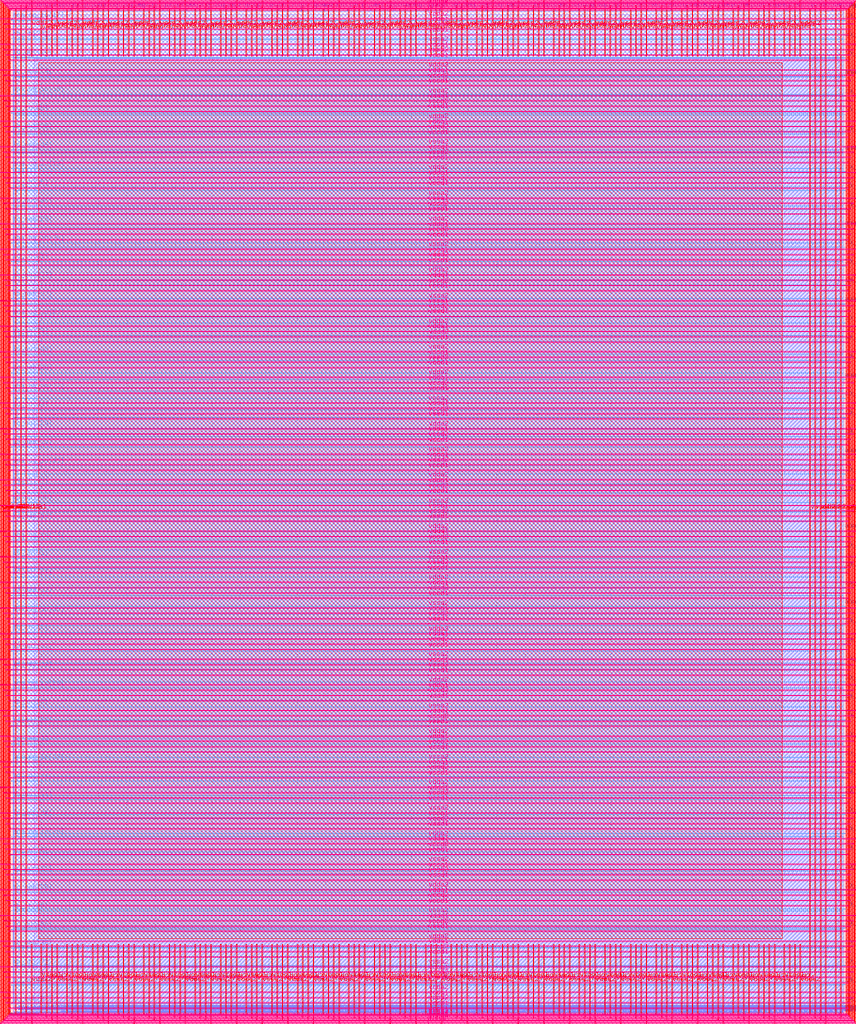
<source format=lef>
VERSION 5.7 ;
  NOWIREEXTENSIONATPIN ON ;
  DIVIDERCHAR "/" ;
  BUSBITCHARS "[]" ;
MACRO user_project_wrapper
  CLASS BLOCK ;
  FOREIGN user_project_wrapper ;
  ORIGIN 0.000 0.000 ;
  SIZE 2920.000 BY 3520.000 ;
  PIN analog_io[0]
    DIRECTION INOUT ;
    USE SIGNAL ;
    PORT
      LAYER met3 ;
        RECT 2917.600 1426.380 2924.800 1427.580 ;
    END
  END analog_io[0]
  PIN analog_io[10]
    DIRECTION INOUT ;
    USE SIGNAL ;
    PORT
      LAYER met2 ;
        RECT 2230.490 3517.600 2231.050 3524.800 ;
    END
  END analog_io[10]
  PIN analog_io[11]
    DIRECTION INOUT ;
    USE SIGNAL ;
    PORT
      LAYER met2 ;
        RECT 1905.730 3517.600 1906.290 3524.800 ;
    END
  END analog_io[11]
  PIN analog_io[12]
    DIRECTION INOUT ;
    USE SIGNAL ;
    PORT
      LAYER met2 ;
        RECT 1581.430 3517.600 1581.990 3524.800 ;
    END
  END analog_io[12]
  PIN analog_io[13]
    DIRECTION INOUT ;
    USE SIGNAL ;
    PORT
      LAYER met2 ;
        RECT 1257.130 3517.600 1257.690 3524.800 ;
    END
  END analog_io[13]
  PIN analog_io[14]
    DIRECTION INOUT ;
    USE SIGNAL ;
    PORT
      LAYER met2 ;
        RECT 932.370 3517.600 932.930 3524.800 ;
    END
  END analog_io[14]
  PIN analog_io[15]
    DIRECTION INOUT ;
    USE SIGNAL ;
    PORT
      LAYER met2 ;
        RECT 608.070 3517.600 608.630 3524.800 ;
    END
  END analog_io[15]
  PIN analog_io[16]
    DIRECTION INOUT ;
    USE SIGNAL ;
    PORT
      LAYER met2 ;
        RECT 283.770 3517.600 284.330 3524.800 ;
    END
  END analog_io[16]
  PIN analog_io[17]
    DIRECTION INOUT ;
    USE SIGNAL ;
    PORT
      LAYER met3 ;
        RECT -4.800 3486.100 2.400 3487.300 ;
    END
  END analog_io[17]
  PIN analog_io[18]
    DIRECTION INOUT ;
    USE SIGNAL ;
    PORT
      LAYER met3 ;
        RECT -4.800 3224.980 2.400 3226.180 ;
    END
  END analog_io[18]
  PIN analog_io[19]
    DIRECTION INOUT ;
    USE SIGNAL ;
    PORT
      LAYER met3 ;
        RECT -4.800 2964.540 2.400 2965.740 ;
    END
  END analog_io[19]
  PIN analog_io[1]
    DIRECTION INOUT ;
    USE SIGNAL ;
    PORT
      LAYER met3 ;
        RECT 2917.600 1692.260 2924.800 1693.460 ;
    END
  END analog_io[1]
  PIN analog_io[20]
    DIRECTION INOUT ;
    USE SIGNAL ;
    PORT
      LAYER met3 ;
        RECT -4.800 2703.420 2.400 2704.620 ;
    END
  END analog_io[20]
  PIN analog_io[21]
    DIRECTION INOUT ;
    USE SIGNAL ;
    PORT
      LAYER met3 ;
        RECT -4.800 2442.980 2.400 2444.180 ;
    END
  END analog_io[21]
  PIN analog_io[22]
    DIRECTION INOUT ;
    USE SIGNAL ;
    PORT
      LAYER met3 ;
        RECT -4.800 2182.540 2.400 2183.740 ;
    END
  END analog_io[22]
  PIN analog_io[23]
    DIRECTION INOUT ;
    USE SIGNAL ;
    PORT
      LAYER met3 ;
        RECT -4.800 1921.420 2.400 1922.620 ;
    END
  END analog_io[23]
  PIN analog_io[24]
    DIRECTION INOUT ;
    USE SIGNAL ;
    PORT
      LAYER met3 ;
        RECT -4.800 1660.980 2.400 1662.180 ;
    END
  END analog_io[24]
  PIN analog_io[25]
    DIRECTION INOUT ;
    USE SIGNAL ;
    PORT
      LAYER met3 ;
        RECT -4.800 1399.860 2.400 1401.060 ;
    END
  END analog_io[25]
  PIN analog_io[26]
    DIRECTION INOUT ;
    USE SIGNAL ;
    PORT
      LAYER met3 ;
        RECT -4.800 1139.420 2.400 1140.620 ;
    END
  END analog_io[26]
  PIN analog_io[27]
    DIRECTION INOUT ;
    USE SIGNAL ;
    PORT
      LAYER met3 ;
        RECT -4.800 878.980 2.400 880.180 ;
    END
  END analog_io[27]
  PIN analog_io[28]
    DIRECTION INOUT ;
    USE SIGNAL ;
    PORT
      LAYER met3 ;
        RECT -4.800 617.860 2.400 619.060 ;
    END
  END analog_io[28]
  PIN analog_io[2]
    DIRECTION INOUT ;
    USE SIGNAL ;
    PORT
      LAYER met3 ;
        RECT 2917.600 1958.140 2924.800 1959.340 ;
    END
  END analog_io[2]
  PIN analog_io[3]
    DIRECTION INOUT ;
    USE SIGNAL ;
    PORT
      LAYER met3 ;
        RECT 2917.600 2223.340 2924.800 2224.540 ;
    END
  END analog_io[3]
  PIN analog_io[4]
    DIRECTION INOUT ;
    USE SIGNAL ;
    PORT
      LAYER met3 ;
        RECT 2917.600 2489.220 2924.800 2490.420 ;
    END
  END analog_io[4]
  PIN analog_io[5]
    DIRECTION INOUT ;
    USE SIGNAL ;
    PORT
      LAYER met3 ;
        RECT 2917.600 2755.100 2924.800 2756.300 ;
    END
  END analog_io[5]
  PIN analog_io[6]
    DIRECTION INOUT ;
    USE SIGNAL ;
    PORT
      LAYER met3 ;
        RECT 2917.600 3020.300 2924.800 3021.500 ;
    END
  END analog_io[6]
  PIN analog_io[7]
    DIRECTION INOUT ;
    USE SIGNAL ;
    PORT
      LAYER met3 ;
        RECT 2917.600 3286.180 2924.800 3287.380 ;
    END
  END analog_io[7]
  PIN analog_io[8]
    DIRECTION INOUT ;
    USE SIGNAL ;
    PORT
      LAYER met2 ;
        RECT 2879.090 3517.600 2879.650 3524.800 ;
    END
  END analog_io[8]
  PIN analog_io[9]
    DIRECTION INOUT ;
    USE SIGNAL ;
    PORT
      LAYER met2 ;
        RECT 2554.790 3517.600 2555.350 3524.800 ;
    END
  END analog_io[9]
  PIN io_in[0]
    DIRECTION INPUT ;
    USE SIGNAL ;
    PORT
      LAYER met3 ;
        RECT 2917.600 32.380 2924.800 33.580 ;
    END
  END io_in[0]
  PIN io_in[10]
    DIRECTION INPUT ;
    USE SIGNAL ;
    PORT
      LAYER met3 ;
        RECT 2917.600 2289.980 2924.800 2291.180 ;
    END
  END io_in[10]
  PIN io_in[11]
    DIRECTION INPUT ;
    USE SIGNAL ;
    PORT
      LAYER met3 ;
        RECT 2917.600 2555.860 2924.800 2557.060 ;
    END
  END io_in[11]
  PIN io_in[12]
    DIRECTION INPUT ;
    USE SIGNAL ;
    PORT
      LAYER met3 ;
        RECT 2917.600 2821.060 2924.800 2822.260 ;
    END
  END io_in[12]
  PIN io_in[13]
    DIRECTION INPUT ;
    USE SIGNAL ;
    PORT
      LAYER met3 ;
        RECT 2917.600 3086.940 2924.800 3088.140 ;
    END
  END io_in[13]
  PIN io_in[14]
    DIRECTION INPUT ;
    USE SIGNAL ;
    PORT
      LAYER met3 ;
        RECT 2917.600 3352.820 2924.800 3354.020 ;
    END
  END io_in[14]
  PIN io_in[15]
    DIRECTION INPUT ;
    USE SIGNAL ;
    PORT
      LAYER met2 ;
        RECT 2798.130 3517.600 2798.690 3524.800 ;
    END
  END io_in[15]
  PIN io_in[16]
    DIRECTION INPUT ;
    USE SIGNAL ;
    PORT
      LAYER met2 ;
        RECT 2473.830 3517.600 2474.390 3524.800 ;
    END
  END io_in[16]
  PIN io_in[17]
    DIRECTION INPUT ;
    USE SIGNAL ;
    PORT
      LAYER met2 ;
        RECT 2149.070 3517.600 2149.630 3524.800 ;
    END
  END io_in[17]
  PIN io_in[18]
    DIRECTION INPUT ;
    USE SIGNAL ;
    PORT
      LAYER met2 ;
        RECT 1824.770 3517.600 1825.330 3524.800 ;
    END
  END io_in[18]
  PIN io_in[19]
    DIRECTION INPUT ;
    USE SIGNAL ;
    PORT
      LAYER met2 ;
        RECT 1500.470 3517.600 1501.030 3524.800 ;
    END
  END io_in[19]
  PIN io_in[1]
    DIRECTION INPUT ;
    USE SIGNAL ;
    PORT
      LAYER met3 ;
        RECT 2917.600 230.940 2924.800 232.140 ;
    END
  END io_in[1]
  PIN io_in[20]
    DIRECTION INPUT ;
    USE SIGNAL ;
    PORT
      LAYER met2 ;
        RECT 1175.710 3517.600 1176.270 3524.800 ;
    END
  END io_in[20]
  PIN io_in[21]
    DIRECTION INPUT ;
    USE SIGNAL ;
    PORT
      LAYER met2 ;
        RECT 851.410 3517.600 851.970 3524.800 ;
    END
  END io_in[21]
  PIN io_in[22]
    DIRECTION INPUT ;
    USE SIGNAL ;
    PORT
      LAYER met2 ;
        RECT 527.110 3517.600 527.670 3524.800 ;
    END
  END io_in[22]
  PIN io_in[23]
    DIRECTION INPUT ;
    USE SIGNAL ;
    PORT
      LAYER met2 ;
        RECT 202.350 3517.600 202.910 3524.800 ;
    END
  END io_in[23]
  PIN io_in[24]
    DIRECTION INPUT ;
    USE SIGNAL ;
    PORT
      LAYER met3 ;
        RECT -4.800 3420.820 2.400 3422.020 ;
    END
  END io_in[24]
  PIN io_in[25]
    DIRECTION INPUT ;
    USE SIGNAL ;
    PORT
      LAYER met3 ;
        RECT -4.800 3159.700 2.400 3160.900 ;
    END
  END io_in[25]
  PIN io_in[26]
    DIRECTION INPUT ;
    USE SIGNAL ;
    PORT
      LAYER met3 ;
        RECT -4.800 2899.260 2.400 2900.460 ;
    END
  END io_in[26]
  PIN io_in[27]
    DIRECTION INPUT ;
    USE SIGNAL ;
    PORT
      LAYER met3 ;
        RECT -4.800 2638.820 2.400 2640.020 ;
    END
  END io_in[27]
  PIN io_in[28]
    DIRECTION INPUT ;
    USE SIGNAL ;
    PORT
      LAYER met3 ;
        RECT -4.800 2377.700 2.400 2378.900 ;
    END
  END io_in[28]
  PIN io_in[29]
    DIRECTION INPUT ;
    USE SIGNAL ;
    PORT
      LAYER met3 ;
        RECT -4.800 2117.260 2.400 2118.460 ;
    END
  END io_in[29]
  PIN io_in[2]
    DIRECTION INPUT ;
    USE SIGNAL ;
    PORT
      LAYER met3 ;
        RECT 2917.600 430.180 2924.800 431.380 ;
    END
  END io_in[2]
  PIN io_in[30]
    DIRECTION INPUT ;
    USE SIGNAL ;
    PORT
      LAYER met3 ;
        RECT -4.800 1856.140 2.400 1857.340 ;
    END
  END io_in[30]
  PIN io_in[31]
    DIRECTION INPUT ;
    USE SIGNAL ;
    PORT
      LAYER met3 ;
        RECT -4.800 1595.700 2.400 1596.900 ;
    END
  END io_in[31]
  PIN io_in[32]
    DIRECTION INPUT ;
    USE SIGNAL ;
    PORT
      LAYER met3 ;
        RECT -4.800 1335.260 2.400 1336.460 ;
    END
  END io_in[32]
  PIN io_in[33]
    DIRECTION INPUT ;
    USE SIGNAL ;
    PORT
      LAYER met3 ;
        RECT -4.800 1074.140 2.400 1075.340 ;
    END
  END io_in[33]
  PIN io_in[34]
    DIRECTION INPUT ;
    USE SIGNAL ;
    PORT
      LAYER met3 ;
        RECT -4.800 813.700 2.400 814.900 ;
    END
  END io_in[34]
  PIN io_in[35]
    DIRECTION INPUT ;
    USE SIGNAL ;
    PORT
      LAYER met3 ;
        RECT -4.800 552.580 2.400 553.780 ;
    END
  END io_in[35]
  PIN io_in[36]
    DIRECTION INPUT ;
    USE SIGNAL ;
    PORT
      LAYER met3 ;
        RECT -4.800 357.420 2.400 358.620 ;
    END
  END io_in[36]
  PIN io_in[37]
    DIRECTION INPUT ;
    USE SIGNAL ;
    PORT
      LAYER met3 ;
        RECT -4.800 161.580 2.400 162.780 ;
    END
  END io_in[37]
  PIN io_in[3]
    DIRECTION INPUT ;
    USE SIGNAL ;
    PORT
      LAYER met3 ;
        RECT 2917.600 629.420 2924.800 630.620 ;
    END
  END io_in[3]
  PIN io_in[4]
    DIRECTION INPUT ;
    USE SIGNAL ;
    PORT
      LAYER met3 ;
        RECT 2917.600 828.660 2924.800 829.860 ;
    END
  END io_in[4]
  PIN io_in[5]
    DIRECTION INPUT ;
    USE SIGNAL ;
    PORT
      LAYER met3 ;
        RECT 2917.600 1027.900 2924.800 1029.100 ;
    END
  END io_in[5]
  PIN io_in[6]
    DIRECTION INPUT ;
    USE SIGNAL ;
    PORT
      LAYER met3 ;
        RECT 2917.600 1227.140 2924.800 1228.340 ;
    END
  END io_in[6]
  PIN io_in[7]
    DIRECTION INPUT ;
    USE SIGNAL ;
    PORT
      LAYER met3 ;
        RECT 2917.600 1493.020 2924.800 1494.220 ;
    END
  END io_in[7]
  PIN io_in[8]
    DIRECTION INPUT ;
    USE SIGNAL ;
    PORT
      LAYER met3 ;
        RECT 2917.600 1758.900 2924.800 1760.100 ;
    END
  END io_in[8]
  PIN io_in[9]
    DIRECTION INPUT ;
    USE SIGNAL ;
    PORT
      LAYER met3 ;
        RECT 2917.600 2024.100 2924.800 2025.300 ;
    END
  END io_in[9]
  PIN io_oeb[0]
    DIRECTION OUTPUT TRISTATE ;
    USE SIGNAL ;
    PORT
      LAYER met3 ;
        RECT 2917.600 164.980 2924.800 166.180 ;
    END
  END io_oeb[0]
  PIN io_oeb[10]
    DIRECTION OUTPUT TRISTATE ;
    USE SIGNAL ;
    PORT
      LAYER met3 ;
        RECT 2917.600 2422.580 2924.800 2423.780 ;
    END
  END io_oeb[10]
  PIN io_oeb[11]
    DIRECTION OUTPUT TRISTATE ;
    USE SIGNAL ;
    PORT
      LAYER met3 ;
        RECT 2917.600 2688.460 2924.800 2689.660 ;
    END
  END io_oeb[11]
  PIN io_oeb[12]
    DIRECTION OUTPUT TRISTATE ;
    USE SIGNAL ;
    PORT
      LAYER met3 ;
        RECT 2917.600 2954.340 2924.800 2955.540 ;
    END
  END io_oeb[12]
  PIN io_oeb[13]
    DIRECTION OUTPUT TRISTATE ;
    USE SIGNAL ;
    PORT
      LAYER met3 ;
        RECT 2917.600 3219.540 2924.800 3220.740 ;
    END
  END io_oeb[13]
  PIN io_oeb[14]
    DIRECTION OUTPUT TRISTATE ;
    USE SIGNAL ;
    PORT
      LAYER met3 ;
        RECT 2917.600 3485.420 2924.800 3486.620 ;
    END
  END io_oeb[14]
  PIN io_oeb[15]
    DIRECTION OUTPUT TRISTATE ;
    USE SIGNAL ;
    PORT
      LAYER met2 ;
        RECT 2635.750 3517.600 2636.310 3524.800 ;
    END
  END io_oeb[15]
  PIN io_oeb[16]
    DIRECTION OUTPUT TRISTATE ;
    USE SIGNAL ;
    PORT
      LAYER met2 ;
        RECT 2311.450 3517.600 2312.010 3524.800 ;
    END
  END io_oeb[16]
  PIN io_oeb[17]
    DIRECTION OUTPUT TRISTATE ;
    USE SIGNAL ;
    PORT
      LAYER met2 ;
        RECT 1987.150 3517.600 1987.710 3524.800 ;
    END
  END io_oeb[17]
  PIN io_oeb[18]
    DIRECTION OUTPUT TRISTATE ;
    USE SIGNAL ;
    PORT
      LAYER met2 ;
        RECT 1662.390 3517.600 1662.950 3524.800 ;
    END
  END io_oeb[18]
  PIN io_oeb[19]
    DIRECTION OUTPUT TRISTATE ;
    USE SIGNAL ;
    PORT
      LAYER met2 ;
        RECT 1338.090 3517.600 1338.650 3524.800 ;
    END
  END io_oeb[19]
  PIN io_oeb[1]
    DIRECTION OUTPUT TRISTATE ;
    USE SIGNAL ;
    PORT
      LAYER met3 ;
        RECT 2917.600 364.220 2924.800 365.420 ;
    END
  END io_oeb[1]
  PIN io_oeb[20]
    DIRECTION OUTPUT TRISTATE ;
    USE SIGNAL ;
    PORT
      LAYER met2 ;
        RECT 1013.790 3517.600 1014.350 3524.800 ;
    END
  END io_oeb[20]
  PIN io_oeb[21]
    DIRECTION OUTPUT TRISTATE ;
    USE SIGNAL ;
    PORT
      LAYER met2 ;
        RECT 689.030 3517.600 689.590 3524.800 ;
    END
  END io_oeb[21]
  PIN io_oeb[22]
    DIRECTION OUTPUT TRISTATE ;
    USE SIGNAL ;
    PORT
      LAYER met2 ;
        RECT 364.730 3517.600 365.290 3524.800 ;
    END
  END io_oeb[22]
  PIN io_oeb[23]
    DIRECTION OUTPUT TRISTATE ;
    USE SIGNAL ;
    PORT
      LAYER met2 ;
        RECT 40.430 3517.600 40.990 3524.800 ;
    END
  END io_oeb[23]
  PIN io_oeb[24]
    DIRECTION OUTPUT TRISTATE ;
    USE SIGNAL ;
    PORT
      LAYER met3 ;
        RECT -4.800 3290.260 2.400 3291.460 ;
    END
  END io_oeb[24]
  PIN io_oeb[25]
    DIRECTION OUTPUT TRISTATE ;
    USE SIGNAL ;
    PORT
      LAYER met3 ;
        RECT -4.800 3029.820 2.400 3031.020 ;
    END
  END io_oeb[25]
  PIN io_oeb[26]
    DIRECTION OUTPUT TRISTATE ;
    USE SIGNAL ;
    PORT
      LAYER met3 ;
        RECT -4.800 2768.700 2.400 2769.900 ;
    END
  END io_oeb[26]
  PIN io_oeb[27]
    DIRECTION OUTPUT TRISTATE ;
    USE SIGNAL ;
    PORT
      LAYER met3 ;
        RECT -4.800 2508.260 2.400 2509.460 ;
    END
  END io_oeb[27]
  PIN io_oeb[28]
    DIRECTION OUTPUT TRISTATE ;
    USE SIGNAL ;
    PORT
      LAYER met3 ;
        RECT -4.800 2247.140 2.400 2248.340 ;
    END
  END io_oeb[28]
  PIN io_oeb[29]
    DIRECTION OUTPUT TRISTATE ;
    USE SIGNAL ;
    PORT
      LAYER met3 ;
        RECT -4.800 1986.700 2.400 1987.900 ;
    END
  END io_oeb[29]
  PIN io_oeb[2]
    DIRECTION OUTPUT TRISTATE ;
    USE SIGNAL ;
    PORT
      LAYER met3 ;
        RECT 2917.600 563.460 2924.800 564.660 ;
    END
  END io_oeb[2]
  PIN io_oeb[30]
    DIRECTION OUTPUT TRISTATE ;
    USE SIGNAL ;
    PORT
      LAYER met3 ;
        RECT -4.800 1726.260 2.400 1727.460 ;
    END
  END io_oeb[30]
  PIN io_oeb[31]
    DIRECTION OUTPUT TRISTATE ;
    USE SIGNAL ;
    PORT
      LAYER met3 ;
        RECT -4.800 1465.140 2.400 1466.340 ;
    END
  END io_oeb[31]
  PIN io_oeb[32]
    DIRECTION OUTPUT TRISTATE ;
    USE SIGNAL ;
    PORT
      LAYER met3 ;
        RECT -4.800 1204.700 2.400 1205.900 ;
    END
  END io_oeb[32]
  PIN io_oeb[33]
    DIRECTION OUTPUT TRISTATE ;
    USE SIGNAL ;
    PORT
      LAYER met3 ;
        RECT -4.800 943.580 2.400 944.780 ;
    END
  END io_oeb[33]
  PIN io_oeb[34]
    DIRECTION OUTPUT TRISTATE ;
    USE SIGNAL ;
    PORT
      LAYER met3 ;
        RECT -4.800 683.140 2.400 684.340 ;
    END
  END io_oeb[34]
  PIN io_oeb[35]
    DIRECTION OUTPUT TRISTATE ;
    USE SIGNAL ;
    PORT
      LAYER met3 ;
        RECT -4.800 422.700 2.400 423.900 ;
    END
  END io_oeb[35]
  PIN io_oeb[36]
    DIRECTION OUTPUT TRISTATE ;
    USE SIGNAL ;
    PORT
      LAYER met3 ;
        RECT -4.800 226.860 2.400 228.060 ;
    END
  END io_oeb[36]
  PIN io_oeb[37]
    DIRECTION OUTPUT TRISTATE ;
    USE SIGNAL ;
    PORT
      LAYER met3 ;
        RECT -4.800 31.700 2.400 32.900 ;
    END
  END io_oeb[37]
  PIN io_oeb[3]
    DIRECTION OUTPUT TRISTATE ;
    USE SIGNAL ;
    PORT
      LAYER met3 ;
        RECT 2917.600 762.700 2924.800 763.900 ;
    END
  END io_oeb[3]
  PIN io_oeb[4]
    DIRECTION OUTPUT TRISTATE ;
    USE SIGNAL ;
    PORT
      LAYER met3 ;
        RECT 2917.600 961.940 2924.800 963.140 ;
    END
  END io_oeb[4]
  PIN io_oeb[5]
    DIRECTION OUTPUT TRISTATE ;
    USE SIGNAL ;
    PORT
      LAYER met3 ;
        RECT 2917.600 1161.180 2924.800 1162.380 ;
    END
  END io_oeb[5]
  PIN io_oeb[6]
    DIRECTION OUTPUT TRISTATE ;
    USE SIGNAL ;
    PORT
      LAYER met3 ;
        RECT 2917.600 1360.420 2924.800 1361.620 ;
    END
  END io_oeb[6]
  PIN io_oeb[7]
    DIRECTION OUTPUT TRISTATE ;
    USE SIGNAL ;
    PORT
      LAYER met3 ;
        RECT 2917.600 1625.620 2924.800 1626.820 ;
    END
  END io_oeb[7]
  PIN io_oeb[8]
    DIRECTION OUTPUT TRISTATE ;
    USE SIGNAL ;
    PORT
      LAYER met3 ;
        RECT 2917.600 1891.500 2924.800 1892.700 ;
    END
  END io_oeb[8]
  PIN io_oeb[9]
    DIRECTION OUTPUT TRISTATE ;
    USE SIGNAL ;
    PORT
      LAYER met3 ;
        RECT 2917.600 2157.380 2924.800 2158.580 ;
    END
  END io_oeb[9]
  PIN io_out[0]
    DIRECTION OUTPUT TRISTATE ;
    USE SIGNAL ;
    PORT
      LAYER met3 ;
        RECT 2917.600 98.340 2924.800 99.540 ;
    END
  END io_out[0]
  PIN io_out[10]
    DIRECTION OUTPUT TRISTATE ;
    USE SIGNAL ;
    PORT
      LAYER met3 ;
        RECT 2917.600 2356.620 2924.800 2357.820 ;
    END
  END io_out[10]
  PIN io_out[11]
    DIRECTION OUTPUT TRISTATE ;
    USE SIGNAL ;
    PORT
      LAYER met3 ;
        RECT 2917.600 2621.820 2924.800 2623.020 ;
    END
  END io_out[11]
  PIN io_out[12]
    DIRECTION OUTPUT TRISTATE ;
    USE SIGNAL ;
    PORT
      LAYER met3 ;
        RECT 2917.600 2887.700 2924.800 2888.900 ;
    END
  END io_out[12]
  PIN io_out[13]
    DIRECTION OUTPUT TRISTATE ;
    USE SIGNAL ;
    PORT
      LAYER met3 ;
        RECT 2917.600 3153.580 2924.800 3154.780 ;
    END
  END io_out[13]
  PIN io_out[14]
    DIRECTION OUTPUT TRISTATE ;
    USE SIGNAL ;
    PORT
      LAYER met3 ;
        RECT 2917.600 3418.780 2924.800 3419.980 ;
    END
  END io_out[14]
  PIN io_out[15]
    DIRECTION OUTPUT TRISTATE ;
    USE SIGNAL ;
    PORT
      LAYER met2 ;
        RECT 2717.170 3517.600 2717.730 3524.800 ;
    END
  END io_out[15]
  PIN io_out[16]
    DIRECTION OUTPUT TRISTATE ;
    USE SIGNAL ;
    PORT
      LAYER met2 ;
        RECT 2392.410 3517.600 2392.970 3524.800 ;
    END
  END io_out[16]
  PIN io_out[17]
    DIRECTION OUTPUT TRISTATE ;
    USE SIGNAL ;
    PORT
      LAYER met2 ;
        RECT 2068.110 3517.600 2068.670 3524.800 ;
    END
  END io_out[17]
  PIN io_out[18]
    DIRECTION OUTPUT TRISTATE ;
    USE SIGNAL ;
    PORT
      LAYER met2 ;
        RECT 1743.810 3517.600 1744.370 3524.800 ;
    END
  END io_out[18]
  PIN io_out[19]
    DIRECTION OUTPUT TRISTATE ;
    USE SIGNAL ;
    PORT
      LAYER met2 ;
        RECT 1419.050 3517.600 1419.610 3524.800 ;
    END
  END io_out[19]
  PIN io_out[1]
    DIRECTION OUTPUT TRISTATE ;
    USE SIGNAL ;
    PORT
      LAYER met3 ;
        RECT 2917.600 297.580 2924.800 298.780 ;
    END
  END io_out[1]
  PIN io_out[20]
    DIRECTION OUTPUT TRISTATE ;
    USE SIGNAL ;
    PORT
      LAYER met2 ;
        RECT 1094.750 3517.600 1095.310 3524.800 ;
    END
  END io_out[20]
  PIN io_out[21]
    DIRECTION OUTPUT TRISTATE ;
    USE SIGNAL ;
    PORT
      LAYER met2 ;
        RECT 770.450 3517.600 771.010 3524.800 ;
    END
  END io_out[21]
  PIN io_out[22]
    DIRECTION OUTPUT TRISTATE ;
    USE SIGNAL ;
    PORT
      LAYER met2 ;
        RECT 445.690 3517.600 446.250 3524.800 ;
    END
  END io_out[22]
  PIN io_out[23]
    DIRECTION OUTPUT TRISTATE ;
    USE SIGNAL ;
    PORT
      LAYER met2 ;
        RECT 121.390 3517.600 121.950 3524.800 ;
    END
  END io_out[23]
  PIN io_out[24]
    DIRECTION OUTPUT TRISTATE ;
    USE SIGNAL ;
    PORT
      LAYER met3 ;
        RECT -4.800 3355.540 2.400 3356.740 ;
    END
  END io_out[24]
  PIN io_out[25]
    DIRECTION OUTPUT TRISTATE ;
    USE SIGNAL ;
    PORT
      LAYER met3 ;
        RECT -4.800 3095.100 2.400 3096.300 ;
    END
  END io_out[25]
  PIN io_out[26]
    DIRECTION OUTPUT TRISTATE ;
    USE SIGNAL ;
    PORT
      LAYER met3 ;
        RECT -4.800 2833.980 2.400 2835.180 ;
    END
  END io_out[26]
  PIN io_out[27]
    DIRECTION OUTPUT TRISTATE ;
    USE SIGNAL ;
    PORT
      LAYER met3 ;
        RECT -4.800 2573.540 2.400 2574.740 ;
    END
  END io_out[27]
  PIN io_out[28]
    DIRECTION OUTPUT TRISTATE ;
    USE SIGNAL ;
    PORT
      LAYER met3 ;
        RECT -4.800 2312.420 2.400 2313.620 ;
    END
  END io_out[28]
  PIN io_out[29]
    DIRECTION OUTPUT TRISTATE ;
    USE SIGNAL ;
    PORT
      LAYER met3 ;
        RECT -4.800 2051.980 2.400 2053.180 ;
    END
  END io_out[29]
  PIN io_out[2]
    DIRECTION OUTPUT TRISTATE ;
    USE SIGNAL ;
    PORT
      LAYER met3 ;
        RECT 2917.600 496.820 2924.800 498.020 ;
    END
  END io_out[2]
  PIN io_out[30]
    DIRECTION OUTPUT TRISTATE ;
    USE SIGNAL ;
    PORT
      LAYER met3 ;
        RECT -4.800 1791.540 2.400 1792.740 ;
    END
  END io_out[30]
  PIN io_out[31]
    DIRECTION OUTPUT TRISTATE ;
    USE SIGNAL ;
    PORT
      LAYER met3 ;
        RECT -4.800 1530.420 2.400 1531.620 ;
    END
  END io_out[31]
  PIN io_out[32]
    DIRECTION OUTPUT TRISTATE ;
    USE SIGNAL ;
    PORT
      LAYER met3 ;
        RECT -4.800 1269.980 2.400 1271.180 ;
    END
  END io_out[32]
  PIN io_out[33]
    DIRECTION OUTPUT TRISTATE ;
    USE SIGNAL ;
    PORT
      LAYER met3 ;
        RECT -4.800 1008.860 2.400 1010.060 ;
    END
  END io_out[33]
  PIN io_out[34]
    DIRECTION OUTPUT TRISTATE ;
    USE SIGNAL ;
    PORT
      LAYER met3 ;
        RECT -4.800 748.420 2.400 749.620 ;
    END
  END io_out[34]
  PIN io_out[35]
    DIRECTION OUTPUT TRISTATE ;
    USE SIGNAL ;
    PORT
      LAYER met3 ;
        RECT -4.800 487.300 2.400 488.500 ;
    END
  END io_out[35]
  PIN io_out[36]
    DIRECTION OUTPUT TRISTATE ;
    USE SIGNAL ;
    PORT
      LAYER met3 ;
        RECT -4.800 292.140 2.400 293.340 ;
    END
  END io_out[36]
  PIN io_out[37]
    DIRECTION OUTPUT TRISTATE ;
    USE SIGNAL ;
    PORT
      LAYER met3 ;
        RECT -4.800 96.300 2.400 97.500 ;
    END
  END io_out[37]
  PIN io_out[3]
    DIRECTION OUTPUT TRISTATE ;
    USE SIGNAL ;
    PORT
      LAYER met3 ;
        RECT 2917.600 696.060 2924.800 697.260 ;
    END
  END io_out[3]
  PIN io_out[4]
    DIRECTION OUTPUT TRISTATE ;
    USE SIGNAL ;
    PORT
      LAYER met3 ;
        RECT 2917.600 895.300 2924.800 896.500 ;
    END
  END io_out[4]
  PIN io_out[5]
    DIRECTION OUTPUT TRISTATE ;
    USE SIGNAL ;
    PORT
      LAYER met3 ;
        RECT 2917.600 1094.540 2924.800 1095.740 ;
    END
  END io_out[5]
  PIN io_out[6]
    DIRECTION OUTPUT TRISTATE ;
    USE SIGNAL ;
    PORT
      LAYER met3 ;
        RECT 2917.600 1293.780 2924.800 1294.980 ;
    END
  END io_out[6]
  PIN io_out[7]
    DIRECTION OUTPUT TRISTATE ;
    USE SIGNAL ;
    PORT
      LAYER met3 ;
        RECT 2917.600 1559.660 2924.800 1560.860 ;
    END
  END io_out[7]
  PIN io_out[8]
    DIRECTION OUTPUT TRISTATE ;
    USE SIGNAL ;
    PORT
      LAYER met3 ;
        RECT 2917.600 1824.860 2924.800 1826.060 ;
    END
  END io_out[8]
  PIN io_out[9]
    DIRECTION OUTPUT TRISTATE ;
    USE SIGNAL ;
    PORT
      LAYER met3 ;
        RECT 2917.600 2090.740 2924.800 2091.940 ;
    END
  END io_out[9]
  PIN la_data_in[0]
    DIRECTION INPUT ;
    USE SIGNAL ;
    PORT
      LAYER met2 ;
        RECT 629.230 -4.800 629.790 2.400 ;
    END
  END la_data_in[0]
  PIN la_data_in[100]
    DIRECTION INPUT ;
    USE SIGNAL ;
    PORT
      LAYER met2 ;
        RECT 2402.530 -4.800 2403.090 2.400 ;
    END
  END la_data_in[100]
  PIN la_data_in[101]
    DIRECTION INPUT ;
    USE SIGNAL ;
    PORT
      LAYER met2 ;
        RECT 2420.010 -4.800 2420.570 2.400 ;
    END
  END la_data_in[101]
  PIN la_data_in[102]
    DIRECTION INPUT ;
    USE SIGNAL ;
    PORT
      LAYER met2 ;
        RECT 2437.950 -4.800 2438.510 2.400 ;
    END
  END la_data_in[102]
  PIN la_data_in[103]
    DIRECTION INPUT ;
    USE SIGNAL ;
    PORT
      LAYER met2 ;
        RECT 2455.430 -4.800 2455.990 2.400 ;
    END
  END la_data_in[103]
  PIN la_data_in[104]
    DIRECTION INPUT ;
    USE SIGNAL ;
    PORT
      LAYER met2 ;
        RECT 2473.370 -4.800 2473.930 2.400 ;
    END
  END la_data_in[104]
  PIN la_data_in[105]
    DIRECTION INPUT ;
    USE SIGNAL ;
    PORT
      LAYER met2 ;
        RECT 2490.850 -4.800 2491.410 2.400 ;
    END
  END la_data_in[105]
  PIN la_data_in[106]
    DIRECTION INPUT ;
    USE SIGNAL ;
    PORT
      LAYER met2 ;
        RECT 2508.790 -4.800 2509.350 2.400 ;
    END
  END la_data_in[106]
  PIN la_data_in[107]
    DIRECTION INPUT ;
    USE SIGNAL ;
    PORT
      LAYER met2 ;
        RECT 2526.730 -4.800 2527.290 2.400 ;
    END
  END la_data_in[107]
  PIN la_data_in[108]
    DIRECTION INPUT ;
    USE SIGNAL ;
    PORT
      LAYER met2 ;
        RECT 2544.210 -4.800 2544.770 2.400 ;
    END
  END la_data_in[108]
  PIN la_data_in[109]
    DIRECTION INPUT ;
    USE SIGNAL ;
    PORT
      LAYER met2 ;
        RECT 2562.150 -4.800 2562.710 2.400 ;
    END
  END la_data_in[109]
  PIN la_data_in[10]
    DIRECTION INPUT ;
    USE SIGNAL ;
    PORT
      LAYER met2 ;
        RECT 806.330 -4.800 806.890 2.400 ;
    END
  END la_data_in[10]
  PIN la_data_in[110]
    DIRECTION INPUT ;
    USE SIGNAL ;
    PORT
      LAYER met2 ;
        RECT 2579.630 -4.800 2580.190 2.400 ;
    END
  END la_data_in[110]
  PIN la_data_in[111]
    DIRECTION INPUT ;
    USE SIGNAL ;
    PORT
      LAYER met2 ;
        RECT 2597.570 -4.800 2598.130 2.400 ;
    END
  END la_data_in[111]
  PIN la_data_in[112]
    DIRECTION INPUT ;
    USE SIGNAL ;
    PORT
      LAYER met2 ;
        RECT 2615.050 -4.800 2615.610 2.400 ;
    END
  END la_data_in[112]
  PIN la_data_in[113]
    DIRECTION INPUT ;
    USE SIGNAL ;
    PORT
      LAYER met2 ;
        RECT 2632.990 -4.800 2633.550 2.400 ;
    END
  END la_data_in[113]
  PIN la_data_in[114]
    DIRECTION INPUT ;
    USE SIGNAL ;
    PORT
      LAYER met2 ;
        RECT 2650.470 -4.800 2651.030 2.400 ;
    END
  END la_data_in[114]
  PIN la_data_in[115]
    DIRECTION INPUT ;
    USE SIGNAL ;
    PORT
      LAYER met2 ;
        RECT 2668.410 -4.800 2668.970 2.400 ;
    END
  END la_data_in[115]
  PIN la_data_in[116]
    DIRECTION INPUT ;
    USE SIGNAL ;
    PORT
      LAYER met2 ;
        RECT 2685.890 -4.800 2686.450 2.400 ;
    END
  END la_data_in[116]
  PIN la_data_in[117]
    DIRECTION INPUT ;
    USE SIGNAL ;
    PORT
      LAYER met2 ;
        RECT 2703.830 -4.800 2704.390 2.400 ;
    END
  END la_data_in[117]
  PIN la_data_in[118]
    DIRECTION INPUT ;
    USE SIGNAL ;
    PORT
      LAYER met2 ;
        RECT 2721.770 -4.800 2722.330 2.400 ;
    END
  END la_data_in[118]
  PIN la_data_in[119]
    DIRECTION INPUT ;
    USE SIGNAL ;
    PORT
      LAYER met2 ;
        RECT 2739.250 -4.800 2739.810 2.400 ;
    END
  END la_data_in[119]
  PIN la_data_in[11]
    DIRECTION INPUT ;
    USE SIGNAL ;
    PORT
      LAYER met2 ;
        RECT 824.270 -4.800 824.830 2.400 ;
    END
  END la_data_in[11]
  PIN la_data_in[120]
    DIRECTION INPUT ;
    USE SIGNAL ;
    PORT
      LAYER met2 ;
        RECT 2757.190 -4.800 2757.750 2.400 ;
    END
  END la_data_in[120]
  PIN la_data_in[121]
    DIRECTION INPUT ;
    USE SIGNAL ;
    PORT
      LAYER met2 ;
        RECT 2774.670 -4.800 2775.230 2.400 ;
    END
  END la_data_in[121]
  PIN la_data_in[122]
    DIRECTION INPUT ;
    USE SIGNAL ;
    PORT
      LAYER met2 ;
        RECT 2792.610 -4.800 2793.170 2.400 ;
    END
  END la_data_in[122]
  PIN la_data_in[123]
    DIRECTION INPUT ;
    USE SIGNAL ;
    PORT
      LAYER met2 ;
        RECT 2810.090 -4.800 2810.650 2.400 ;
    END
  END la_data_in[123]
  PIN la_data_in[124]
    DIRECTION INPUT ;
    USE SIGNAL ;
    PORT
      LAYER met2 ;
        RECT 2828.030 -4.800 2828.590 2.400 ;
    END
  END la_data_in[124]
  PIN la_data_in[125]
    DIRECTION INPUT ;
    USE SIGNAL ;
    PORT
      LAYER met2 ;
        RECT 2845.510 -4.800 2846.070 2.400 ;
    END
  END la_data_in[125]
  PIN la_data_in[126]
    DIRECTION INPUT ;
    USE SIGNAL ;
    PORT
      LAYER met2 ;
        RECT 2863.450 -4.800 2864.010 2.400 ;
    END
  END la_data_in[126]
  PIN la_data_in[127]
    DIRECTION INPUT ;
    USE SIGNAL ;
    PORT
      LAYER met2 ;
        RECT 2881.390 -4.800 2881.950 2.400 ;
    END
  END la_data_in[127]
  PIN la_data_in[12]
    DIRECTION INPUT ;
    USE SIGNAL ;
    PORT
      LAYER met2 ;
        RECT 841.750 -4.800 842.310 2.400 ;
    END
  END la_data_in[12]
  PIN la_data_in[13]
    DIRECTION INPUT ;
    USE SIGNAL ;
    PORT
      LAYER met2 ;
        RECT 859.690 -4.800 860.250 2.400 ;
    END
  END la_data_in[13]
  PIN la_data_in[14]
    DIRECTION INPUT ;
    USE SIGNAL ;
    PORT
      LAYER met2 ;
        RECT 877.170 -4.800 877.730 2.400 ;
    END
  END la_data_in[14]
  PIN la_data_in[15]
    DIRECTION INPUT ;
    USE SIGNAL ;
    PORT
      LAYER met2 ;
        RECT 895.110 -4.800 895.670 2.400 ;
    END
  END la_data_in[15]
  PIN la_data_in[16]
    DIRECTION INPUT ;
    USE SIGNAL ;
    PORT
      LAYER met2 ;
        RECT 912.590 -4.800 913.150 2.400 ;
    END
  END la_data_in[16]
  PIN la_data_in[17]
    DIRECTION INPUT ;
    USE SIGNAL ;
    PORT
      LAYER met2 ;
        RECT 930.530 -4.800 931.090 2.400 ;
    END
  END la_data_in[17]
  PIN la_data_in[18]
    DIRECTION INPUT ;
    USE SIGNAL ;
    PORT
      LAYER met2 ;
        RECT 948.470 -4.800 949.030 2.400 ;
    END
  END la_data_in[18]
  PIN la_data_in[19]
    DIRECTION INPUT ;
    USE SIGNAL ;
    PORT
      LAYER met2 ;
        RECT 965.950 -4.800 966.510 2.400 ;
    END
  END la_data_in[19]
  PIN la_data_in[1]
    DIRECTION INPUT ;
    USE SIGNAL ;
    PORT
      LAYER met2 ;
        RECT 646.710 -4.800 647.270 2.400 ;
    END
  END la_data_in[1]
  PIN la_data_in[20]
    DIRECTION INPUT ;
    USE SIGNAL ;
    PORT
      LAYER met2 ;
        RECT 983.890 -4.800 984.450 2.400 ;
    END
  END la_data_in[20]
  PIN la_data_in[21]
    DIRECTION INPUT ;
    USE SIGNAL ;
    PORT
      LAYER met2 ;
        RECT 1001.370 -4.800 1001.930 2.400 ;
    END
  END la_data_in[21]
  PIN la_data_in[22]
    DIRECTION INPUT ;
    USE SIGNAL ;
    PORT
      LAYER met2 ;
        RECT 1019.310 -4.800 1019.870 2.400 ;
    END
  END la_data_in[22]
  PIN la_data_in[23]
    DIRECTION INPUT ;
    USE SIGNAL ;
    PORT
      LAYER met2 ;
        RECT 1036.790 -4.800 1037.350 2.400 ;
    END
  END la_data_in[23]
  PIN la_data_in[24]
    DIRECTION INPUT ;
    USE SIGNAL ;
    PORT
      LAYER met2 ;
        RECT 1054.730 -4.800 1055.290 2.400 ;
    END
  END la_data_in[24]
  PIN la_data_in[25]
    DIRECTION INPUT ;
    USE SIGNAL ;
    PORT
      LAYER met2 ;
        RECT 1072.210 -4.800 1072.770 2.400 ;
    END
  END la_data_in[25]
  PIN la_data_in[26]
    DIRECTION INPUT ;
    USE SIGNAL ;
    PORT
      LAYER met2 ;
        RECT 1090.150 -4.800 1090.710 2.400 ;
    END
  END la_data_in[26]
  PIN la_data_in[27]
    DIRECTION INPUT ;
    USE SIGNAL ;
    PORT
      LAYER met2 ;
        RECT 1107.630 -4.800 1108.190 2.400 ;
    END
  END la_data_in[27]
  PIN la_data_in[28]
    DIRECTION INPUT ;
    USE SIGNAL ;
    PORT
      LAYER met2 ;
        RECT 1125.570 -4.800 1126.130 2.400 ;
    END
  END la_data_in[28]
  PIN la_data_in[29]
    DIRECTION INPUT ;
    USE SIGNAL ;
    PORT
      LAYER met2 ;
        RECT 1143.510 -4.800 1144.070 2.400 ;
    END
  END la_data_in[29]
  PIN la_data_in[2]
    DIRECTION INPUT ;
    USE SIGNAL ;
    PORT
      LAYER met2 ;
        RECT 664.650 -4.800 665.210 2.400 ;
    END
  END la_data_in[2]
  PIN la_data_in[30]
    DIRECTION INPUT ;
    USE SIGNAL ;
    PORT
      LAYER met2 ;
        RECT 1160.990 -4.800 1161.550 2.400 ;
    END
  END la_data_in[30]
  PIN la_data_in[31]
    DIRECTION INPUT ;
    USE SIGNAL ;
    PORT
      LAYER met2 ;
        RECT 1178.930 -4.800 1179.490 2.400 ;
    END
  END la_data_in[31]
  PIN la_data_in[32]
    DIRECTION INPUT ;
    USE SIGNAL ;
    PORT
      LAYER met2 ;
        RECT 1196.410 -4.800 1196.970 2.400 ;
    END
  END la_data_in[32]
  PIN la_data_in[33]
    DIRECTION INPUT ;
    USE SIGNAL ;
    PORT
      LAYER met2 ;
        RECT 1214.350 -4.800 1214.910 2.400 ;
    END
  END la_data_in[33]
  PIN la_data_in[34]
    DIRECTION INPUT ;
    USE SIGNAL ;
    PORT
      LAYER met2 ;
        RECT 1231.830 -4.800 1232.390 2.400 ;
    END
  END la_data_in[34]
  PIN la_data_in[35]
    DIRECTION INPUT ;
    USE SIGNAL ;
    PORT
      LAYER met2 ;
        RECT 1249.770 -4.800 1250.330 2.400 ;
    END
  END la_data_in[35]
  PIN la_data_in[36]
    DIRECTION INPUT ;
    USE SIGNAL ;
    PORT
      LAYER met2 ;
        RECT 1267.250 -4.800 1267.810 2.400 ;
    END
  END la_data_in[36]
  PIN la_data_in[37]
    DIRECTION INPUT ;
    USE SIGNAL ;
    PORT
      LAYER met2 ;
        RECT 1285.190 -4.800 1285.750 2.400 ;
    END
  END la_data_in[37]
  PIN la_data_in[38]
    DIRECTION INPUT ;
    USE SIGNAL ;
    PORT
      LAYER met2 ;
        RECT 1303.130 -4.800 1303.690 2.400 ;
    END
  END la_data_in[38]
  PIN la_data_in[39]
    DIRECTION INPUT ;
    USE SIGNAL ;
    PORT
      LAYER met2 ;
        RECT 1320.610 -4.800 1321.170 2.400 ;
    END
  END la_data_in[39]
  PIN la_data_in[3]
    DIRECTION INPUT ;
    USE SIGNAL ;
    PORT
      LAYER met2 ;
        RECT 682.130 -4.800 682.690 2.400 ;
    END
  END la_data_in[3]
  PIN la_data_in[40]
    DIRECTION INPUT ;
    USE SIGNAL ;
    PORT
      LAYER met2 ;
        RECT 1338.550 -4.800 1339.110 2.400 ;
    END
  END la_data_in[40]
  PIN la_data_in[41]
    DIRECTION INPUT ;
    USE SIGNAL ;
    PORT
      LAYER met2 ;
        RECT 1356.030 -4.800 1356.590 2.400 ;
    END
  END la_data_in[41]
  PIN la_data_in[42]
    DIRECTION INPUT ;
    USE SIGNAL ;
    PORT
      LAYER met2 ;
        RECT 1373.970 -4.800 1374.530 2.400 ;
    END
  END la_data_in[42]
  PIN la_data_in[43]
    DIRECTION INPUT ;
    USE SIGNAL ;
    PORT
      LAYER met2 ;
        RECT 1391.450 -4.800 1392.010 2.400 ;
    END
  END la_data_in[43]
  PIN la_data_in[44]
    DIRECTION INPUT ;
    USE SIGNAL ;
    PORT
      LAYER met2 ;
        RECT 1409.390 -4.800 1409.950 2.400 ;
    END
  END la_data_in[44]
  PIN la_data_in[45]
    DIRECTION INPUT ;
    USE SIGNAL ;
    PORT
      LAYER met2 ;
        RECT 1426.870 -4.800 1427.430 2.400 ;
    END
  END la_data_in[45]
  PIN la_data_in[46]
    DIRECTION INPUT ;
    USE SIGNAL ;
    PORT
      LAYER met2 ;
        RECT 1444.810 -4.800 1445.370 2.400 ;
    END
  END la_data_in[46]
  PIN la_data_in[47]
    DIRECTION INPUT ;
    USE SIGNAL ;
    PORT
      LAYER met2 ;
        RECT 1462.750 -4.800 1463.310 2.400 ;
    END
  END la_data_in[47]
  PIN la_data_in[48]
    DIRECTION INPUT ;
    USE SIGNAL ;
    PORT
      LAYER met2 ;
        RECT 1480.230 -4.800 1480.790 2.400 ;
    END
  END la_data_in[48]
  PIN la_data_in[49]
    DIRECTION INPUT ;
    USE SIGNAL ;
    PORT
      LAYER met2 ;
        RECT 1498.170 -4.800 1498.730 2.400 ;
    END
  END la_data_in[49]
  PIN la_data_in[4]
    DIRECTION INPUT ;
    USE SIGNAL ;
    PORT
      LAYER met2 ;
        RECT 700.070 -4.800 700.630 2.400 ;
    END
  END la_data_in[4]
  PIN la_data_in[50]
    DIRECTION INPUT ;
    USE SIGNAL ;
    PORT
      LAYER met2 ;
        RECT 1515.650 -4.800 1516.210 2.400 ;
    END
  END la_data_in[50]
  PIN la_data_in[51]
    DIRECTION INPUT ;
    USE SIGNAL ;
    PORT
      LAYER met2 ;
        RECT 1533.590 -4.800 1534.150 2.400 ;
    END
  END la_data_in[51]
  PIN la_data_in[52]
    DIRECTION INPUT ;
    USE SIGNAL ;
    PORT
      LAYER met2 ;
        RECT 1551.070 -4.800 1551.630 2.400 ;
    END
  END la_data_in[52]
  PIN la_data_in[53]
    DIRECTION INPUT ;
    USE SIGNAL ;
    PORT
      LAYER met2 ;
        RECT 1569.010 -4.800 1569.570 2.400 ;
    END
  END la_data_in[53]
  PIN la_data_in[54]
    DIRECTION INPUT ;
    USE SIGNAL ;
    PORT
      LAYER met2 ;
        RECT 1586.490 -4.800 1587.050 2.400 ;
    END
  END la_data_in[54]
  PIN la_data_in[55]
    DIRECTION INPUT ;
    USE SIGNAL ;
    PORT
      LAYER met2 ;
        RECT 1604.430 -4.800 1604.990 2.400 ;
    END
  END la_data_in[55]
  PIN la_data_in[56]
    DIRECTION INPUT ;
    USE SIGNAL ;
    PORT
      LAYER met2 ;
        RECT 1621.910 -4.800 1622.470 2.400 ;
    END
  END la_data_in[56]
  PIN la_data_in[57]
    DIRECTION INPUT ;
    USE SIGNAL ;
    PORT
      LAYER met2 ;
        RECT 1639.850 -4.800 1640.410 2.400 ;
    END
  END la_data_in[57]
  PIN la_data_in[58]
    DIRECTION INPUT ;
    USE SIGNAL ;
    PORT
      LAYER met2 ;
        RECT 1657.790 -4.800 1658.350 2.400 ;
    END
  END la_data_in[58]
  PIN la_data_in[59]
    DIRECTION INPUT ;
    USE SIGNAL ;
    PORT
      LAYER met2 ;
        RECT 1675.270 -4.800 1675.830 2.400 ;
    END
  END la_data_in[59]
  PIN la_data_in[5]
    DIRECTION INPUT ;
    USE SIGNAL ;
    PORT
      LAYER met2 ;
        RECT 717.550 -4.800 718.110 2.400 ;
    END
  END la_data_in[5]
  PIN la_data_in[60]
    DIRECTION INPUT ;
    USE SIGNAL ;
    PORT
      LAYER met2 ;
        RECT 1693.210 -4.800 1693.770 2.400 ;
    END
  END la_data_in[60]
  PIN la_data_in[61]
    DIRECTION INPUT ;
    USE SIGNAL ;
    PORT
      LAYER met2 ;
        RECT 1710.690 -4.800 1711.250 2.400 ;
    END
  END la_data_in[61]
  PIN la_data_in[62]
    DIRECTION INPUT ;
    USE SIGNAL ;
    PORT
      LAYER met2 ;
        RECT 1728.630 -4.800 1729.190 2.400 ;
    END
  END la_data_in[62]
  PIN la_data_in[63]
    DIRECTION INPUT ;
    USE SIGNAL ;
    PORT
      LAYER met2 ;
        RECT 1746.110 -4.800 1746.670 2.400 ;
    END
  END la_data_in[63]
  PIN la_data_in[64]
    DIRECTION INPUT ;
    USE SIGNAL ;
    PORT
      LAYER met2 ;
        RECT 1764.050 -4.800 1764.610 2.400 ;
    END
  END la_data_in[64]
  PIN la_data_in[65]
    DIRECTION INPUT ;
    USE SIGNAL ;
    PORT
      LAYER met2 ;
        RECT 1781.530 -4.800 1782.090 2.400 ;
    END
  END la_data_in[65]
  PIN la_data_in[66]
    DIRECTION INPUT ;
    USE SIGNAL ;
    PORT
      LAYER met2 ;
        RECT 1799.470 -4.800 1800.030 2.400 ;
    END
  END la_data_in[66]
  PIN la_data_in[67]
    DIRECTION INPUT ;
    USE SIGNAL ;
    PORT
      LAYER met2 ;
        RECT 1817.410 -4.800 1817.970 2.400 ;
    END
  END la_data_in[67]
  PIN la_data_in[68]
    DIRECTION INPUT ;
    USE SIGNAL ;
    PORT
      LAYER met2 ;
        RECT 1834.890 -4.800 1835.450 2.400 ;
    END
  END la_data_in[68]
  PIN la_data_in[69]
    DIRECTION INPUT ;
    USE SIGNAL ;
    PORT
      LAYER met2 ;
        RECT 1852.830 -4.800 1853.390 2.400 ;
    END
  END la_data_in[69]
  PIN la_data_in[6]
    DIRECTION INPUT ;
    USE SIGNAL ;
    PORT
      LAYER met2 ;
        RECT 735.490 -4.800 736.050 2.400 ;
    END
  END la_data_in[6]
  PIN la_data_in[70]
    DIRECTION INPUT ;
    USE SIGNAL ;
    PORT
      LAYER met2 ;
        RECT 1870.310 -4.800 1870.870 2.400 ;
    END
  END la_data_in[70]
  PIN la_data_in[71]
    DIRECTION INPUT ;
    USE SIGNAL ;
    PORT
      LAYER met2 ;
        RECT 1888.250 -4.800 1888.810 2.400 ;
    END
  END la_data_in[71]
  PIN la_data_in[72]
    DIRECTION INPUT ;
    USE SIGNAL ;
    PORT
      LAYER met2 ;
        RECT 1905.730 -4.800 1906.290 2.400 ;
    END
  END la_data_in[72]
  PIN la_data_in[73]
    DIRECTION INPUT ;
    USE SIGNAL ;
    PORT
      LAYER met2 ;
        RECT 1923.670 -4.800 1924.230 2.400 ;
    END
  END la_data_in[73]
  PIN la_data_in[74]
    DIRECTION INPUT ;
    USE SIGNAL ;
    PORT
      LAYER met2 ;
        RECT 1941.150 -4.800 1941.710 2.400 ;
    END
  END la_data_in[74]
  PIN la_data_in[75]
    DIRECTION INPUT ;
    USE SIGNAL ;
    PORT
      LAYER met2 ;
        RECT 1959.090 -4.800 1959.650 2.400 ;
    END
  END la_data_in[75]
  PIN la_data_in[76]
    DIRECTION INPUT ;
    USE SIGNAL ;
    PORT
      LAYER met2 ;
        RECT 1976.570 -4.800 1977.130 2.400 ;
    END
  END la_data_in[76]
  PIN la_data_in[77]
    DIRECTION INPUT ;
    USE SIGNAL ;
    PORT
      LAYER met2 ;
        RECT 1994.510 -4.800 1995.070 2.400 ;
    END
  END la_data_in[77]
  PIN la_data_in[78]
    DIRECTION INPUT ;
    USE SIGNAL ;
    PORT
      LAYER met2 ;
        RECT 2012.450 -4.800 2013.010 2.400 ;
    END
  END la_data_in[78]
  PIN la_data_in[79]
    DIRECTION INPUT ;
    USE SIGNAL ;
    PORT
      LAYER met2 ;
        RECT 2029.930 -4.800 2030.490 2.400 ;
    END
  END la_data_in[79]
  PIN la_data_in[7]
    DIRECTION INPUT ;
    USE SIGNAL ;
    PORT
      LAYER met2 ;
        RECT 752.970 -4.800 753.530 2.400 ;
    END
  END la_data_in[7]
  PIN la_data_in[80]
    DIRECTION INPUT ;
    USE SIGNAL ;
    PORT
      LAYER met2 ;
        RECT 2047.870 -4.800 2048.430 2.400 ;
    END
  END la_data_in[80]
  PIN la_data_in[81]
    DIRECTION INPUT ;
    USE SIGNAL ;
    PORT
      LAYER met2 ;
        RECT 2065.350 -4.800 2065.910 2.400 ;
    END
  END la_data_in[81]
  PIN la_data_in[82]
    DIRECTION INPUT ;
    USE SIGNAL ;
    PORT
      LAYER met2 ;
        RECT 2083.290 -4.800 2083.850 2.400 ;
    END
  END la_data_in[82]
  PIN la_data_in[83]
    DIRECTION INPUT ;
    USE SIGNAL ;
    PORT
      LAYER met2 ;
        RECT 2100.770 -4.800 2101.330 2.400 ;
    END
  END la_data_in[83]
  PIN la_data_in[84]
    DIRECTION INPUT ;
    USE SIGNAL ;
    PORT
      LAYER met2 ;
        RECT 2118.710 -4.800 2119.270 2.400 ;
    END
  END la_data_in[84]
  PIN la_data_in[85]
    DIRECTION INPUT ;
    USE SIGNAL ;
    PORT
      LAYER met2 ;
        RECT 2136.190 -4.800 2136.750 2.400 ;
    END
  END la_data_in[85]
  PIN la_data_in[86]
    DIRECTION INPUT ;
    USE SIGNAL ;
    PORT
      LAYER met2 ;
        RECT 2154.130 -4.800 2154.690 2.400 ;
    END
  END la_data_in[86]
  PIN la_data_in[87]
    DIRECTION INPUT ;
    USE SIGNAL ;
    PORT
      LAYER met2 ;
        RECT 2172.070 -4.800 2172.630 2.400 ;
    END
  END la_data_in[87]
  PIN la_data_in[88]
    DIRECTION INPUT ;
    USE SIGNAL ;
    PORT
      LAYER met2 ;
        RECT 2189.550 -4.800 2190.110 2.400 ;
    END
  END la_data_in[88]
  PIN la_data_in[89]
    DIRECTION INPUT ;
    USE SIGNAL ;
    PORT
      LAYER met2 ;
        RECT 2207.490 -4.800 2208.050 2.400 ;
    END
  END la_data_in[89]
  PIN la_data_in[8]
    DIRECTION INPUT ;
    USE SIGNAL ;
    PORT
      LAYER met2 ;
        RECT 770.910 -4.800 771.470 2.400 ;
    END
  END la_data_in[8]
  PIN la_data_in[90]
    DIRECTION INPUT ;
    USE SIGNAL ;
    PORT
      LAYER met2 ;
        RECT 2224.970 -4.800 2225.530 2.400 ;
    END
  END la_data_in[90]
  PIN la_data_in[91]
    DIRECTION INPUT ;
    USE SIGNAL ;
    PORT
      LAYER met2 ;
        RECT 2242.910 -4.800 2243.470 2.400 ;
    END
  END la_data_in[91]
  PIN la_data_in[92]
    DIRECTION INPUT ;
    USE SIGNAL ;
    PORT
      LAYER met2 ;
        RECT 2260.390 -4.800 2260.950 2.400 ;
    END
  END la_data_in[92]
  PIN la_data_in[93]
    DIRECTION INPUT ;
    USE SIGNAL ;
    PORT
      LAYER met2 ;
        RECT 2278.330 -4.800 2278.890 2.400 ;
    END
  END la_data_in[93]
  PIN la_data_in[94]
    DIRECTION INPUT ;
    USE SIGNAL ;
    PORT
      LAYER met2 ;
        RECT 2295.810 -4.800 2296.370 2.400 ;
    END
  END la_data_in[94]
  PIN la_data_in[95]
    DIRECTION INPUT ;
    USE SIGNAL ;
    PORT
      LAYER met2 ;
        RECT 2313.750 -4.800 2314.310 2.400 ;
    END
  END la_data_in[95]
  PIN la_data_in[96]
    DIRECTION INPUT ;
    USE SIGNAL ;
    PORT
      LAYER met2 ;
        RECT 2331.230 -4.800 2331.790 2.400 ;
    END
  END la_data_in[96]
  PIN la_data_in[97]
    DIRECTION INPUT ;
    USE SIGNAL ;
    PORT
      LAYER met2 ;
        RECT 2349.170 -4.800 2349.730 2.400 ;
    END
  END la_data_in[97]
  PIN la_data_in[98]
    DIRECTION INPUT ;
    USE SIGNAL ;
    PORT
      LAYER met2 ;
        RECT 2367.110 -4.800 2367.670 2.400 ;
    END
  END la_data_in[98]
  PIN la_data_in[99]
    DIRECTION INPUT ;
    USE SIGNAL ;
    PORT
      LAYER met2 ;
        RECT 2384.590 -4.800 2385.150 2.400 ;
    END
  END la_data_in[99]
  PIN la_data_in[9]
    DIRECTION INPUT ;
    USE SIGNAL ;
    PORT
      LAYER met2 ;
        RECT 788.850 -4.800 789.410 2.400 ;
    END
  END la_data_in[9]
  PIN la_data_out[0]
    DIRECTION OUTPUT TRISTATE ;
    USE SIGNAL ;
    PORT
      LAYER met2 ;
        RECT 634.750 -4.800 635.310 2.400 ;
    END
  END la_data_out[0]
  PIN la_data_out[100]
    DIRECTION OUTPUT TRISTATE ;
    USE SIGNAL ;
    PORT
      LAYER met2 ;
        RECT 2408.510 -4.800 2409.070 2.400 ;
    END
  END la_data_out[100]
  PIN la_data_out[101]
    DIRECTION OUTPUT TRISTATE ;
    USE SIGNAL ;
    PORT
      LAYER met2 ;
        RECT 2425.990 -4.800 2426.550 2.400 ;
    END
  END la_data_out[101]
  PIN la_data_out[102]
    DIRECTION OUTPUT TRISTATE ;
    USE SIGNAL ;
    PORT
      LAYER met2 ;
        RECT 2443.930 -4.800 2444.490 2.400 ;
    END
  END la_data_out[102]
  PIN la_data_out[103]
    DIRECTION OUTPUT TRISTATE ;
    USE SIGNAL ;
    PORT
      LAYER met2 ;
        RECT 2461.410 -4.800 2461.970 2.400 ;
    END
  END la_data_out[103]
  PIN la_data_out[104]
    DIRECTION OUTPUT TRISTATE ;
    USE SIGNAL ;
    PORT
      LAYER met2 ;
        RECT 2479.350 -4.800 2479.910 2.400 ;
    END
  END la_data_out[104]
  PIN la_data_out[105]
    DIRECTION OUTPUT TRISTATE ;
    USE SIGNAL ;
    PORT
      LAYER met2 ;
        RECT 2496.830 -4.800 2497.390 2.400 ;
    END
  END la_data_out[105]
  PIN la_data_out[106]
    DIRECTION OUTPUT TRISTATE ;
    USE SIGNAL ;
    PORT
      LAYER met2 ;
        RECT 2514.770 -4.800 2515.330 2.400 ;
    END
  END la_data_out[106]
  PIN la_data_out[107]
    DIRECTION OUTPUT TRISTATE ;
    USE SIGNAL ;
    PORT
      LAYER met2 ;
        RECT 2532.250 -4.800 2532.810 2.400 ;
    END
  END la_data_out[107]
  PIN la_data_out[108]
    DIRECTION OUTPUT TRISTATE ;
    USE SIGNAL ;
    PORT
      LAYER met2 ;
        RECT 2550.190 -4.800 2550.750 2.400 ;
    END
  END la_data_out[108]
  PIN la_data_out[109]
    DIRECTION OUTPUT TRISTATE ;
    USE SIGNAL ;
    PORT
      LAYER met2 ;
        RECT 2567.670 -4.800 2568.230 2.400 ;
    END
  END la_data_out[109]
  PIN la_data_out[10]
    DIRECTION OUTPUT TRISTATE ;
    USE SIGNAL ;
    PORT
      LAYER met2 ;
        RECT 812.310 -4.800 812.870 2.400 ;
    END
  END la_data_out[10]
  PIN la_data_out[110]
    DIRECTION OUTPUT TRISTATE ;
    USE SIGNAL ;
    PORT
      LAYER met2 ;
        RECT 2585.610 -4.800 2586.170 2.400 ;
    END
  END la_data_out[110]
  PIN la_data_out[111]
    DIRECTION OUTPUT TRISTATE ;
    USE SIGNAL ;
    PORT
      LAYER met2 ;
        RECT 2603.550 -4.800 2604.110 2.400 ;
    END
  END la_data_out[111]
  PIN la_data_out[112]
    DIRECTION OUTPUT TRISTATE ;
    USE SIGNAL ;
    PORT
      LAYER met2 ;
        RECT 2621.030 -4.800 2621.590 2.400 ;
    END
  END la_data_out[112]
  PIN la_data_out[113]
    DIRECTION OUTPUT TRISTATE ;
    USE SIGNAL ;
    PORT
      LAYER met2 ;
        RECT 2638.970 -4.800 2639.530 2.400 ;
    END
  END la_data_out[113]
  PIN la_data_out[114]
    DIRECTION OUTPUT TRISTATE ;
    USE SIGNAL ;
    PORT
      LAYER met2 ;
        RECT 2656.450 -4.800 2657.010 2.400 ;
    END
  END la_data_out[114]
  PIN la_data_out[115]
    DIRECTION OUTPUT TRISTATE ;
    USE SIGNAL ;
    PORT
      LAYER met2 ;
        RECT 2674.390 -4.800 2674.950 2.400 ;
    END
  END la_data_out[115]
  PIN la_data_out[116]
    DIRECTION OUTPUT TRISTATE ;
    USE SIGNAL ;
    PORT
      LAYER met2 ;
        RECT 2691.870 -4.800 2692.430 2.400 ;
    END
  END la_data_out[116]
  PIN la_data_out[117]
    DIRECTION OUTPUT TRISTATE ;
    USE SIGNAL ;
    PORT
      LAYER met2 ;
        RECT 2709.810 -4.800 2710.370 2.400 ;
    END
  END la_data_out[117]
  PIN la_data_out[118]
    DIRECTION OUTPUT TRISTATE ;
    USE SIGNAL ;
    PORT
      LAYER met2 ;
        RECT 2727.290 -4.800 2727.850 2.400 ;
    END
  END la_data_out[118]
  PIN la_data_out[119]
    DIRECTION OUTPUT TRISTATE ;
    USE SIGNAL ;
    PORT
      LAYER met2 ;
        RECT 2745.230 -4.800 2745.790 2.400 ;
    END
  END la_data_out[119]
  PIN la_data_out[11]
    DIRECTION OUTPUT TRISTATE ;
    USE SIGNAL ;
    PORT
      LAYER met2 ;
        RECT 830.250 -4.800 830.810 2.400 ;
    END
  END la_data_out[11]
  PIN la_data_out[120]
    DIRECTION OUTPUT TRISTATE ;
    USE SIGNAL ;
    PORT
      LAYER met2 ;
        RECT 2763.170 -4.800 2763.730 2.400 ;
    END
  END la_data_out[120]
  PIN la_data_out[121]
    DIRECTION OUTPUT TRISTATE ;
    USE SIGNAL ;
    PORT
      LAYER met2 ;
        RECT 2780.650 -4.800 2781.210 2.400 ;
    END
  END la_data_out[121]
  PIN la_data_out[122]
    DIRECTION OUTPUT TRISTATE ;
    USE SIGNAL ;
    PORT
      LAYER met2 ;
        RECT 2798.590 -4.800 2799.150 2.400 ;
    END
  END la_data_out[122]
  PIN la_data_out[123]
    DIRECTION OUTPUT TRISTATE ;
    USE SIGNAL ;
    PORT
      LAYER met2 ;
        RECT 2816.070 -4.800 2816.630 2.400 ;
    END
  END la_data_out[123]
  PIN la_data_out[124]
    DIRECTION OUTPUT TRISTATE ;
    USE SIGNAL ;
    PORT
      LAYER met2 ;
        RECT 2834.010 -4.800 2834.570 2.400 ;
    END
  END la_data_out[124]
  PIN la_data_out[125]
    DIRECTION OUTPUT TRISTATE ;
    USE SIGNAL ;
    PORT
      LAYER met2 ;
        RECT 2851.490 -4.800 2852.050 2.400 ;
    END
  END la_data_out[125]
  PIN la_data_out[126]
    DIRECTION OUTPUT TRISTATE ;
    USE SIGNAL ;
    PORT
      LAYER met2 ;
        RECT 2869.430 -4.800 2869.990 2.400 ;
    END
  END la_data_out[126]
  PIN la_data_out[127]
    DIRECTION OUTPUT TRISTATE ;
    USE SIGNAL ;
    PORT
      LAYER met2 ;
        RECT 2886.910 -4.800 2887.470 2.400 ;
    END
  END la_data_out[127]
  PIN la_data_out[12]
    DIRECTION OUTPUT TRISTATE ;
    USE SIGNAL ;
    PORT
      LAYER met2 ;
        RECT 847.730 -4.800 848.290 2.400 ;
    END
  END la_data_out[12]
  PIN la_data_out[13]
    DIRECTION OUTPUT TRISTATE ;
    USE SIGNAL ;
    PORT
      LAYER met2 ;
        RECT 865.670 -4.800 866.230 2.400 ;
    END
  END la_data_out[13]
  PIN la_data_out[14]
    DIRECTION OUTPUT TRISTATE ;
    USE SIGNAL ;
    PORT
      LAYER met2 ;
        RECT 883.150 -4.800 883.710 2.400 ;
    END
  END la_data_out[14]
  PIN la_data_out[15]
    DIRECTION OUTPUT TRISTATE ;
    USE SIGNAL ;
    PORT
      LAYER met2 ;
        RECT 901.090 -4.800 901.650 2.400 ;
    END
  END la_data_out[15]
  PIN la_data_out[16]
    DIRECTION OUTPUT TRISTATE ;
    USE SIGNAL ;
    PORT
      LAYER met2 ;
        RECT 918.570 -4.800 919.130 2.400 ;
    END
  END la_data_out[16]
  PIN la_data_out[17]
    DIRECTION OUTPUT TRISTATE ;
    USE SIGNAL ;
    PORT
      LAYER met2 ;
        RECT 936.510 -4.800 937.070 2.400 ;
    END
  END la_data_out[17]
  PIN la_data_out[18]
    DIRECTION OUTPUT TRISTATE ;
    USE SIGNAL ;
    PORT
      LAYER met2 ;
        RECT 953.990 -4.800 954.550 2.400 ;
    END
  END la_data_out[18]
  PIN la_data_out[19]
    DIRECTION OUTPUT TRISTATE ;
    USE SIGNAL ;
    PORT
      LAYER met2 ;
        RECT 971.930 -4.800 972.490 2.400 ;
    END
  END la_data_out[19]
  PIN la_data_out[1]
    DIRECTION OUTPUT TRISTATE ;
    USE SIGNAL ;
    PORT
      LAYER met2 ;
        RECT 652.690 -4.800 653.250 2.400 ;
    END
  END la_data_out[1]
  PIN la_data_out[20]
    DIRECTION OUTPUT TRISTATE ;
    USE SIGNAL ;
    PORT
      LAYER met2 ;
        RECT 989.410 -4.800 989.970 2.400 ;
    END
  END la_data_out[20]
  PIN la_data_out[21]
    DIRECTION OUTPUT TRISTATE ;
    USE SIGNAL ;
    PORT
      LAYER met2 ;
        RECT 1007.350 -4.800 1007.910 2.400 ;
    END
  END la_data_out[21]
  PIN la_data_out[22]
    DIRECTION OUTPUT TRISTATE ;
    USE SIGNAL ;
    PORT
      LAYER met2 ;
        RECT 1025.290 -4.800 1025.850 2.400 ;
    END
  END la_data_out[22]
  PIN la_data_out[23]
    DIRECTION OUTPUT TRISTATE ;
    USE SIGNAL ;
    PORT
      LAYER met2 ;
        RECT 1042.770 -4.800 1043.330 2.400 ;
    END
  END la_data_out[23]
  PIN la_data_out[24]
    DIRECTION OUTPUT TRISTATE ;
    USE SIGNAL ;
    PORT
      LAYER met2 ;
        RECT 1060.710 -4.800 1061.270 2.400 ;
    END
  END la_data_out[24]
  PIN la_data_out[25]
    DIRECTION OUTPUT TRISTATE ;
    USE SIGNAL ;
    PORT
      LAYER met2 ;
        RECT 1078.190 -4.800 1078.750 2.400 ;
    END
  END la_data_out[25]
  PIN la_data_out[26]
    DIRECTION OUTPUT TRISTATE ;
    USE SIGNAL ;
    PORT
      LAYER met2 ;
        RECT 1096.130 -4.800 1096.690 2.400 ;
    END
  END la_data_out[26]
  PIN la_data_out[27]
    DIRECTION OUTPUT TRISTATE ;
    USE SIGNAL ;
    PORT
      LAYER met2 ;
        RECT 1113.610 -4.800 1114.170 2.400 ;
    END
  END la_data_out[27]
  PIN la_data_out[28]
    DIRECTION OUTPUT TRISTATE ;
    USE SIGNAL ;
    PORT
      LAYER met2 ;
        RECT 1131.550 -4.800 1132.110 2.400 ;
    END
  END la_data_out[28]
  PIN la_data_out[29]
    DIRECTION OUTPUT TRISTATE ;
    USE SIGNAL ;
    PORT
      LAYER met2 ;
        RECT 1149.030 -4.800 1149.590 2.400 ;
    END
  END la_data_out[29]
  PIN la_data_out[2]
    DIRECTION OUTPUT TRISTATE ;
    USE SIGNAL ;
    PORT
      LAYER met2 ;
        RECT 670.630 -4.800 671.190 2.400 ;
    END
  END la_data_out[2]
  PIN la_data_out[30]
    DIRECTION OUTPUT TRISTATE ;
    USE SIGNAL ;
    PORT
      LAYER met2 ;
        RECT 1166.970 -4.800 1167.530 2.400 ;
    END
  END la_data_out[30]
  PIN la_data_out[31]
    DIRECTION OUTPUT TRISTATE ;
    USE SIGNAL ;
    PORT
      LAYER met2 ;
        RECT 1184.910 -4.800 1185.470 2.400 ;
    END
  END la_data_out[31]
  PIN la_data_out[32]
    DIRECTION OUTPUT TRISTATE ;
    USE SIGNAL ;
    PORT
      LAYER met2 ;
        RECT 1202.390 -4.800 1202.950 2.400 ;
    END
  END la_data_out[32]
  PIN la_data_out[33]
    DIRECTION OUTPUT TRISTATE ;
    USE SIGNAL ;
    PORT
      LAYER met2 ;
        RECT 1220.330 -4.800 1220.890 2.400 ;
    END
  END la_data_out[33]
  PIN la_data_out[34]
    DIRECTION OUTPUT TRISTATE ;
    USE SIGNAL ;
    PORT
      LAYER met2 ;
        RECT 1237.810 -4.800 1238.370 2.400 ;
    END
  END la_data_out[34]
  PIN la_data_out[35]
    DIRECTION OUTPUT TRISTATE ;
    USE SIGNAL ;
    PORT
      LAYER met2 ;
        RECT 1255.750 -4.800 1256.310 2.400 ;
    END
  END la_data_out[35]
  PIN la_data_out[36]
    DIRECTION OUTPUT TRISTATE ;
    USE SIGNAL ;
    PORT
      LAYER met2 ;
        RECT 1273.230 -4.800 1273.790 2.400 ;
    END
  END la_data_out[36]
  PIN la_data_out[37]
    DIRECTION OUTPUT TRISTATE ;
    USE SIGNAL ;
    PORT
      LAYER met2 ;
        RECT 1291.170 -4.800 1291.730 2.400 ;
    END
  END la_data_out[37]
  PIN la_data_out[38]
    DIRECTION OUTPUT TRISTATE ;
    USE SIGNAL ;
    PORT
      LAYER met2 ;
        RECT 1308.650 -4.800 1309.210 2.400 ;
    END
  END la_data_out[38]
  PIN la_data_out[39]
    DIRECTION OUTPUT TRISTATE ;
    USE SIGNAL ;
    PORT
      LAYER met2 ;
        RECT 1326.590 -4.800 1327.150 2.400 ;
    END
  END la_data_out[39]
  PIN la_data_out[3]
    DIRECTION OUTPUT TRISTATE ;
    USE SIGNAL ;
    PORT
      LAYER met2 ;
        RECT 688.110 -4.800 688.670 2.400 ;
    END
  END la_data_out[3]
  PIN la_data_out[40]
    DIRECTION OUTPUT TRISTATE ;
    USE SIGNAL ;
    PORT
      LAYER met2 ;
        RECT 1344.070 -4.800 1344.630 2.400 ;
    END
  END la_data_out[40]
  PIN la_data_out[41]
    DIRECTION OUTPUT TRISTATE ;
    USE SIGNAL ;
    PORT
      LAYER met2 ;
        RECT 1362.010 -4.800 1362.570 2.400 ;
    END
  END la_data_out[41]
  PIN la_data_out[42]
    DIRECTION OUTPUT TRISTATE ;
    USE SIGNAL ;
    PORT
      LAYER met2 ;
        RECT 1379.950 -4.800 1380.510 2.400 ;
    END
  END la_data_out[42]
  PIN la_data_out[43]
    DIRECTION OUTPUT TRISTATE ;
    USE SIGNAL ;
    PORT
      LAYER met2 ;
        RECT 1397.430 -4.800 1397.990 2.400 ;
    END
  END la_data_out[43]
  PIN la_data_out[44]
    DIRECTION OUTPUT TRISTATE ;
    USE SIGNAL ;
    PORT
      LAYER met2 ;
        RECT 1415.370 -4.800 1415.930 2.400 ;
    END
  END la_data_out[44]
  PIN la_data_out[45]
    DIRECTION OUTPUT TRISTATE ;
    USE SIGNAL ;
    PORT
      LAYER met2 ;
        RECT 1432.850 -4.800 1433.410 2.400 ;
    END
  END la_data_out[45]
  PIN la_data_out[46]
    DIRECTION OUTPUT TRISTATE ;
    USE SIGNAL ;
    PORT
      LAYER met2 ;
        RECT 1450.790 -4.800 1451.350 2.400 ;
    END
  END la_data_out[46]
  PIN la_data_out[47]
    DIRECTION OUTPUT TRISTATE ;
    USE SIGNAL ;
    PORT
      LAYER met2 ;
        RECT 1468.270 -4.800 1468.830 2.400 ;
    END
  END la_data_out[47]
  PIN la_data_out[48]
    DIRECTION OUTPUT TRISTATE ;
    USE SIGNAL ;
    PORT
      LAYER met2 ;
        RECT 1486.210 -4.800 1486.770 2.400 ;
    END
  END la_data_out[48]
  PIN la_data_out[49]
    DIRECTION OUTPUT TRISTATE ;
    USE SIGNAL ;
    PORT
      LAYER met2 ;
        RECT 1503.690 -4.800 1504.250 2.400 ;
    END
  END la_data_out[49]
  PIN la_data_out[4]
    DIRECTION OUTPUT TRISTATE ;
    USE SIGNAL ;
    PORT
      LAYER met2 ;
        RECT 706.050 -4.800 706.610 2.400 ;
    END
  END la_data_out[4]
  PIN la_data_out[50]
    DIRECTION OUTPUT TRISTATE ;
    USE SIGNAL ;
    PORT
      LAYER met2 ;
        RECT 1521.630 -4.800 1522.190 2.400 ;
    END
  END la_data_out[50]
  PIN la_data_out[51]
    DIRECTION OUTPUT TRISTATE ;
    USE SIGNAL ;
    PORT
      LAYER met2 ;
        RECT 1539.570 -4.800 1540.130 2.400 ;
    END
  END la_data_out[51]
  PIN la_data_out[52]
    DIRECTION OUTPUT TRISTATE ;
    USE SIGNAL ;
    PORT
      LAYER met2 ;
        RECT 1557.050 -4.800 1557.610 2.400 ;
    END
  END la_data_out[52]
  PIN la_data_out[53]
    DIRECTION OUTPUT TRISTATE ;
    USE SIGNAL ;
    PORT
      LAYER met2 ;
        RECT 1574.990 -4.800 1575.550 2.400 ;
    END
  END la_data_out[53]
  PIN la_data_out[54]
    DIRECTION OUTPUT TRISTATE ;
    USE SIGNAL ;
    PORT
      LAYER met2 ;
        RECT 1592.470 -4.800 1593.030 2.400 ;
    END
  END la_data_out[54]
  PIN la_data_out[55]
    DIRECTION OUTPUT TRISTATE ;
    USE SIGNAL ;
    PORT
      LAYER met2 ;
        RECT 1610.410 -4.800 1610.970 2.400 ;
    END
  END la_data_out[55]
  PIN la_data_out[56]
    DIRECTION OUTPUT TRISTATE ;
    USE SIGNAL ;
    PORT
      LAYER met2 ;
        RECT 1627.890 -4.800 1628.450 2.400 ;
    END
  END la_data_out[56]
  PIN la_data_out[57]
    DIRECTION OUTPUT TRISTATE ;
    USE SIGNAL ;
    PORT
      LAYER met2 ;
        RECT 1645.830 -4.800 1646.390 2.400 ;
    END
  END la_data_out[57]
  PIN la_data_out[58]
    DIRECTION OUTPUT TRISTATE ;
    USE SIGNAL ;
    PORT
      LAYER met2 ;
        RECT 1663.310 -4.800 1663.870 2.400 ;
    END
  END la_data_out[58]
  PIN la_data_out[59]
    DIRECTION OUTPUT TRISTATE ;
    USE SIGNAL ;
    PORT
      LAYER met2 ;
        RECT 1681.250 -4.800 1681.810 2.400 ;
    END
  END la_data_out[59]
  PIN la_data_out[5]
    DIRECTION OUTPUT TRISTATE ;
    USE SIGNAL ;
    PORT
      LAYER met2 ;
        RECT 723.530 -4.800 724.090 2.400 ;
    END
  END la_data_out[5]
  PIN la_data_out[60]
    DIRECTION OUTPUT TRISTATE ;
    USE SIGNAL ;
    PORT
      LAYER met2 ;
        RECT 1699.190 -4.800 1699.750 2.400 ;
    END
  END la_data_out[60]
  PIN la_data_out[61]
    DIRECTION OUTPUT TRISTATE ;
    USE SIGNAL ;
    PORT
      LAYER met2 ;
        RECT 1716.670 -4.800 1717.230 2.400 ;
    END
  END la_data_out[61]
  PIN la_data_out[62]
    DIRECTION OUTPUT TRISTATE ;
    USE SIGNAL ;
    PORT
      LAYER met2 ;
        RECT 1734.610 -4.800 1735.170 2.400 ;
    END
  END la_data_out[62]
  PIN la_data_out[63]
    DIRECTION OUTPUT TRISTATE ;
    USE SIGNAL ;
    PORT
      LAYER met2 ;
        RECT 1752.090 -4.800 1752.650 2.400 ;
    END
  END la_data_out[63]
  PIN la_data_out[64]
    DIRECTION OUTPUT TRISTATE ;
    USE SIGNAL ;
    PORT
      LAYER met2 ;
        RECT 1770.030 -4.800 1770.590 2.400 ;
    END
  END la_data_out[64]
  PIN la_data_out[65]
    DIRECTION OUTPUT TRISTATE ;
    USE SIGNAL ;
    PORT
      LAYER met2 ;
        RECT 1787.510 -4.800 1788.070 2.400 ;
    END
  END la_data_out[65]
  PIN la_data_out[66]
    DIRECTION OUTPUT TRISTATE ;
    USE SIGNAL ;
    PORT
      LAYER met2 ;
        RECT 1805.450 -4.800 1806.010 2.400 ;
    END
  END la_data_out[66]
  PIN la_data_out[67]
    DIRECTION OUTPUT TRISTATE ;
    USE SIGNAL ;
    PORT
      LAYER met2 ;
        RECT 1822.930 -4.800 1823.490 2.400 ;
    END
  END la_data_out[67]
  PIN la_data_out[68]
    DIRECTION OUTPUT TRISTATE ;
    USE SIGNAL ;
    PORT
      LAYER met2 ;
        RECT 1840.870 -4.800 1841.430 2.400 ;
    END
  END la_data_out[68]
  PIN la_data_out[69]
    DIRECTION OUTPUT TRISTATE ;
    USE SIGNAL ;
    PORT
      LAYER met2 ;
        RECT 1858.350 -4.800 1858.910 2.400 ;
    END
  END la_data_out[69]
  PIN la_data_out[6]
    DIRECTION OUTPUT TRISTATE ;
    USE SIGNAL ;
    PORT
      LAYER met2 ;
        RECT 741.470 -4.800 742.030 2.400 ;
    END
  END la_data_out[6]
  PIN la_data_out[70]
    DIRECTION OUTPUT TRISTATE ;
    USE SIGNAL ;
    PORT
      LAYER met2 ;
        RECT 1876.290 -4.800 1876.850 2.400 ;
    END
  END la_data_out[70]
  PIN la_data_out[71]
    DIRECTION OUTPUT TRISTATE ;
    USE SIGNAL ;
    PORT
      LAYER met2 ;
        RECT 1894.230 -4.800 1894.790 2.400 ;
    END
  END la_data_out[71]
  PIN la_data_out[72]
    DIRECTION OUTPUT TRISTATE ;
    USE SIGNAL ;
    PORT
      LAYER met2 ;
        RECT 1911.710 -4.800 1912.270 2.400 ;
    END
  END la_data_out[72]
  PIN la_data_out[73]
    DIRECTION OUTPUT TRISTATE ;
    USE SIGNAL ;
    PORT
      LAYER met2 ;
        RECT 1929.650 -4.800 1930.210 2.400 ;
    END
  END la_data_out[73]
  PIN la_data_out[74]
    DIRECTION OUTPUT TRISTATE ;
    USE SIGNAL ;
    PORT
      LAYER met2 ;
        RECT 1947.130 -4.800 1947.690 2.400 ;
    END
  END la_data_out[74]
  PIN la_data_out[75]
    DIRECTION OUTPUT TRISTATE ;
    USE SIGNAL ;
    PORT
      LAYER met2 ;
        RECT 1965.070 -4.800 1965.630 2.400 ;
    END
  END la_data_out[75]
  PIN la_data_out[76]
    DIRECTION OUTPUT TRISTATE ;
    USE SIGNAL ;
    PORT
      LAYER met2 ;
        RECT 1982.550 -4.800 1983.110 2.400 ;
    END
  END la_data_out[76]
  PIN la_data_out[77]
    DIRECTION OUTPUT TRISTATE ;
    USE SIGNAL ;
    PORT
      LAYER met2 ;
        RECT 2000.490 -4.800 2001.050 2.400 ;
    END
  END la_data_out[77]
  PIN la_data_out[78]
    DIRECTION OUTPUT TRISTATE ;
    USE SIGNAL ;
    PORT
      LAYER met2 ;
        RECT 2017.970 -4.800 2018.530 2.400 ;
    END
  END la_data_out[78]
  PIN la_data_out[79]
    DIRECTION OUTPUT TRISTATE ;
    USE SIGNAL ;
    PORT
      LAYER met2 ;
        RECT 2035.910 -4.800 2036.470 2.400 ;
    END
  END la_data_out[79]
  PIN la_data_out[7]
    DIRECTION OUTPUT TRISTATE ;
    USE SIGNAL ;
    PORT
      LAYER met2 ;
        RECT 758.950 -4.800 759.510 2.400 ;
    END
  END la_data_out[7]
  PIN la_data_out[80]
    DIRECTION OUTPUT TRISTATE ;
    USE SIGNAL ;
    PORT
      LAYER met2 ;
        RECT 2053.850 -4.800 2054.410 2.400 ;
    END
  END la_data_out[80]
  PIN la_data_out[81]
    DIRECTION OUTPUT TRISTATE ;
    USE SIGNAL ;
    PORT
      LAYER met2 ;
        RECT 2071.330 -4.800 2071.890 2.400 ;
    END
  END la_data_out[81]
  PIN la_data_out[82]
    DIRECTION OUTPUT TRISTATE ;
    USE SIGNAL ;
    PORT
      LAYER met2 ;
        RECT 2089.270 -4.800 2089.830 2.400 ;
    END
  END la_data_out[82]
  PIN la_data_out[83]
    DIRECTION OUTPUT TRISTATE ;
    USE SIGNAL ;
    PORT
      LAYER met2 ;
        RECT 2106.750 -4.800 2107.310 2.400 ;
    END
  END la_data_out[83]
  PIN la_data_out[84]
    DIRECTION OUTPUT TRISTATE ;
    USE SIGNAL ;
    PORT
      LAYER met2 ;
        RECT 2124.690 -4.800 2125.250 2.400 ;
    END
  END la_data_out[84]
  PIN la_data_out[85]
    DIRECTION OUTPUT TRISTATE ;
    USE SIGNAL ;
    PORT
      LAYER met2 ;
        RECT 2142.170 -4.800 2142.730 2.400 ;
    END
  END la_data_out[85]
  PIN la_data_out[86]
    DIRECTION OUTPUT TRISTATE ;
    USE SIGNAL ;
    PORT
      LAYER met2 ;
        RECT 2160.110 -4.800 2160.670 2.400 ;
    END
  END la_data_out[86]
  PIN la_data_out[87]
    DIRECTION OUTPUT TRISTATE ;
    USE SIGNAL ;
    PORT
      LAYER met2 ;
        RECT 2177.590 -4.800 2178.150 2.400 ;
    END
  END la_data_out[87]
  PIN la_data_out[88]
    DIRECTION OUTPUT TRISTATE ;
    USE SIGNAL ;
    PORT
      LAYER met2 ;
        RECT 2195.530 -4.800 2196.090 2.400 ;
    END
  END la_data_out[88]
  PIN la_data_out[89]
    DIRECTION OUTPUT TRISTATE ;
    USE SIGNAL ;
    PORT
      LAYER met2 ;
        RECT 2213.010 -4.800 2213.570 2.400 ;
    END
  END la_data_out[89]
  PIN la_data_out[8]
    DIRECTION OUTPUT TRISTATE ;
    USE SIGNAL ;
    PORT
      LAYER met2 ;
        RECT 776.890 -4.800 777.450 2.400 ;
    END
  END la_data_out[8]
  PIN la_data_out[90]
    DIRECTION OUTPUT TRISTATE ;
    USE SIGNAL ;
    PORT
      LAYER met2 ;
        RECT 2230.950 -4.800 2231.510 2.400 ;
    END
  END la_data_out[90]
  PIN la_data_out[91]
    DIRECTION OUTPUT TRISTATE ;
    USE SIGNAL ;
    PORT
      LAYER met2 ;
        RECT 2248.890 -4.800 2249.450 2.400 ;
    END
  END la_data_out[91]
  PIN la_data_out[92]
    DIRECTION OUTPUT TRISTATE ;
    USE SIGNAL ;
    PORT
      LAYER met2 ;
        RECT 2266.370 -4.800 2266.930 2.400 ;
    END
  END la_data_out[92]
  PIN la_data_out[93]
    DIRECTION OUTPUT TRISTATE ;
    USE SIGNAL ;
    PORT
      LAYER met2 ;
        RECT 2284.310 -4.800 2284.870 2.400 ;
    END
  END la_data_out[93]
  PIN la_data_out[94]
    DIRECTION OUTPUT TRISTATE ;
    USE SIGNAL ;
    PORT
      LAYER met2 ;
        RECT 2301.790 -4.800 2302.350 2.400 ;
    END
  END la_data_out[94]
  PIN la_data_out[95]
    DIRECTION OUTPUT TRISTATE ;
    USE SIGNAL ;
    PORT
      LAYER met2 ;
        RECT 2319.730 -4.800 2320.290 2.400 ;
    END
  END la_data_out[95]
  PIN la_data_out[96]
    DIRECTION OUTPUT TRISTATE ;
    USE SIGNAL ;
    PORT
      LAYER met2 ;
        RECT 2337.210 -4.800 2337.770 2.400 ;
    END
  END la_data_out[96]
  PIN la_data_out[97]
    DIRECTION OUTPUT TRISTATE ;
    USE SIGNAL ;
    PORT
      LAYER met2 ;
        RECT 2355.150 -4.800 2355.710 2.400 ;
    END
  END la_data_out[97]
  PIN la_data_out[98]
    DIRECTION OUTPUT TRISTATE ;
    USE SIGNAL ;
    PORT
      LAYER met2 ;
        RECT 2372.630 -4.800 2373.190 2.400 ;
    END
  END la_data_out[98]
  PIN la_data_out[99]
    DIRECTION OUTPUT TRISTATE ;
    USE SIGNAL ;
    PORT
      LAYER met2 ;
        RECT 2390.570 -4.800 2391.130 2.400 ;
    END
  END la_data_out[99]
  PIN la_data_out[9]
    DIRECTION OUTPUT TRISTATE ;
    USE SIGNAL ;
    PORT
      LAYER met2 ;
        RECT 794.370 -4.800 794.930 2.400 ;
    END
  END la_data_out[9]
  PIN la_oenb[0]
    DIRECTION INPUT ;
    USE SIGNAL ;
    PORT
      LAYER met2 ;
        RECT 640.730 -4.800 641.290 2.400 ;
    END
  END la_oenb[0]
  PIN la_oenb[100]
    DIRECTION INPUT ;
    USE SIGNAL ;
    PORT
      LAYER met2 ;
        RECT 2414.030 -4.800 2414.590 2.400 ;
    END
  END la_oenb[100]
  PIN la_oenb[101]
    DIRECTION INPUT ;
    USE SIGNAL ;
    PORT
      LAYER met2 ;
        RECT 2431.970 -4.800 2432.530 2.400 ;
    END
  END la_oenb[101]
  PIN la_oenb[102]
    DIRECTION INPUT ;
    USE SIGNAL ;
    PORT
      LAYER met2 ;
        RECT 2449.450 -4.800 2450.010 2.400 ;
    END
  END la_oenb[102]
  PIN la_oenb[103]
    DIRECTION INPUT ;
    USE SIGNAL ;
    PORT
      LAYER met2 ;
        RECT 2467.390 -4.800 2467.950 2.400 ;
    END
  END la_oenb[103]
  PIN la_oenb[104]
    DIRECTION INPUT ;
    USE SIGNAL ;
    PORT
      LAYER met2 ;
        RECT 2485.330 -4.800 2485.890 2.400 ;
    END
  END la_oenb[104]
  PIN la_oenb[105]
    DIRECTION INPUT ;
    USE SIGNAL ;
    PORT
      LAYER met2 ;
        RECT 2502.810 -4.800 2503.370 2.400 ;
    END
  END la_oenb[105]
  PIN la_oenb[106]
    DIRECTION INPUT ;
    USE SIGNAL ;
    PORT
      LAYER met2 ;
        RECT 2520.750 -4.800 2521.310 2.400 ;
    END
  END la_oenb[106]
  PIN la_oenb[107]
    DIRECTION INPUT ;
    USE SIGNAL ;
    PORT
      LAYER met2 ;
        RECT 2538.230 -4.800 2538.790 2.400 ;
    END
  END la_oenb[107]
  PIN la_oenb[108]
    DIRECTION INPUT ;
    USE SIGNAL ;
    PORT
      LAYER met2 ;
        RECT 2556.170 -4.800 2556.730 2.400 ;
    END
  END la_oenb[108]
  PIN la_oenb[109]
    DIRECTION INPUT ;
    USE SIGNAL ;
    PORT
      LAYER met2 ;
        RECT 2573.650 -4.800 2574.210 2.400 ;
    END
  END la_oenb[109]
  PIN la_oenb[10]
    DIRECTION INPUT ;
    USE SIGNAL ;
    PORT
      LAYER met2 ;
        RECT 818.290 -4.800 818.850 2.400 ;
    END
  END la_oenb[10]
  PIN la_oenb[110]
    DIRECTION INPUT ;
    USE SIGNAL ;
    PORT
      LAYER met2 ;
        RECT 2591.590 -4.800 2592.150 2.400 ;
    END
  END la_oenb[110]
  PIN la_oenb[111]
    DIRECTION INPUT ;
    USE SIGNAL ;
    PORT
      LAYER met2 ;
        RECT 2609.070 -4.800 2609.630 2.400 ;
    END
  END la_oenb[111]
  PIN la_oenb[112]
    DIRECTION INPUT ;
    USE SIGNAL ;
    PORT
      LAYER met2 ;
        RECT 2627.010 -4.800 2627.570 2.400 ;
    END
  END la_oenb[112]
  PIN la_oenb[113]
    DIRECTION INPUT ;
    USE SIGNAL ;
    PORT
      LAYER met2 ;
        RECT 2644.950 -4.800 2645.510 2.400 ;
    END
  END la_oenb[113]
  PIN la_oenb[114]
    DIRECTION INPUT ;
    USE SIGNAL ;
    PORT
      LAYER met2 ;
        RECT 2662.430 -4.800 2662.990 2.400 ;
    END
  END la_oenb[114]
  PIN la_oenb[115]
    DIRECTION INPUT ;
    USE SIGNAL ;
    PORT
      LAYER met2 ;
        RECT 2680.370 -4.800 2680.930 2.400 ;
    END
  END la_oenb[115]
  PIN la_oenb[116]
    DIRECTION INPUT ;
    USE SIGNAL ;
    PORT
      LAYER met2 ;
        RECT 2697.850 -4.800 2698.410 2.400 ;
    END
  END la_oenb[116]
  PIN la_oenb[117]
    DIRECTION INPUT ;
    USE SIGNAL ;
    PORT
      LAYER met2 ;
        RECT 2715.790 -4.800 2716.350 2.400 ;
    END
  END la_oenb[117]
  PIN la_oenb[118]
    DIRECTION INPUT ;
    USE SIGNAL ;
    PORT
      LAYER met2 ;
        RECT 2733.270 -4.800 2733.830 2.400 ;
    END
  END la_oenb[118]
  PIN la_oenb[119]
    DIRECTION INPUT ;
    USE SIGNAL ;
    PORT
      LAYER met2 ;
        RECT 2751.210 -4.800 2751.770 2.400 ;
    END
  END la_oenb[119]
  PIN la_oenb[11]
    DIRECTION INPUT ;
    USE SIGNAL ;
    PORT
      LAYER met2 ;
        RECT 835.770 -4.800 836.330 2.400 ;
    END
  END la_oenb[11]
  PIN la_oenb[120]
    DIRECTION INPUT ;
    USE SIGNAL ;
    PORT
      LAYER met2 ;
        RECT 2768.690 -4.800 2769.250 2.400 ;
    END
  END la_oenb[120]
  PIN la_oenb[121]
    DIRECTION INPUT ;
    USE SIGNAL ;
    PORT
      LAYER met2 ;
        RECT 2786.630 -4.800 2787.190 2.400 ;
    END
  END la_oenb[121]
  PIN la_oenb[122]
    DIRECTION INPUT ;
    USE SIGNAL ;
    PORT
      LAYER met2 ;
        RECT 2804.110 -4.800 2804.670 2.400 ;
    END
  END la_oenb[122]
  PIN la_oenb[123]
    DIRECTION INPUT ;
    USE SIGNAL ;
    PORT
      LAYER met2 ;
        RECT 2822.050 -4.800 2822.610 2.400 ;
    END
  END la_oenb[123]
  PIN la_oenb[124]
    DIRECTION INPUT ;
    USE SIGNAL ;
    PORT
      LAYER met2 ;
        RECT 2839.990 -4.800 2840.550 2.400 ;
    END
  END la_oenb[124]
  PIN la_oenb[125]
    DIRECTION INPUT ;
    USE SIGNAL ;
    PORT
      LAYER met2 ;
        RECT 2857.470 -4.800 2858.030 2.400 ;
    END
  END la_oenb[125]
  PIN la_oenb[126]
    DIRECTION INPUT ;
    USE SIGNAL ;
    PORT
      LAYER met2 ;
        RECT 2875.410 -4.800 2875.970 2.400 ;
    END
  END la_oenb[126]
  PIN la_oenb[127]
    DIRECTION INPUT ;
    USE SIGNAL ;
    PORT
      LAYER met2 ;
        RECT 2892.890 -4.800 2893.450 2.400 ;
    END
  END la_oenb[127]
  PIN la_oenb[12]
    DIRECTION INPUT ;
    USE SIGNAL ;
    PORT
      LAYER met2 ;
        RECT 853.710 -4.800 854.270 2.400 ;
    END
  END la_oenb[12]
  PIN la_oenb[13]
    DIRECTION INPUT ;
    USE SIGNAL ;
    PORT
      LAYER met2 ;
        RECT 871.190 -4.800 871.750 2.400 ;
    END
  END la_oenb[13]
  PIN la_oenb[14]
    DIRECTION INPUT ;
    USE SIGNAL ;
    PORT
      LAYER met2 ;
        RECT 889.130 -4.800 889.690 2.400 ;
    END
  END la_oenb[14]
  PIN la_oenb[15]
    DIRECTION INPUT ;
    USE SIGNAL ;
    PORT
      LAYER met2 ;
        RECT 907.070 -4.800 907.630 2.400 ;
    END
  END la_oenb[15]
  PIN la_oenb[16]
    DIRECTION INPUT ;
    USE SIGNAL ;
    PORT
      LAYER met2 ;
        RECT 924.550 -4.800 925.110 2.400 ;
    END
  END la_oenb[16]
  PIN la_oenb[17]
    DIRECTION INPUT ;
    USE SIGNAL ;
    PORT
      LAYER met2 ;
        RECT 942.490 -4.800 943.050 2.400 ;
    END
  END la_oenb[17]
  PIN la_oenb[18]
    DIRECTION INPUT ;
    USE SIGNAL ;
    PORT
      LAYER met2 ;
        RECT 959.970 -4.800 960.530 2.400 ;
    END
  END la_oenb[18]
  PIN la_oenb[19]
    DIRECTION INPUT ;
    USE SIGNAL ;
    PORT
      LAYER met2 ;
        RECT 977.910 -4.800 978.470 2.400 ;
    END
  END la_oenb[19]
  PIN la_oenb[1]
    DIRECTION INPUT ;
    USE SIGNAL ;
    PORT
      LAYER met2 ;
        RECT 658.670 -4.800 659.230 2.400 ;
    END
  END la_oenb[1]
  PIN la_oenb[20]
    DIRECTION INPUT ;
    USE SIGNAL ;
    PORT
      LAYER met2 ;
        RECT 995.390 -4.800 995.950 2.400 ;
    END
  END la_oenb[20]
  PIN la_oenb[21]
    DIRECTION INPUT ;
    USE SIGNAL ;
    PORT
      LAYER met2 ;
        RECT 1013.330 -4.800 1013.890 2.400 ;
    END
  END la_oenb[21]
  PIN la_oenb[22]
    DIRECTION INPUT ;
    USE SIGNAL ;
    PORT
      LAYER met2 ;
        RECT 1030.810 -4.800 1031.370 2.400 ;
    END
  END la_oenb[22]
  PIN la_oenb[23]
    DIRECTION INPUT ;
    USE SIGNAL ;
    PORT
      LAYER met2 ;
        RECT 1048.750 -4.800 1049.310 2.400 ;
    END
  END la_oenb[23]
  PIN la_oenb[24]
    DIRECTION INPUT ;
    USE SIGNAL ;
    PORT
      LAYER met2 ;
        RECT 1066.690 -4.800 1067.250 2.400 ;
    END
  END la_oenb[24]
  PIN la_oenb[25]
    DIRECTION INPUT ;
    USE SIGNAL ;
    PORT
      LAYER met2 ;
        RECT 1084.170 -4.800 1084.730 2.400 ;
    END
  END la_oenb[25]
  PIN la_oenb[26]
    DIRECTION INPUT ;
    USE SIGNAL ;
    PORT
      LAYER met2 ;
        RECT 1102.110 -4.800 1102.670 2.400 ;
    END
  END la_oenb[26]
  PIN la_oenb[27]
    DIRECTION INPUT ;
    USE SIGNAL ;
    PORT
      LAYER met2 ;
        RECT 1119.590 -4.800 1120.150 2.400 ;
    END
  END la_oenb[27]
  PIN la_oenb[28]
    DIRECTION INPUT ;
    USE SIGNAL ;
    PORT
      LAYER met2 ;
        RECT 1137.530 -4.800 1138.090 2.400 ;
    END
  END la_oenb[28]
  PIN la_oenb[29]
    DIRECTION INPUT ;
    USE SIGNAL ;
    PORT
      LAYER met2 ;
        RECT 1155.010 -4.800 1155.570 2.400 ;
    END
  END la_oenb[29]
  PIN la_oenb[2]
    DIRECTION INPUT ;
    USE SIGNAL ;
    PORT
      LAYER met2 ;
        RECT 676.150 -4.800 676.710 2.400 ;
    END
  END la_oenb[2]
  PIN la_oenb[30]
    DIRECTION INPUT ;
    USE SIGNAL ;
    PORT
      LAYER met2 ;
        RECT 1172.950 -4.800 1173.510 2.400 ;
    END
  END la_oenb[30]
  PIN la_oenb[31]
    DIRECTION INPUT ;
    USE SIGNAL ;
    PORT
      LAYER met2 ;
        RECT 1190.430 -4.800 1190.990 2.400 ;
    END
  END la_oenb[31]
  PIN la_oenb[32]
    DIRECTION INPUT ;
    USE SIGNAL ;
    PORT
      LAYER met2 ;
        RECT 1208.370 -4.800 1208.930 2.400 ;
    END
  END la_oenb[32]
  PIN la_oenb[33]
    DIRECTION INPUT ;
    USE SIGNAL ;
    PORT
      LAYER met2 ;
        RECT 1225.850 -4.800 1226.410 2.400 ;
    END
  END la_oenb[33]
  PIN la_oenb[34]
    DIRECTION INPUT ;
    USE SIGNAL ;
    PORT
      LAYER met2 ;
        RECT 1243.790 -4.800 1244.350 2.400 ;
    END
  END la_oenb[34]
  PIN la_oenb[35]
    DIRECTION INPUT ;
    USE SIGNAL ;
    PORT
      LAYER met2 ;
        RECT 1261.730 -4.800 1262.290 2.400 ;
    END
  END la_oenb[35]
  PIN la_oenb[36]
    DIRECTION INPUT ;
    USE SIGNAL ;
    PORT
      LAYER met2 ;
        RECT 1279.210 -4.800 1279.770 2.400 ;
    END
  END la_oenb[36]
  PIN la_oenb[37]
    DIRECTION INPUT ;
    USE SIGNAL ;
    PORT
      LAYER met2 ;
        RECT 1297.150 -4.800 1297.710 2.400 ;
    END
  END la_oenb[37]
  PIN la_oenb[38]
    DIRECTION INPUT ;
    USE SIGNAL ;
    PORT
      LAYER met2 ;
        RECT 1314.630 -4.800 1315.190 2.400 ;
    END
  END la_oenb[38]
  PIN la_oenb[39]
    DIRECTION INPUT ;
    USE SIGNAL ;
    PORT
      LAYER met2 ;
        RECT 1332.570 -4.800 1333.130 2.400 ;
    END
  END la_oenb[39]
  PIN la_oenb[3]
    DIRECTION INPUT ;
    USE SIGNAL ;
    PORT
      LAYER met2 ;
        RECT 694.090 -4.800 694.650 2.400 ;
    END
  END la_oenb[3]
  PIN la_oenb[40]
    DIRECTION INPUT ;
    USE SIGNAL ;
    PORT
      LAYER met2 ;
        RECT 1350.050 -4.800 1350.610 2.400 ;
    END
  END la_oenb[40]
  PIN la_oenb[41]
    DIRECTION INPUT ;
    USE SIGNAL ;
    PORT
      LAYER met2 ;
        RECT 1367.990 -4.800 1368.550 2.400 ;
    END
  END la_oenb[41]
  PIN la_oenb[42]
    DIRECTION INPUT ;
    USE SIGNAL ;
    PORT
      LAYER met2 ;
        RECT 1385.470 -4.800 1386.030 2.400 ;
    END
  END la_oenb[42]
  PIN la_oenb[43]
    DIRECTION INPUT ;
    USE SIGNAL ;
    PORT
      LAYER met2 ;
        RECT 1403.410 -4.800 1403.970 2.400 ;
    END
  END la_oenb[43]
  PIN la_oenb[44]
    DIRECTION INPUT ;
    USE SIGNAL ;
    PORT
      LAYER met2 ;
        RECT 1421.350 -4.800 1421.910 2.400 ;
    END
  END la_oenb[44]
  PIN la_oenb[45]
    DIRECTION INPUT ;
    USE SIGNAL ;
    PORT
      LAYER met2 ;
        RECT 1438.830 -4.800 1439.390 2.400 ;
    END
  END la_oenb[45]
  PIN la_oenb[46]
    DIRECTION INPUT ;
    USE SIGNAL ;
    PORT
      LAYER met2 ;
        RECT 1456.770 -4.800 1457.330 2.400 ;
    END
  END la_oenb[46]
  PIN la_oenb[47]
    DIRECTION INPUT ;
    USE SIGNAL ;
    PORT
      LAYER met2 ;
        RECT 1474.250 -4.800 1474.810 2.400 ;
    END
  END la_oenb[47]
  PIN la_oenb[48]
    DIRECTION INPUT ;
    USE SIGNAL ;
    PORT
      LAYER met2 ;
        RECT 1492.190 -4.800 1492.750 2.400 ;
    END
  END la_oenb[48]
  PIN la_oenb[49]
    DIRECTION INPUT ;
    USE SIGNAL ;
    PORT
      LAYER met2 ;
        RECT 1509.670 -4.800 1510.230 2.400 ;
    END
  END la_oenb[49]
  PIN la_oenb[4]
    DIRECTION INPUT ;
    USE SIGNAL ;
    PORT
      LAYER met2 ;
        RECT 712.030 -4.800 712.590 2.400 ;
    END
  END la_oenb[4]
  PIN la_oenb[50]
    DIRECTION INPUT ;
    USE SIGNAL ;
    PORT
      LAYER met2 ;
        RECT 1527.610 -4.800 1528.170 2.400 ;
    END
  END la_oenb[50]
  PIN la_oenb[51]
    DIRECTION INPUT ;
    USE SIGNAL ;
    PORT
      LAYER met2 ;
        RECT 1545.090 -4.800 1545.650 2.400 ;
    END
  END la_oenb[51]
  PIN la_oenb[52]
    DIRECTION INPUT ;
    USE SIGNAL ;
    PORT
      LAYER met2 ;
        RECT 1563.030 -4.800 1563.590 2.400 ;
    END
  END la_oenb[52]
  PIN la_oenb[53]
    DIRECTION INPUT ;
    USE SIGNAL ;
    PORT
      LAYER met2 ;
        RECT 1580.970 -4.800 1581.530 2.400 ;
    END
  END la_oenb[53]
  PIN la_oenb[54]
    DIRECTION INPUT ;
    USE SIGNAL ;
    PORT
      LAYER met2 ;
        RECT 1598.450 -4.800 1599.010 2.400 ;
    END
  END la_oenb[54]
  PIN la_oenb[55]
    DIRECTION INPUT ;
    USE SIGNAL ;
    PORT
      LAYER met2 ;
        RECT 1616.390 -4.800 1616.950 2.400 ;
    END
  END la_oenb[55]
  PIN la_oenb[56]
    DIRECTION INPUT ;
    USE SIGNAL ;
    PORT
      LAYER met2 ;
        RECT 1633.870 -4.800 1634.430 2.400 ;
    END
  END la_oenb[56]
  PIN la_oenb[57]
    DIRECTION INPUT ;
    USE SIGNAL ;
    PORT
      LAYER met2 ;
        RECT 1651.810 -4.800 1652.370 2.400 ;
    END
  END la_oenb[57]
  PIN la_oenb[58]
    DIRECTION INPUT ;
    USE SIGNAL ;
    PORT
      LAYER met2 ;
        RECT 1669.290 -4.800 1669.850 2.400 ;
    END
  END la_oenb[58]
  PIN la_oenb[59]
    DIRECTION INPUT ;
    USE SIGNAL ;
    PORT
      LAYER met2 ;
        RECT 1687.230 -4.800 1687.790 2.400 ;
    END
  END la_oenb[59]
  PIN la_oenb[5]
    DIRECTION INPUT ;
    USE SIGNAL ;
    PORT
      LAYER met2 ;
        RECT 729.510 -4.800 730.070 2.400 ;
    END
  END la_oenb[5]
  PIN la_oenb[60]
    DIRECTION INPUT ;
    USE SIGNAL ;
    PORT
      LAYER met2 ;
        RECT 1704.710 -4.800 1705.270 2.400 ;
    END
  END la_oenb[60]
  PIN la_oenb[61]
    DIRECTION INPUT ;
    USE SIGNAL ;
    PORT
      LAYER met2 ;
        RECT 1722.650 -4.800 1723.210 2.400 ;
    END
  END la_oenb[61]
  PIN la_oenb[62]
    DIRECTION INPUT ;
    USE SIGNAL ;
    PORT
      LAYER met2 ;
        RECT 1740.130 -4.800 1740.690 2.400 ;
    END
  END la_oenb[62]
  PIN la_oenb[63]
    DIRECTION INPUT ;
    USE SIGNAL ;
    PORT
      LAYER met2 ;
        RECT 1758.070 -4.800 1758.630 2.400 ;
    END
  END la_oenb[63]
  PIN la_oenb[64]
    DIRECTION INPUT ;
    USE SIGNAL ;
    PORT
      LAYER met2 ;
        RECT 1776.010 -4.800 1776.570 2.400 ;
    END
  END la_oenb[64]
  PIN la_oenb[65]
    DIRECTION INPUT ;
    USE SIGNAL ;
    PORT
      LAYER met2 ;
        RECT 1793.490 -4.800 1794.050 2.400 ;
    END
  END la_oenb[65]
  PIN la_oenb[66]
    DIRECTION INPUT ;
    USE SIGNAL ;
    PORT
      LAYER met2 ;
        RECT 1811.430 -4.800 1811.990 2.400 ;
    END
  END la_oenb[66]
  PIN la_oenb[67]
    DIRECTION INPUT ;
    USE SIGNAL ;
    PORT
      LAYER met2 ;
        RECT 1828.910 -4.800 1829.470 2.400 ;
    END
  END la_oenb[67]
  PIN la_oenb[68]
    DIRECTION INPUT ;
    USE SIGNAL ;
    PORT
      LAYER met2 ;
        RECT 1846.850 -4.800 1847.410 2.400 ;
    END
  END la_oenb[68]
  PIN la_oenb[69]
    DIRECTION INPUT ;
    USE SIGNAL ;
    PORT
      LAYER met2 ;
        RECT 1864.330 -4.800 1864.890 2.400 ;
    END
  END la_oenb[69]
  PIN la_oenb[6]
    DIRECTION INPUT ;
    USE SIGNAL ;
    PORT
      LAYER met2 ;
        RECT 747.450 -4.800 748.010 2.400 ;
    END
  END la_oenb[6]
  PIN la_oenb[70]
    DIRECTION INPUT ;
    USE SIGNAL ;
    PORT
      LAYER met2 ;
        RECT 1882.270 -4.800 1882.830 2.400 ;
    END
  END la_oenb[70]
  PIN la_oenb[71]
    DIRECTION INPUT ;
    USE SIGNAL ;
    PORT
      LAYER met2 ;
        RECT 1899.750 -4.800 1900.310 2.400 ;
    END
  END la_oenb[71]
  PIN la_oenb[72]
    DIRECTION INPUT ;
    USE SIGNAL ;
    PORT
      LAYER met2 ;
        RECT 1917.690 -4.800 1918.250 2.400 ;
    END
  END la_oenb[72]
  PIN la_oenb[73]
    DIRECTION INPUT ;
    USE SIGNAL ;
    PORT
      LAYER met2 ;
        RECT 1935.630 -4.800 1936.190 2.400 ;
    END
  END la_oenb[73]
  PIN la_oenb[74]
    DIRECTION INPUT ;
    USE SIGNAL ;
    PORT
      LAYER met2 ;
        RECT 1953.110 -4.800 1953.670 2.400 ;
    END
  END la_oenb[74]
  PIN la_oenb[75]
    DIRECTION INPUT ;
    USE SIGNAL ;
    PORT
      LAYER met2 ;
        RECT 1971.050 -4.800 1971.610 2.400 ;
    END
  END la_oenb[75]
  PIN la_oenb[76]
    DIRECTION INPUT ;
    USE SIGNAL ;
    PORT
      LAYER met2 ;
        RECT 1988.530 -4.800 1989.090 2.400 ;
    END
  END la_oenb[76]
  PIN la_oenb[77]
    DIRECTION INPUT ;
    USE SIGNAL ;
    PORT
      LAYER met2 ;
        RECT 2006.470 -4.800 2007.030 2.400 ;
    END
  END la_oenb[77]
  PIN la_oenb[78]
    DIRECTION INPUT ;
    USE SIGNAL ;
    PORT
      LAYER met2 ;
        RECT 2023.950 -4.800 2024.510 2.400 ;
    END
  END la_oenb[78]
  PIN la_oenb[79]
    DIRECTION INPUT ;
    USE SIGNAL ;
    PORT
      LAYER met2 ;
        RECT 2041.890 -4.800 2042.450 2.400 ;
    END
  END la_oenb[79]
  PIN la_oenb[7]
    DIRECTION INPUT ;
    USE SIGNAL ;
    PORT
      LAYER met2 ;
        RECT 764.930 -4.800 765.490 2.400 ;
    END
  END la_oenb[7]
  PIN la_oenb[80]
    DIRECTION INPUT ;
    USE SIGNAL ;
    PORT
      LAYER met2 ;
        RECT 2059.370 -4.800 2059.930 2.400 ;
    END
  END la_oenb[80]
  PIN la_oenb[81]
    DIRECTION INPUT ;
    USE SIGNAL ;
    PORT
      LAYER met2 ;
        RECT 2077.310 -4.800 2077.870 2.400 ;
    END
  END la_oenb[81]
  PIN la_oenb[82]
    DIRECTION INPUT ;
    USE SIGNAL ;
    PORT
      LAYER met2 ;
        RECT 2094.790 -4.800 2095.350 2.400 ;
    END
  END la_oenb[82]
  PIN la_oenb[83]
    DIRECTION INPUT ;
    USE SIGNAL ;
    PORT
      LAYER met2 ;
        RECT 2112.730 -4.800 2113.290 2.400 ;
    END
  END la_oenb[83]
  PIN la_oenb[84]
    DIRECTION INPUT ;
    USE SIGNAL ;
    PORT
      LAYER met2 ;
        RECT 2130.670 -4.800 2131.230 2.400 ;
    END
  END la_oenb[84]
  PIN la_oenb[85]
    DIRECTION INPUT ;
    USE SIGNAL ;
    PORT
      LAYER met2 ;
        RECT 2148.150 -4.800 2148.710 2.400 ;
    END
  END la_oenb[85]
  PIN la_oenb[86]
    DIRECTION INPUT ;
    USE SIGNAL ;
    PORT
      LAYER met2 ;
        RECT 2166.090 -4.800 2166.650 2.400 ;
    END
  END la_oenb[86]
  PIN la_oenb[87]
    DIRECTION INPUT ;
    USE SIGNAL ;
    PORT
      LAYER met2 ;
        RECT 2183.570 -4.800 2184.130 2.400 ;
    END
  END la_oenb[87]
  PIN la_oenb[88]
    DIRECTION INPUT ;
    USE SIGNAL ;
    PORT
      LAYER met2 ;
        RECT 2201.510 -4.800 2202.070 2.400 ;
    END
  END la_oenb[88]
  PIN la_oenb[89]
    DIRECTION INPUT ;
    USE SIGNAL ;
    PORT
      LAYER met2 ;
        RECT 2218.990 -4.800 2219.550 2.400 ;
    END
  END la_oenb[89]
  PIN la_oenb[8]
    DIRECTION INPUT ;
    USE SIGNAL ;
    PORT
      LAYER met2 ;
        RECT 782.870 -4.800 783.430 2.400 ;
    END
  END la_oenb[8]
  PIN la_oenb[90]
    DIRECTION INPUT ;
    USE SIGNAL ;
    PORT
      LAYER met2 ;
        RECT 2236.930 -4.800 2237.490 2.400 ;
    END
  END la_oenb[90]
  PIN la_oenb[91]
    DIRECTION INPUT ;
    USE SIGNAL ;
    PORT
      LAYER met2 ;
        RECT 2254.410 -4.800 2254.970 2.400 ;
    END
  END la_oenb[91]
  PIN la_oenb[92]
    DIRECTION INPUT ;
    USE SIGNAL ;
    PORT
      LAYER met2 ;
        RECT 2272.350 -4.800 2272.910 2.400 ;
    END
  END la_oenb[92]
  PIN la_oenb[93]
    DIRECTION INPUT ;
    USE SIGNAL ;
    PORT
      LAYER met2 ;
        RECT 2290.290 -4.800 2290.850 2.400 ;
    END
  END la_oenb[93]
  PIN la_oenb[94]
    DIRECTION INPUT ;
    USE SIGNAL ;
    PORT
      LAYER met2 ;
        RECT 2307.770 -4.800 2308.330 2.400 ;
    END
  END la_oenb[94]
  PIN la_oenb[95]
    DIRECTION INPUT ;
    USE SIGNAL ;
    PORT
      LAYER met2 ;
        RECT 2325.710 -4.800 2326.270 2.400 ;
    END
  END la_oenb[95]
  PIN la_oenb[96]
    DIRECTION INPUT ;
    USE SIGNAL ;
    PORT
      LAYER met2 ;
        RECT 2343.190 -4.800 2343.750 2.400 ;
    END
  END la_oenb[96]
  PIN la_oenb[97]
    DIRECTION INPUT ;
    USE SIGNAL ;
    PORT
      LAYER met2 ;
        RECT 2361.130 -4.800 2361.690 2.400 ;
    END
  END la_oenb[97]
  PIN la_oenb[98]
    DIRECTION INPUT ;
    USE SIGNAL ;
    PORT
      LAYER met2 ;
        RECT 2378.610 -4.800 2379.170 2.400 ;
    END
  END la_oenb[98]
  PIN la_oenb[99]
    DIRECTION INPUT ;
    USE SIGNAL ;
    PORT
      LAYER met2 ;
        RECT 2396.550 -4.800 2397.110 2.400 ;
    END
  END la_oenb[99]
  PIN la_oenb[9]
    DIRECTION INPUT ;
    USE SIGNAL ;
    PORT
      LAYER met2 ;
        RECT 800.350 -4.800 800.910 2.400 ;
    END
  END la_oenb[9]
  PIN user_clock2
    DIRECTION INPUT ;
    USE SIGNAL ;
    PORT
      LAYER met2 ;
        RECT 2898.870 -4.800 2899.430 2.400 ;
    END
  END user_clock2
  PIN user_irq[0]
    DIRECTION OUTPUT TRISTATE ;
    USE SIGNAL ;
    PORT
      LAYER met2 ;
        RECT 2904.850 -4.800 2905.410 2.400 ;
    END
  END user_irq[0]
  PIN user_irq[1]
    DIRECTION OUTPUT TRISTATE ;
    USE SIGNAL ;
    PORT
      LAYER met2 ;
        RECT 2910.830 -4.800 2911.390 2.400 ;
    END
  END user_irq[1]
  PIN user_irq[2]
    DIRECTION OUTPUT TRISTATE ;
    USE SIGNAL ;
    PORT
      LAYER met2 ;
        RECT 2916.810 -4.800 2917.370 2.400 ;
    END
  END user_irq[2]
  PIN vccd1
    DIRECTION INPUT ;
    USE POWER ;
    PORT
      LAYER met5 ;
        RECT -10.030 -4.670 2929.650 -1.570 ;
    END
    PORT
      LAYER met5 ;
        RECT -14.830 14.330 2934.450 17.430 ;
    END
    PORT
      LAYER met5 ;
        RECT -14.830 194.330 2934.450 197.430 ;
    END
    PORT
      LAYER met5 ;
        RECT -14.830 374.330 2934.450 377.430 ;
    END
    PORT
      LAYER met5 ;
        RECT -14.830 554.330 2934.450 557.430 ;
    END
    PORT
      LAYER met5 ;
        RECT -14.830 734.330 2934.450 737.430 ;
    END
    PORT
      LAYER met5 ;
        RECT -14.830 914.330 2934.450 917.430 ;
    END
    PORT
      LAYER met5 ;
        RECT -14.830 1094.330 2934.450 1097.430 ;
    END
    PORT
      LAYER met5 ;
        RECT -14.830 1274.330 2934.450 1277.430 ;
    END
    PORT
      LAYER met5 ;
        RECT -14.830 1454.330 2934.450 1457.430 ;
    END
    PORT
      LAYER met5 ;
        RECT -14.830 1634.330 2934.450 1637.430 ;
    END
    PORT
      LAYER met5 ;
        RECT -14.830 1814.330 2934.450 1817.430 ;
    END
    PORT
      LAYER met5 ;
        RECT -14.830 1994.330 2934.450 1997.430 ;
    END
    PORT
      LAYER met5 ;
        RECT -14.830 2174.330 2934.450 2177.430 ;
    END
    PORT
      LAYER met5 ;
        RECT -14.830 2354.330 2934.450 2357.430 ;
    END
    PORT
      LAYER met5 ;
        RECT -14.830 2534.330 2934.450 2537.430 ;
    END
    PORT
      LAYER met5 ;
        RECT -14.830 2714.330 2934.450 2717.430 ;
    END
    PORT
      LAYER met5 ;
        RECT -14.830 2894.330 2934.450 2897.430 ;
    END
    PORT
      LAYER met5 ;
        RECT -14.830 3074.330 2934.450 3077.430 ;
    END
    PORT
      LAYER met5 ;
        RECT -14.830 3254.330 2934.450 3257.430 ;
    END
    PORT
      LAYER met5 ;
        RECT -14.830 3434.330 2934.450 3437.430 ;
    END
    PORT
      LAYER met5 ;
        RECT -10.030 3521.250 2929.650 3524.350 ;
    END
    PORT
      LAYER met4 ;
        RECT 188.970 -9.470 192.070 240.000 ;
    END
    PORT
      LAYER met4 ;
        RECT 368.970 -9.470 372.070 240.000 ;
    END
    PORT
      LAYER met4 ;
        RECT 548.970 -9.470 552.070 240.000 ;
    END
    PORT
      LAYER met4 ;
        RECT 728.970 -9.470 732.070 240.000 ;
    END
    PORT
      LAYER met4 ;
        RECT 908.970 -9.470 912.070 240.000 ;
    END
    PORT
      LAYER met4 ;
        RECT 1088.970 -9.470 1092.070 240.000 ;
    END
    PORT
      LAYER met4 ;
        RECT 1268.970 -9.470 1272.070 240.000 ;
    END
    PORT
      LAYER met4 ;
        RECT 1448.970 -9.470 1452.070 240.000 ;
    END
    PORT
      LAYER met4 ;
        RECT 1628.970 -9.470 1632.070 240.000 ;
    END
    PORT
      LAYER met4 ;
        RECT 1808.970 -9.470 1812.070 240.000 ;
    END
    PORT
      LAYER met4 ;
        RECT 1988.970 -9.470 1992.070 240.000 ;
    END
    PORT
      LAYER met4 ;
        RECT 2168.970 -9.470 2172.070 240.000 ;
    END
    PORT
      LAYER met4 ;
        RECT 2348.970 -9.470 2352.070 240.000 ;
    END
    PORT
      LAYER met4 ;
        RECT 2528.970 -9.470 2532.070 240.000 ;
    END
    PORT
      LAYER met4 ;
        RECT 2708.970 -9.470 2712.070 240.000 ;
    END
    PORT
      LAYER met4 ;
        RECT -10.030 -4.670 -6.930 3524.350 ;
    END
    PORT
      LAYER met4 ;
        RECT 2926.550 -4.670 2929.650 3524.350 ;
    END
    PORT
      LAYER met4 ;
        RECT 8.970 -9.470 12.070 3529.150 ;
    END
    PORT
      LAYER met4 ;
        RECT 188.970 3360.000 192.070 3529.150 ;
    END
    PORT
      LAYER met4 ;
        RECT 368.970 3360.000 372.070 3529.150 ;
    END
    PORT
      LAYER met4 ;
        RECT 548.970 3360.000 552.070 3529.150 ;
    END
    PORT
      LAYER met4 ;
        RECT 728.970 3360.000 732.070 3529.150 ;
    END
    PORT
      LAYER met4 ;
        RECT 908.970 3360.000 912.070 3529.150 ;
    END
    PORT
      LAYER met4 ;
        RECT 1088.970 3360.000 1092.070 3529.150 ;
    END
    PORT
      LAYER met4 ;
        RECT 1268.970 3360.000 1272.070 3529.150 ;
    END
    PORT
      LAYER met4 ;
        RECT 1448.970 3360.000 1452.070 3529.150 ;
    END
    PORT
      LAYER met4 ;
        RECT 1628.970 3360.000 1632.070 3529.150 ;
    END
    PORT
      LAYER met4 ;
        RECT 1808.970 3360.000 1812.070 3529.150 ;
    END
    PORT
      LAYER met4 ;
        RECT 1988.970 3360.000 1992.070 3529.150 ;
    END
    PORT
      LAYER met4 ;
        RECT 2168.970 3360.000 2172.070 3529.150 ;
    END
    PORT
      LAYER met4 ;
        RECT 2348.970 3360.000 2352.070 3529.150 ;
    END
    PORT
      LAYER met4 ;
        RECT 2528.970 3360.000 2532.070 3529.150 ;
    END
    PORT
      LAYER met4 ;
        RECT 2708.970 3360.000 2712.070 3529.150 ;
    END
    PORT
      LAYER met4 ;
        RECT 2888.970 -9.470 2892.070 3529.150 ;
    END
  END vccd1
  PIN vccd2
    DIRECTION INPUT ;
    USE POWER ;
    PORT
      LAYER met5 ;
        RECT -19.630 -14.270 2939.250 -11.170 ;
    END
    PORT
      LAYER met5 ;
        RECT -24.430 32.930 2944.050 36.030 ;
    END
    PORT
      LAYER met5 ;
        RECT -24.430 212.930 2944.050 216.030 ;
    END
    PORT
      LAYER met5 ;
        RECT -24.430 392.930 2944.050 396.030 ;
    END
    PORT
      LAYER met5 ;
        RECT -24.430 572.930 2944.050 576.030 ;
    END
    PORT
      LAYER met5 ;
        RECT -24.430 752.930 2944.050 756.030 ;
    END
    PORT
      LAYER met5 ;
        RECT -24.430 932.930 2944.050 936.030 ;
    END
    PORT
      LAYER met5 ;
        RECT -24.430 1112.930 2944.050 1116.030 ;
    END
    PORT
      LAYER met5 ;
        RECT -24.430 1292.930 2944.050 1296.030 ;
    END
    PORT
      LAYER met5 ;
        RECT -24.430 1472.930 2944.050 1476.030 ;
    END
    PORT
      LAYER met5 ;
        RECT -24.430 1652.930 2944.050 1656.030 ;
    END
    PORT
      LAYER met5 ;
        RECT -24.430 1832.930 2944.050 1836.030 ;
    END
    PORT
      LAYER met5 ;
        RECT -24.430 2012.930 2944.050 2016.030 ;
    END
    PORT
      LAYER met5 ;
        RECT -24.430 2192.930 2944.050 2196.030 ;
    END
    PORT
      LAYER met5 ;
        RECT -24.430 2372.930 2944.050 2376.030 ;
    END
    PORT
      LAYER met5 ;
        RECT -24.430 2552.930 2944.050 2556.030 ;
    END
    PORT
      LAYER met5 ;
        RECT -24.430 2732.930 2944.050 2736.030 ;
    END
    PORT
      LAYER met5 ;
        RECT -24.430 2912.930 2944.050 2916.030 ;
    END
    PORT
      LAYER met5 ;
        RECT -24.430 3092.930 2944.050 3096.030 ;
    END
    PORT
      LAYER met5 ;
        RECT -24.430 3272.930 2944.050 3276.030 ;
    END
    PORT
      LAYER met5 ;
        RECT -24.430 3452.930 2944.050 3456.030 ;
    END
    PORT
      LAYER met5 ;
        RECT -19.630 3530.850 2939.250 3533.950 ;
    END
    PORT
      LAYER met4 ;
        RECT 207.570 -19.070 210.670 240.000 ;
    END
    PORT
      LAYER met4 ;
        RECT 387.570 -19.070 390.670 240.000 ;
    END
    PORT
      LAYER met4 ;
        RECT 567.570 -19.070 570.670 240.000 ;
    END
    PORT
      LAYER met4 ;
        RECT 747.570 -19.070 750.670 240.000 ;
    END
    PORT
      LAYER met4 ;
        RECT 927.570 -19.070 930.670 240.000 ;
    END
    PORT
      LAYER met4 ;
        RECT 1107.570 -19.070 1110.670 240.000 ;
    END
    PORT
      LAYER met4 ;
        RECT 1287.570 -19.070 1290.670 240.000 ;
    END
    PORT
      LAYER met4 ;
        RECT 1467.570 -19.070 1470.670 240.000 ;
    END
    PORT
      LAYER met4 ;
        RECT 1647.570 -19.070 1650.670 240.000 ;
    END
    PORT
      LAYER met4 ;
        RECT 1827.570 -19.070 1830.670 240.000 ;
    END
    PORT
      LAYER met4 ;
        RECT 2007.570 -19.070 2010.670 240.000 ;
    END
    PORT
      LAYER met4 ;
        RECT 2187.570 -19.070 2190.670 240.000 ;
    END
    PORT
      LAYER met4 ;
        RECT 2367.570 -19.070 2370.670 240.000 ;
    END
    PORT
      LAYER met4 ;
        RECT 2547.570 -19.070 2550.670 240.000 ;
    END
    PORT
      LAYER met4 ;
        RECT 2727.570 -19.070 2730.670 240.000 ;
    END
    PORT
      LAYER met4 ;
        RECT -19.630 -14.270 -16.530 3533.950 ;
    END
    PORT
      LAYER met4 ;
        RECT 2936.150 -14.270 2939.250 3533.950 ;
    END
    PORT
      LAYER met4 ;
        RECT 27.570 -19.070 30.670 3538.750 ;
    END
    PORT
      LAYER met4 ;
        RECT 207.570 3360.000 210.670 3538.750 ;
    END
    PORT
      LAYER met4 ;
        RECT 387.570 3360.000 390.670 3538.750 ;
    END
    PORT
      LAYER met4 ;
        RECT 567.570 3360.000 570.670 3538.750 ;
    END
    PORT
      LAYER met4 ;
        RECT 747.570 3360.000 750.670 3538.750 ;
    END
    PORT
      LAYER met4 ;
        RECT 927.570 3360.000 930.670 3538.750 ;
    END
    PORT
      LAYER met4 ;
        RECT 1107.570 3360.000 1110.670 3538.750 ;
    END
    PORT
      LAYER met4 ;
        RECT 1287.570 3360.000 1290.670 3538.750 ;
    END
    PORT
      LAYER met4 ;
        RECT 1467.570 3360.000 1470.670 3538.750 ;
    END
    PORT
      LAYER met4 ;
        RECT 1647.570 3360.000 1650.670 3538.750 ;
    END
    PORT
      LAYER met4 ;
        RECT 1827.570 3360.000 1830.670 3538.750 ;
    END
    PORT
      LAYER met4 ;
        RECT 2007.570 3360.000 2010.670 3538.750 ;
    END
    PORT
      LAYER met4 ;
        RECT 2187.570 3360.000 2190.670 3538.750 ;
    END
    PORT
      LAYER met4 ;
        RECT 2367.570 3360.000 2370.670 3538.750 ;
    END
    PORT
      LAYER met4 ;
        RECT 2547.570 3360.000 2550.670 3538.750 ;
    END
    PORT
      LAYER met4 ;
        RECT 2727.570 3360.000 2730.670 3538.750 ;
    END
    PORT
      LAYER met4 ;
        RECT 2907.570 -19.070 2910.670 3538.750 ;
    END
  END vccd2
  PIN vdda1
    DIRECTION INPUT ;
    USE POWER ;
    PORT
      LAYER met5 ;
        RECT -29.230 -23.870 2948.850 -20.770 ;
    END
    PORT
      LAYER met5 ;
        RECT -34.030 51.530 2953.650 54.630 ;
    END
    PORT
      LAYER met5 ;
        RECT -34.030 231.530 2953.650 234.630 ;
    END
    PORT
      LAYER met5 ;
        RECT -34.030 411.530 2953.650 414.630 ;
    END
    PORT
      LAYER met5 ;
        RECT -34.030 591.530 2953.650 594.630 ;
    END
    PORT
      LAYER met5 ;
        RECT -34.030 771.530 2953.650 774.630 ;
    END
    PORT
      LAYER met5 ;
        RECT -34.030 951.530 2953.650 954.630 ;
    END
    PORT
      LAYER met5 ;
        RECT -34.030 1131.530 2953.650 1134.630 ;
    END
    PORT
      LAYER met5 ;
        RECT -34.030 1311.530 2953.650 1314.630 ;
    END
    PORT
      LAYER met5 ;
        RECT -34.030 1491.530 2953.650 1494.630 ;
    END
    PORT
      LAYER met5 ;
        RECT -34.030 1671.530 2953.650 1674.630 ;
    END
    PORT
      LAYER met5 ;
        RECT -34.030 1851.530 2953.650 1854.630 ;
    END
    PORT
      LAYER met5 ;
        RECT -34.030 2031.530 2953.650 2034.630 ;
    END
    PORT
      LAYER met5 ;
        RECT -34.030 2211.530 2953.650 2214.630 ;
    END
    PORT
      LAYER met5 ;
        RECT -34.030 2391.530 2953.650 2394.630 ;
    END
    PORT
      LAYER met5 ;
        RECT -34.030 2571.530 2953.650 2574.630 ;
    END
    PORT
      LAYER met5 ;
        RECT -34.030 2751.530 2953.650 2754.630 ;
    END
    PORT
      LAYER met5 ;
        RECT -34.030 2931.530 2953.650 2934.630 ;
    END
    PORT
      LAYER met5 ;
        RECT -34.030 3111.530 2953.650 3114.630 ;
    END
    PORT
      LAYER met5 ;
        RECT -34.030 3291.530 2953.650 3294.630 ;
    END
    PORT
      LAYER met5 ;
        RECT -34.030 3471.530 2953.650 3474.630 ;
    END
    PORT
      LAYER met5 ;
        RECT -29.230 3540.450 2948.850 3543.550 ;
    END
    PORT
      LAYER met4 ;
        RECT 226.170 -28.670 229.270 240.000 ;
    END
    PORT
      LAYER met4 ;
        RECT 406.170 -28.670 409.270 240.000 ;
    END
    PORT
      LAYER met4 ;
        RECT 586.170 -28.670 589.270 240.000 ;
    END
    PORT
      LAYER met4 ;
        RECT 766.170 -28.670 769.270 240.000 ;
    END
    PORT
      LAYER met4 ;
        RECT 946.170 -28.670 949.270 240.000 ;
    END
    PORT
      LAYER met4 ;
        RECT 1126.170 -28.670 1129.270 240.000 ;
    END
    PORT
      LAYER met4 ;
        RECT 1306.170 -28.670 1309.270 240.000 ;
    END
    PORT
      LAYER met4 ;
        RECT 1486.170 -28.670 1489.270 240.000 ;
    END
    PORT
      LAYER met4 ;
        RECT 1666.170 -28.670 1669.270 240.000 ;
    END
    PORT
      LAYER met4 ;
        RECT 1846.170 -28.670 1849.270 240.000 ;
    END
    PORT
      LAYER met4 ;
        RECT 2026.170 -28.670 2029.270 240.000 ;
    END
    PORT
      LAYER met4 ;
        RECT 2206.170 -28.670 2209.270 240.000 ;
    END
    PORT
      LAYER met4 ;
        RECT 2386.170 -28.670 2389.270 240.000 ;
    END
    PORT
      LAYER met4 ;
        RECT 2566.170 -28.670 2569.270 240.000 ;
    END
    PORT
      LAYER met4 ;
        RECT 2746.170 -28.670 2749.270 240.000 ;
    END
    PORT
      LAYER met4 ;
        RECT -29.230 -23.870 -26.130 3543.550 ;
    END
    PORT
      LAYER met4 ;
        RECT 2945.750 -23.870 2948.850 3543.550 ;
    END
    PORT
      LAYER met4 ;
        RECT 46.170 -28.670 49.270 3548.350 ;
    END
    PORT
      LAYER met4 ;
        RECT 226.170 3360.000 229.270 3548.350 ;
    END
    PORT
      LAYER met4 ;
        RECT 406.170 3360.000 409.270 3548.350 ;
    END
    PORT
      LAYER met4 ;
        RECT 586.170 3360.000 589.270 3548.350 ;
    END
    PORT
      LAYER met4 ;
        RECT 766.170 3360.000 769.270 3548.350 ;
    END
    PORT
      LAYER met4 ;
        RECT 946.170 3360.000 949.270 3548.350 ;
    END
    PORT
      LAYER met4 ;
        RECT 1126.170 3360.000 1129.270 3548.350 ;
    END
    PORT
      LAYER met4 ;
        RECT 1306.170 3360.000 1309.270 3548.350 ;
    END
    PORT
      LAYER met4 ;
        RECT 1486.170 3360.000 1489.270 3548.350 ;
    END
    PORT
      LAYER met4 ;
        RECT 1666.170 3360.000 1669.270 3548.350 ;
    END
    PORT
      LAYER met4 ;
        RECT 1846.170 3360.000 1849.270 3548.350 ;
    END
    PORT
      LAYER met4 ;
        RECT 2026.170 3360.000 2029.270 3548.350 ;
    END
    PORT
      LAYER met4 ;
        RECT 2206.170 3360.000 2209.270 3548.350 ;
    END
    PORT
      LAYER met4 ;
        RECT 2386.170 3360.000 2389.270 3548.350 ;
    END
    PORT
      LAYER met4 ;
        RECT 2566.170 3360.000 2569.270 3548.350 ;
    END
    PORT
      LAYER met4 ;
        RECT 2746.170 3360.000 2749.270 3548.350 ;
    END
  END vdda1
  PIN vdda2
    DIRECTION INPUT ;
    USE POWER ;
    PORT
      LAYER met5 ;
        RECT -38.830 -33.470 2958.450 -30.370 ;
    END
    PORT
      LAYER met5 ;
        RECT -43.630 70.130 2963.250 73.230 ;
    END
    PORT
      LAYER met5 ;
        RECT -43.630 250.130 2963.250 253.230 ;
    END
    PORT
      LAYER met5 ;
        RECT -43.630 430.130 2963.250 433.230 ;
    END
    PORT
      LAYER met5 ;
        RECT -43.630 610.130 2963.250 613.230 ;
    END
    PORT
      LAYER met5 ;
        RECT -43.630 790.130 2963.250 793.230 ;
    END
    PORT
      LAYER met5 ;
        RECT -43.630 970.130 2963.250 973.230 ;
    END
    PORT
      LAYER met5 ;
        RECT -43.630 1150.130 2963.250 1153.230 ;
    END
    PORT
      LAYER met5 ;
        RECT -43.630 1330.130 2963.250 1333.230 ;
    END
    PORT
      LAYER met5 ;
        RECT -43.630 1510.130 2963.250 1513.230 ;
    END
    PORT
      LAYER met5 ;
        RECT -43.630 1690.130 2963.250 1693.230 ;
    END
    PORT
      LAYER met5 ;
        RECT -43.630 1870.130 2963.250 1873.230 ;
    END
    PORT
      LAYER met5 ;
        RECT -43.630 2050.130 2963.250 2053.230 ;
    END
    PORT
      LAYER met5 ;
        RECT -43.630 2230.130 2963.250 2233.230 ;
    END
    PORT
      LAYER met5 ;
        RECT -43.630 2410.130 2963.250 2413.230 ;
    END
    PORT
      LAYER met5 ;
        RECT -43.630 2590.130 2963.250 2593.230 ;
    END
    PORT
      LAYER met5 ;
        RECT -43.630 2770.130 2963.250 2773.230 ;
    END
    PORT
      LAYER met5 ;
        RECT -43.630 2950.130 2963.250 2953.230 ;
    END
    PORT
      LAYER met5 ;
        RECT -43.630 3130.130 2963.250 3133.230 ;
    END
    PORT
      LAYER met5 ;
        RECT -43.630 3310.130 2963.250 3313.230 ;
    END
    PORT
      LAYER met5 ;
        RECT -43.630 3490.130 2963.250 3493.230 ;
    END
    PORT
      LAYER met5 ;
        RECT -38.830 3550.050 2958.450 3553.150 ;
    END
    PORT
      LAYER met4 ;
        RECT 64.770 -38.270 67.870 240.000 ;
    END
    PORT
      LAYER met4 ;
        RECT 244.770 -38.270 247.870 240.000 ;
    END
    PORT
      LAYER met4 ;
        RECT 424.770 -38.270 427.870 240.000 ;
    END
    PORT
      LAYER met4 ;
        RECT 604.770 -38.270 607.870 240.000 ;
    END
    PORT
      LAYER met4 ;
        RECT 784.770 -38.270 787.870 240.000 ;
    END
    PORT
      LAYER met4 ;
        RECT 964.770 -38.270 967.870 240.000 ;
    END
    PORT
      LAYER met4 ;
        RECT 1144.770 -38.270 1147.870 240.000 ;
    END
    PORT
      LAYER met4 ;
        RECT 1324.770 -38.270 1327.870 240.000 ;
    END
    PORT
      LAYER met4 ;
        RECT 1504.770 -38.270 1507.870 240.000 ;
    END
    PORT
      LAYER met4 ;
        RECT 1684.770 -38.270 1687.870 240.000 ;
    END
    PORT
      LAYER met4 ;
        RECT 1864.770 -38.270 1867.870 240.000 ;
    END
    PORT
      LAYER met4 ;
        RECT 2044.770 -38.270 2047.870 240.000 ;
    END
    PORT
      LAYER met4 ;
        RECT 2224.770 -38.270 2227.870 240.000 ;
    END
    PORT
      LAYER met4 ;
        RECT 2404.770 -38.270 2407.870 240.000 ;
    END
    PORT
      LAYER met4 ;
        RECT 2584.770 -38.270 2587.870 240.000 ;
    END
    PORT
      LAYER met4 ;
        RECT 2764.770 -38.270 2767.870 240.000 ;
    END
    PORT
      LAYER met4 ;
        RECT -38.830 -33.470 -35.730 3553.150 ;
    END
    PORT
      LAYER met4 ;
        RECT 2955.350 -33.470 2958.450 3553.150 ;
    END
    PORT
      LAYER met4 ;
        RECT 64.770 3360.000 67.870 3557.950 ;
    END
    PORT
      LAYER met4 ;
        RECT 244.770 3360.000 247.870 3557.950 ;
    END
    PORT
      LAYER met4 ;
        RECT 424.770 3360.000 427.870 3557.950 ;
    END
    PORT
      LAYER met4 ;
        RECT 604.770 3360.000 607.870 3557.950 ;
    END
    PORT
      LAYER met4 ;
        RECT 784.770 3360.000 787.870 3557.950 ;
    END
    PORT
      LAYER met4 ;
        RECT 964.770 3360.000 967.870 3557.950 ;
    END
    PORT
      LAYER met4 ;
        RECT 1144.770 3360.000 1147.870 3557.950 ;
    END
    PORT
      LAYER met4 ;
        RECT 1324.770 3360.000 1327.870 3557.950 ;
    END
    PORT
      LAYER met4 ;
        RECT 1504.770 3360.000 1507.870 3557.950 ;
    END
    PORT
      LAYER met4 ;
        RECT 1684.770 3360.000 1687.870 3557.950 ;
    END
    PORT
      LAYER met4 ;
        RECT 1864.770 3360.000 1867.870 3557.950 ;
    END
    PORT
      LAYER met4 ;
        RECT 2044.770 3360.000 2047.870 3557.950 ;
    END
    PORT
      LAYER met4 ;
        RECT 2224.770 3360.000 2227.870 3557.950 ;
    END
    PORT
      LAYER met4 ;
        RECT 2404.770 3360.000 2407.870 3557.950 ;
    END
    PORT
      LAYER met4 ;
        RECT 2584.770 3360.000 2587.870 3557.950 ;
    END
    PORT
      LAYER met4 ;
        RECT 2764.770 3360.000 2767.870 3557.950 ;
    END
  END vdda2
  PIN vssa1
    DIRECTION INPUT ;
    USE GROUND ;
    PORT
      LAYER met5 ;
        RECT -34.030 -28.670 2953.650 -25.570 ;
    END
    PORT
      LAYER met5 ;
        RECT -34.030 141.530 2953.650 144.630 ;
    END
    PORT
      LAYER met5 ;
        RECT -34.030 321.530 2953.650 324.630 ;
    END
    PORT
      LAYER met5 ;
        RECT -34.030 501.530 2953.650 504.630 ;
    END
    PORT
      LAYER met5 ;
        RECT -34.030 681.530 2953.650 684.630 ;
    END
    PORT
      LAYER met5 ;
        RECT -34.030 861.530 2953.650 864.630 ;
    END
    PORT
      LAYER met5 ;
        RECT -34.030 1041.530 2953.650 1044.630 ;
    END
    PORT
      LAYER met5 ;
        RECT -34.030 1221.530 2953.650 1224.630 ;
    END
    PORT
      LAYER met5 ;
        RECT -34.030 1401.530 2953.650 1404.630 ;
    END
    PORT
      LAYER met5 ;
        RECT -34.030 1581.530 2953.650 1584.630 ;
    END
    PORT
      LAYER met5 ;
        RECT -34.030 1761.530 2953.650 1764.630 ;
    END
    PORT
      LAYER met5 ;
        RECT -34.030 1941.530 2953.650 1944.630 ;
    END
    PORT
      LAYER met5 ;
        RECT -34.030 2121.530 2953.650 2124.630 ;
    END
    PORT
      LAYER met5 ;
        RECT -34.030 2301.530 2953.650 2304.630 ;
    END
    PORT
      LAYER met5 ;
        RECT -34.030 2481.530 2953.650 2484.630 ;
    END
    PORT
      LAYER met5 ;
        RECT -34.030 2661.530 2953.650 2664.630 ;
    END
    PORT
      LAYER met5 ;
        RECT -34.030 2841.530 2953.650 2844.630 ;
    END
    PORT
      LAYER met5 ;
        RECT -34.030 3021.530 2953.650 3024.630 ;
    END
    PORT
      LAYER met5 ;
        RECT -34.030 3201.530 2953.650 3204.630 ;
    END
    PORT
      LAYER met5 ;
        RECT -34.030 3381.530 2953.650 3384.630 ;
    END
    PORT
      LAYER met5 ;
        RECT -34.030 3545.250 2953.650 3548.350 ;
    END
    PORT
      LAYER met4 ;
        RECT 136.170 -28.670 139.270 240.000 ;
    END
    PORT
      LAYER met4 ;
        RECT 316.170 -28.670 319.270 240.000 ;
    END
    PORT
      LAYER met4 ;
        RECT 496.170 -28.670 499.270 240.000 ;
    END
    PORT
      LAYER met4 ;
        RECT 676.170 -28.670 679.270 240.000 ;
    END
    PORT
      LAYER met4 ;
        RECT 856.170 -28.670 859.270 240.000 ;
    END
    PORT
      LAYER met4 ;
        RECT 1036.170 -28.670 1039.270 240.000 ;
    END
    PORT
      LAYER met4 ;
        RECT 1216.170 -28.670 1219.270 240.000 ;
    END
    PORT
      LAYER met4 ;
        RECT 1396.170 -28.670 1399.270 240.000 ;
    END
    PORT
      LAYER met4 ;
        RECT 1576.170 -28.670 1579.270 240.000 ;
    END
    PORT
      LAYER met4 ;
        RECT 1756.170 -28.670 1759.270 240.000 ;
    END
    PORT
      LAYER met4 ;
        RECT 1936.170 -28.670 1939.270 240.000 ;
    END
    PORT
      LAYER met4 ;
        RECT 2116.170 -28.670 2119.270 240.000 ;
    END
    PORT
      LAYER met4 ;
        RECT 2296.170 -28.670 2299.270 240.000 ;
    END
    PORT
      LAYER met4 ;
        RECT 2476.170 -28.670 2479.270 240.000 ;
    END
    PORT
      LAYER met4 ;
        RECT 2656.170 -28.670 2659.270 240.000 ;
    END
    PORT
      LAYER met4 ;
        RECT -34.030 -28.670 -30.930 3548.350 ;
    END
    PORT
      LAYER met4 ;
        RECT 136.170 3360.000 139.270 3548.350 ;
    END
    PORT
      LAYER met4 ;
        RECT 316.170 3360.000 319.270 3548.350 ;
    END
    PORT
      LAYER met4 ;
        RECT 496.170 3360.000 499.270 3548.350 ;
    END
    PORT
      LAYER met4 ;
        RECT 676.170 3360.000 679.270 3548.350 ;
    END
    PORT
      LAYER met4 ;
        RECT 856.170 3360.000 859.270 3548.350 ;
    END
    PORT
      LAYER met4 ;
        RECT 1036.170 3360.000 1039.270 3548.350 ;
    END
    PORT
      LAYER met4 ;
        RECT 1216.170 3360.000 1219.270 3548.350 ;
    END
    PORT
      LAYER met4 ;
        RECT 1396.170 3360.000 1399.270 3548.350 ;
    END
    PORT
      LAYER met4 ;
        RECT 1576.170 3360.000 1579.270 3548.350 ;
    END
    PORT
      LAYER met4 ;
        RECT 1756.170 3360.000 1759.270 3548.350 ;
    END
    PORT
      LAYER met4 ;
        RECT 1936.170 3360.000 1939.270 3548.350 ;
    END
    PORT
      LAYER met4 ;
        RECT 2116.170 3360.000 2119.270 3548.350 ;
    END
    PORT
      LAYER met4 ;
        RECT 2296.170 3360.000 2299.270 3548.350 ;
    END
    PORT
      LAYER met4 ;
        RECT 2476.170 3360.000 2479.270 3548.350 ;
    END
    PORT
      LAYER met4 ;
        RECT 2656.170 3360.000 2659.270 3548.350 ;
    END
    PORT
      LAYER met4 ;
        RECT 2836.170 -28.670 2839.270 3548.350 ;
    END
    PORT
      LAYER met4 ;
        RECT 2950.550 -28.670 2953.650 3548.350 ;
    END
  END vssa1
  PIN vssa2
    DIRECTION INPUT ;
    USE GROUND ;
    PORT
      LAYER met5 ;
        RECT -43.630 -38.270 2963.250 -35.170 ;
    END
    PORT
      LAYER met5 ;
        RECT -43.630 160.130 2963.250 163.230 ;
    END
    PORT
      LAYER met5 ;
        RECT -43.630 340.130 2963.250 343.230 ;
    END
    PORT
      LAYER met5 ;
        RECT -43.630 520.130 2963.250 523.230 ;
    END
    PORT
      LAYER met5 ;
        RECT -43.630 700.130 2963.250 703.230 ;
    END
    PORT
      LAYER met5 ;
        RECT -43.630 880.130 2963.250 883.230 ;
    END
    PORT
      LAYER met5 ;
        RECT -43.630 1060.130 2963.250 1063.230 ;
    END
    PORT
      LAYER met5 ;
        RECT -43.630 1240.130 2963.250 1243.230 ;
    END
    PORT
      LAYER met5 ;
        RECT -43.630 1420.130 2963.250 1423.230 ;
    END
    PORT
      LAYER met5 ;
        RECT -43.630 1600.130 2963.250 1603.230 ;
    END
    PORT
      LAYER met5 ;
        RECT -43.630 1780.130 2963.250 1783.230 ;
    END
    PORT
      LAYER met5 ;
        RECT -43.630 1960.130 2963.250 1963.230 ;
    END
    PORT
      LAYER met5 ;
        RECT -43.630 2140.130 2963.250 2143.230 ;
    END
    PORT
      LAYER met5 ;
        RECT -43.630 2320.130 2963.250 2323.230 ;
    END
    PORT
      LAYER met5 ;
        RECT -43.630 2500.130 2963.250 2503.230 ;
    END
    PORT
      LAYER met5 ;
        RECT -43.630 2680.130 2963.250 2683.230 ;
    END
    PORT
      LAYER met5 ;
        RECT -43.630 2860.130 2963.250 2863.230 ;
    END
    PORT
      LAYER met5 ;
        RECT -43.630 3040.130 2963.250 3043.230 ;
    END
    PORT
      LAYER met5 ;
        RECT -43.630 3220.130 2963.250 3223.230 ;
    END
    PORT
      LAYER met5 ;
        RECT -43.630 3400.130 2963.250 3403.230 ;
    END
    PORT
      LAYER met5 ;
        RECT -43.630 3554.850 2963.250 3557.950 ;
    END
    PORT
      LAYER met4 ;
        RECT 154.770 -38.270 157.870 240.000 ;
    END
    PORT
      LAYER met4 ;
        RECT 334.770 -38.270 337.870 240.000 ;
    END
    PORT
      LAYER met4 ;
        RECT 514.770 -38.270 517.870 240.000 ;
    END
    PORT
      LAYER met4 ;
        RECT 694.770 -38.270 697.870 240.000 ;
    END
    PORT
      LAYER met4 ;
        RECT 874.770 -38.270 877.870 240.000 ;
    END
    PORT
      LAYER met4 ;
        RECT 1054.770 -38.270 1057.870 240.000 ;
    END
    PORT
      LAYER met4 ;
        RECT 1234.770 -38.270 1237.870 240.000 ;
    END
    PORT
      LAYER met4 ;
        RECT 1414.770 -38.270 1417.870 240.000 ;
    END
    PORT
      LAYER met4 ;
        RECT 1594.770 -38.270 1597.870 240.000 ;
    END
    PORT
      LAYER met4 ;
        RECT 1774.770 -38.270 1777.870 240.000 ;
    END
    PORT
      LAYER met4 ;
        RECT 1954.770 -38.270 1957.870 240.000 ;
    END
    PORT
      LAYER met4 ;
        RECT 2134.770 -38.270 2137.870 240.000 ;
    END
    PORT
      LAYER met4 ;
        RECT 2314.770 -38.270 2317.870 240.000 ;
    END
    PORT
      LAYER met4 ;
        RECT 2494.770 -38.270 2497.870 240.000 ;
    END
    PORT
      LAYER met4 ;
        RECT 2674.770 -38.270 2677.870 240.000 ;
    END
    PORT
      LAYER met4 ;
        RECT -43.630 -38.270 -40.530 3557.950 ;
    END
    PORT
      LAYER met4 ;
        RECT 154.770 3360.000 157.870 3557.950 ;
    END
    PORT
      LAYER met4 ;
        RECT 334.770 3360.000 337.870 3557.950 ;
    END
    PORT
      LAYER met4 ;
        RECT 514.770 3360.000 517.870 3557.950 ;
    END
    PORT
      LAYER met4 ;
        RECT 694.770 3360.000 697.870 3557.950 ;
    END
    PORT
      LAYER met4 ;
        RECT 874.770 3360.000 877.870 3557.950 ;
    END
    PORT
      LAYER met4 ;
        RECT 1054.770 3360.000 1057.870 3557.950 ;
    END
    PORT
      LAYER met4 ;
        RECT 1234.770 3360.000 1237.870 3557.950 ;
    END
    PORT
      LAYER met4 ;
        RECT 1414.770 3360.000 1417.870 3557.950 ;
    END
    PORT
      LAYER met4 ;
        RECT 1594.770 3360.000 1597.870 3557.950 ;
    END
    PORT
      LAYER met4 ;
        RECT 1774.770 3360.000 1777.870 3557.950 ;
    END
    PORT
      LAYER met4 ;
        RECT 1954.770 3360.000 1957.870 3557.950 ;
    END
    PORT
      LAYER met4 ;
        RECT 2134.770 3360.000 2137.870 3557.950 ;
    END
    PORT
      LAYER met4 ;
        RECT 2314.770 3360.000 2317.870 3557.950 ;
    END
    PORT
      LAYER met4 ;
        RECT 2494.770 3360.000 2497.870 3557.950 ;
    END
    PORT
      LAYER met4 ;
        RECT 2674.770 3360.000 2677.870 3557.950 ;
    END
    PORT
      LAYER met4 ;
        RECT 2854.770 -38.270 2857.870 3557.950 ;
    END
    PORT
      LAYER met4 ;
        RECT 2960.150 -38.270 2963.250 3557.950 ;
    END
  END vssa2
  PIN vssd1
    DIRECTION INPUT ;
    USE GROUND ;
    PORT
      LAYER met5 ;
        RECT -14.830 -9.470 2934.450 -6.370 ;
    END
    PORT
      LAYER met5 ;
        RECT -14.830 104.330 2934.450 107.430 ;
    END
    PORT
      LAYER met5 ;
        RECT -14.830 284.330 2934.450 287.430 ;
    END
    PORT
      LAYER met5 ;
        RECT -14.830 464.330 2934.450 467.430 ;
    END
    PORT
      LAYER met5 ;
        RECT -14.830 644.330 2934.450 647.430 ;
    END
    PORT
      LAYER met5 ;
        RECT -14.830 824.330 2934.450 827.430 ;
    END
    PORT
      LAYER met5 ;
        RECT -14.830 1004.330 2934.450 1007.430 ;
    END
    PORT
      LAYER met5 ;
        RECT -14.830 1184.330 2934.450 1187.430 ;
    END
    PORT
      LAYER met5 ;
        RECT -14.830 1364.330 2934.450 1367.430 ;
    END
    PORT
      LAYER met5 ;
        RECT -14.830 1544.330 2934.450 1547.430 ;
    END
    PORT
      LAYER met5 ;
        RECT -14.830 1724.330 2934.450 1727.430 ;
    END
    PORT
      LAYER met5 ;
        RECT -14.830 1904.330 2934.450 1907.430 ;
    END
    PORT
      LAYER met5 ;
        RECT -14.830 2084.330 2934.450 2087.430 ;
    END
    PORT
      LAYER met5 ;
        RECT -14.830 2264.330 2934.450 2267.430 ;
    END
    PORT
      LAYER met5 ;
        RECT -14.830 2444.330 2934.450 2447.430 ;
    END
    PORT
      LAYER met5 ;
        RECT -14.830 2624.330 2934.450 2627.430 ;
    END
    PORT
      LAYER met5 ;
        RECT -14.830 2804.330 2934.450 2807.430 ;
    END
    PORT
      LAYER met5 ;
        RECT -14.830 2984.330 2934.450 2987.430 ;
    END
    PORT
      LAYER met5 ;
        RECT -14.830 3164.330 2934.450 3167.430 ;
    END
    PORT
      LAYER met5 ;
        RECT -14.830 3344.330 2934.450 3347.430 ;
    END
    PORT
      LAYER met5 ;
        RECT -14.830 3526.050 2934.450 3529.150 ;
    END
    PORT
      LAYER met4 ;
        RECT 98.970 -9.470 102.070 240.000 ;
    END
    PORT
      LAYER met4 ;
        RECT 278.970 -9.470 282.070 240.000 ;
    END
    PORT
      LAYER met4 ;
        RECT 458.970 -9.470 462.070 240.000 ;
    END
    PORT
      LAYER met4 ;
        RECT 638.970 -9.470 642.070 240.000 ;
    END
    PORT
      LAYER met4 ;
        RECT 818.970 -9.470 822.070 240.000 ;
    END
    PORT
      LAYER met4 ;
        RECT 998.970 -9.470 1002.070 240.000 ;
    END
    PORT
      LAYER met4 ;
        RECT 1178.970 -9.470 1182.070 240.000 ;
    END
    PORT
      LAYER met4 ;
        RECT 1358.970 -9.470 1362.070 240.000 ;
    END
    PORT
      LAYER met4 ;
        RECT 1538.970 -9.470 1542.070 240.000 ;
    END
    PORT
      LAYER met4 ;
        RECT 1718.970 -9.470 1722.070 240.000 ;
    END
    PORT
      LAYER met4 ;
        RECT 1898.970 -9.470 1902.070 240.000 ;
    END
    PORT
      LAYER met4 ;
        RECT 2078.970 -9.470 2082.070 240.000 ;
    END
    PORT
      LAYER met4 ;
        RECT 2258.970 -9.470 2262.070 240.000 ;
    END
    PORT
      LAYER met4 ;
        RECT 2438.970 -9.470 2442.070 240.000 ;
    END
    PORT
      LAYER met4 ;
        RECT 2618.970 -9.470 2622.070 240.000 ;
    END
    PORT
      LAYER met4 ;
        RECT -14.830 -9.470 -11.730 3529.150 ;
    END
    PORT
      LAYER met4 ;
        RECT 98.970 3360.000 102.070 3529.150 ;
    END
    PORT
      LAYER met4 ;
        RECT 278.970 3360.000 282.070 3529.150 ;
    END
    PORT
      LAYER met4 ;
        RECT 458.970 3360.000 462.070 3529.150 ;
    END
    PORT
      LAYER met4 ;
        RECT 638.970 3360.000 642.070 3529.150 ;
    END
    PORT
      LAYER met4 ;
        RECT 818.970 3360.000 822.070 3529.150 ;
    END
    PORT
      LAYER met4 ;
        RECT 998.970 3360.000 1002.070 3529.150 ;
    END
    PORT
      LAYER met4 ;
        RECT 1178.970 3360.000 1182.070 3529.150 ;
    END
    PORT
      LAYER met4 ;
        RECT 1358.970 3360.000 1362.070 3529.150 ;
    END
    PORT
      LAYER met4 ;
        RECT 1538.970 3360.000 1542.070 3529.150 ;
    END
    PORT
      LAYER met4 ;
        RECT 1718.970 3360.000 1722.070 3529.150 ;
    END
    PORT
      LAYER met4 ;
        RECT 1898.970 3360.000 1902.070 3529.150 ;
    END
    PORT
      LAYER met4 ;
        RECT 2078.970 3360.000 2082.070 3529.150 ;
    END
    PORT
      LAYER met4 ;
        RECT 2258.970 3360.000 2262.070 3529.150 ;
    END
    PORT
      LAYER met4 ;
        RECT 2438.970 3360.000 2442.070 3529.150 ;
    END
    PORT
      LAYER met4 ;
        RECT 2618.970 3360.000 2622.070 3529.150 ;
    END
    PORT
      LAYER met4 ;
        RECT 2798.970 -9.470 2802.070 3529.150 ;
    END
    PORT
      LAYER met4 ;
        RECT 2931.350 -9.470 2934.450 3529.150 ;
    END
  END vssd1
  PIN vssd2
    DIRECTION INPUT ;
    USE GROUND ;
    PORT
      LAYER met5 ;
        RECT -24.430 -19.070 2944.050 -15.970 ;
    END
    PORT
      LAYER met5 ;
        RECT -24.430 122.930 2944.050 126.030 ;
    END
    PORT
      LAYER met5 ;
        RECT -24.430 302.930 2944.050 306.030 ;
    END
    PORT
      LAYER met5 ;
        RECT -24.430 482.930 2944.050 486.030 ;
    END
    PORT
      LAYER met5 ;
        RECT -24.430 662.930 2944.050 666.030 ;
    END
    PORT
      LAYER met5 ;
        RECT -24.430 842.930 2944.050 846.030 ;
    END
    PORT
      LAYER met5 ;
        RECT -24.430 1022.930 2944.050 1026.030 ;
    END
    PORT
      LAYER met5 ;
        RECT -24.430 1202.930 2944.050 1206.030 ;
    END
    PORT
      LAYER met5 ;
        RECT -24.430 1382.930 2944.050 1386.030 ;
    END
    PORT
      LAYER met5 ;
        RECT -24.430 1562.930 2944.050 1566.030 ;
    END
    PORT
      LAYER met5 ;
        RECT -24.430 1742.930 2944.050 1746.030 ;
    END
    PORT
      LAYER met5 ;
        RECT -24.430 1922.930 2944.050 1926.030 ;
    END
    PORT
      LAYER met5 ;
        RECT -24.430 2102.930 2944.050 2106.030 ;
    END
    PORT
      LAYER met5 ;
        RECT -24.430 2282.930 2944.050 2286.030 ;
    END
    PORT
      LAYER met5 ;
        RECT -24.430 2462.930 2944.050 2466.030 ;
    END
    PORT
      LAYER met5 ;
        RECT -24.430 2642.930 2944.050 2646.030 ;
    END
    PORT
      LAYER met5 ;
        RECT -24.430 2822.930 2944.050 2826.030 ;
    END
    PORT
      LAYER met5 ;
        RECT -24.430 3002.930 2944.050 3006.030 ;
    END
    PORT
      LAYER met5 ;
        RECT -24.430 3182.930 2944.050 3186.030 ;
    END
    PORT
      LAYER met5 ;
        RECT -24.430 3362.930 2944.050 3366.030 ;
    END
    PORT
      LAYER met5 ;
        RECT -24.430 3535.650 2944.050 3538.750 ;
    END
    PORT
      LAYER met4 ;
        RECT 117.570 -19.070 120.670 240.000 ;
    END
    PORT
      LAYER met4 ;
        RECT 297.570 -19.070 300.670 240.000 ;
    END
    PORT
      LAYER met4 ;
        RECT 477.570 -19.070 480.670 240.000 ;
    END
    PORT
      LAYER met4 ;
        RECT 657.570 -19.070 660.670 240.000 ;
    END
    PORT
      LAYER met4 ;
        RECT 837.570 -19.070 840.670 240.000 ;
    END
    PORT
      LAYER met4 ;
        RECT 1017.570 -19.070 1020.670 240.000 ;
    END
    PORT
      LAYER met4 ;
        RECT 1197.570 -19.070 1200.670 240.000 ;
    END
    PORT
      LAYER met4 ;
        RECT 1377.570 -19.070 1380.670 240.000 ;
    END
    PORT
      LAYER met4 ;
        RECT 1557.570 -19.070 1560.670 240.000 ;
    END
    PORT
      LAYER met4 ;
        RECT 1737.570 -19.070 1740.670 240.000 ;
    END
    PORT
      LAYER met4 ;
        RECT 1917.570 -19.070 1920.670 240.000 ;
    END
    PORT
      LAYER met4 ;
        RECT 2097.570 -19.070 2100.670 240.000 ;
    END
    PORT
      LAYER met4 ;
        RECT 2277.570 -19.070 2280.670 240.000 ;
    END
    PORT
      LAYER met4 ;
        RECT 2457.570 -19.070 2460.670 240.000 ;
    END
    PORT
      LAYER met4 ;
        RECT 2637.570 -19.070 2640.670 240.000 ;
    END
    PORT
      LAYER met4 ;
        RECT -24.430 -19.070 -21.330 3538.750 ;
    END
    PORT
      LAYER met4 ;
        RECT 117.570 3360.000 120.670 3538.750 ;
    END
    PORT
      LAYER met4 ;
        RECT 297.570 3360.000 300.670 3538.750 ;
    END
    PORT
      LAYER met4 ;
        RECT 477.570 3360.000 480.670 3538.750 ;
    END
    PORT
      LAYER met4 ;
        RECT 657.570 3360.000 660.670 3538.750 ;
    END
    PORT
      LAYER met4 ;
        RECT 837.570 3360.000 840.670 3538.750 ;
    END
    PORT
      LAYER met4 ;
        RECT 1017.570 3360.000 1020.670 3538.750 ;
    END
    PORT
      LAYER met4 ;
        RECT 1197.570 3360.000 1200.670 3538.750 ;
    END
    PORT
      LAYER met4 ;
        RECT 1377.570 3360.000 1380.670 3538.750 ;
    END
    PORT
      LAYER met4 ;
        RECT 1557.570 3360.000 1560.670 3538.750 ;
    END
    PORT
      LAYER met4 ;
        RECT 1737.570 3360.000 1740.670 3538.750 ;
    END
    PORT
      LAYER met4 ;
        RECT 1917.570 3360.000 1920.670 3538.750 ;
    END
    PORT
      LAYER met4 ;
        RECT 2097.570 3360.000 2100.670 3538.750 ;
    END
    PORT
      LAYER met4 ;
        RECT 2277.570 3360.000 2280.670 3538.750 ;
    END
    PORT
      LAYER met4 ;
        RECT 2457.570 3360.000 2460.670 3538.750 ;
    END
    PORT
      LAYER met4 ;
        RECT 2637.570 3360.000 2640.670 3538.750 ;
    END
    PORT
      LAYER met4 ;
        RECT 2817.570 -19.070 2820.670 3538.750 ;
    END
    PORT
      LAYER met4 ;
        RECT 2940.950 -19.070 2944.050 3538.750 ;
    END
  END vssd2
  PIN wb_clk_i
    DIRECTION INPUT ;
    USE SIGNAL ;
    PORT
      LAYER met2 ;
        RECT 2.710 -4.800 3.270 2.400 ;
    END
  END wb_clk_i
  PIN wb_rst_i
    DIRECTION INPUT ;
    USE SIGNAL ;
    PORT
      LAYER met2 ;
        RECT 8.230 -4.800 8.790 2.400 ;
    END
  END wb_rst_i
  PIN wbs_ack_o
    DIRECTION OUTPUT TRISTATE ;
    USE SIGNAL ;
    PORT
      LAYER met2 ;
        RECT 14.210 -4.800 14.770 2.400 ;
    END
  END wbs_ack_o
  PIN wbs_adr_i[0]
    DIRECTION INPUT ;
    USE SIGNAL ;
    PORT
      LAYER met2 ;
        RECT 38.130 -4.800 38.690 2.400 ;
    END
  END wbs_adr_i[0]
  PIN wbs_adr_i[10]
    DIRECTION INPUT ;
    USE SIGNAL ;
    PORT
      LAYER met2 ;
        RECT 239.150 -4.800 239.710 2.400 ;
    END
  END wbs_adr_i[10]
  PIN wbs_adr_i[11]
    DIRECTION INPUT ;
    USE SIGNAL ;
    PORT
      LAYER met2 ;
        RECT 256.630 -4.800 257.190 2.400 ;
    END
  END wbs_adr_i[11]
  PIN wbs_adr_i[12]
    DIRECTION INPUT ;
    USE SIGNAL ;
    PORT
      LAYER met2 ;
        RECT 274.570 -4.800 275.130 2.400 ;
    END
  END wbs_adr_i[12]
  PIN wbs_adr_i[13]
    DIRECTION INPUT ;
    USE SIGNAL ;
    PORT
      LAYER met2 ;
        RECT 292.050 -4.800 292.610 2.400 ;
    END
  END wbs_adr_i[13]
  PIN wbs_adr_i[14]
    DIRECTION INPUT ;
    USE SIGNAL ;
    PORT
      LAYER met2 ;
        RECT 309.990 -4.800 310.550 2.400 ;
    END
  END wbs_adr_i[14]
  PIN wbs_adr_i[15]
    DIRECTION INPUT ;
    USE SIGNAL ;
    PORT
      LAYER met2 ;
        RECT 327.470 -4.800 328.030 2.400 ;
    END
  END wbs_adr_i[15]
  PIN wbs_adr_i[16]
    DIRECTION INPUT ;
    USE SIGNAL ;
    PORT
      LAYER met2 ;
        RECT 345.410 -4.800 345.970 2.400 ;
    END
  END wbs_adr_i[16]
  PIN wbs_adr_i[17]
    DIRECTION INPUT ;
    USE SIGNAL ;
    PORT
      LAYER met2 ;
        RECT 362.890 -4.800 363.450 2.400 ;
    END
  END wbs_adr_i[17]
  PIN wbs_adr_i[18]
    DIRECTION INPUT ;
    USE SIGNAL ;
    PORT
      LAYER met2 ;
        RECT 380.830 -4.800 381.390 2.400 ;
    END
  END wbs_adr_i[18]
  PIN wbs_adr_i[19]
    DIRECTION INPUT ;
    USE SIGNAL ;
    PORT
      LAYER met2 ;
        RECT 398.310 -4.800 398.870 2.400 ;
    END
  END wbs_adr_i[19]
  PIN wbs_adr_i[1]
    DIRECTION INPUT ;
    USE SIGNAL ;
    PORT
      LAYER met2 ;
        RECT 61.590 -4.800 62.150 2.400 ;
    END
  END wbs_adr_i[1]
  PIN wbs_adr_i[20]
    DIRECTION INPUT ;
    USE SIGNAL ;
    PORT
      LAYER met2 ;
        RECT 416.250 -4.800 416.810 2.400 ;
    END
  END wbs_adr_i[20]
  PIN wbs_adr_i[21]
    DIRECTION INPUT ;
    USE SIGNAL ;
    PORT
      LAYER met2 ;
        RECT 434.190 -4.800 434.750 2.400 ;
    END
  END wbs_adr_i[21]
  PIN wbs_adr_i[22]
    DIRECTION INPUT ;
    USE SIGNAL ;
    PORT
      LAYER met2 ;
        RECT 451.670 -4.800 452.230 2.400 ;
    END
  END wbs_adr_i[22]
  PIN wbs_adr_i[23]
    DIRECTION INPUT ;
    USE SIGNAL ;
    PORT
      LAYER met2 ;
        RECT 469.610 -4.800 470.170 2.400 ;
    END
  END wbs_adr_i[23]
  PIN wbs_adr_i[24]
    DIRECTION INPUT ;
    USE SIGNAL ;
    PORT
      LAYER met2 ;
        RECT 487.090 -4.800 487.650 2.400 ;
    END
  END wbs_adr_i[24]
  PIN wbs_adr_i[25]
    DIRECTION INPUT ;
    USE SIGNAL ;
    PORT
      LAYER met2 ;
        RECT 505.030 -4.800 505.590 2.400 ;
    END
  END wbs_adr_i[25]
  PIN wbs_adr_i[26]
    DIRECTION INPUT ;
    USE SIGNAL ;
    PORT
      LAYER met2 ;
        RECT 522.510 -4.800 523.070 2.400 ;
    END
  END wbs_adr_i[26]
  PIN wbs_adr_i[27]
    DIRECTION INPUT ;
    USE SIGNAL ;
    PORT
      LAYER met2 ;
        RECT 540.450 -4.800 541.010 2.400 ;
    END
  END wbs_adr_i[27]
  PIN wbs_adr_i[28]
    DIRECTION INPUT ;
    USE SIGNAL ;
    PORT
      LAYER met2 ;
        RECT 557.930 -4.800 558.490 2.400 ;
    END
  END wbs_adr_i[28]
  PIN wbs_adr_i[29]
    DIRECTION INPUT ;
    USE SIGNAL ;
    PORT
      LAYER met2 ;
        RECT 575.870 -4.800 576.430 2.400 ;
    END
  END wbs_adr_i[29]
  PIN wbs_adr_i[2]
    DIRECTION INPUT ;
    USE SIGNAL ;
    PORT
      LAYER met2 ;
        RECT 85.050 -4.800 85.610 2.400 ;
    END
  END wbs_adr_i[2]
  PIN wbs_adr_i[30]
    DIRECTION INPUT ;
    USE SIGNAL ;
    PORT
      LAYER met2 ;
        RECT 593.810 -4.800 594.370 2.400 ;
    END
  END wbs_adr_i[30]
  PIN wbs_adr_i[31]
    DIRECTION INPUT ;
    USE SIGNAL ;
    PORT
      LAYER met2 ;
        RECT 611.290 -4.800 611.850 2.400 ;
    END
  END wbs_adr_i[31]
  PIN wbs_adr_i[3]
    DIRECTION INPUT ;
    USE SIGNAL ;
    PORT
      LAYER met2 ;
        RECT 108.970 -4.800 109.530 2.400 ;
    END
  END wbs_adr_i[3]
  PIN wbs_adr_i[4]
    DIRECTION INPUT ;
    USE SIGNAL ;
    PORT
      LAYER met2 ;
        RECT 132.430 -4.800 132.990 2.400 ;
    END
  END wbs_adr_i[4]
  PIN wbs_adr_i[5]
    DIRECTION INPUT ;
    USE SIGNAL ;
    PORT
      LAYER met2 ;
        RECT 150.370 -4.800 150.930 2.400 ;
    END
  END wbs_adr_i[5]
  PIN wbs_adr_i[6]
    DIRECTION INPUT ;
    USE SIGNAL ;
    PORT
      LAYER met2 ;
        RECT 167.850 -4.800 168.410 2.400 ;
    END
  END wbs_adr_i[6]
  PIN wbs_adr_i[7]
    DIRECTION INPUT ;
    USE SIGNAL ;
    PORT
      LAYER met2 ;
        RECT 185.790 -4.800 186.350 2.400 ;
    END
  END wbs_adr_i[7]
  PIN wbs_adr_i[8]
    DIRECTION INPUT ;
    USE SIGNAL ;
    PORT
      LAYER met2 ;
        RECT 203.270 -4.800 203.830 2.400 ;
    END
  END wbs_adr_i[8]
  PIN wbs_adr_i[9]
    DIRECTION INPUT ;
    USE SIGNAL ;
    PORT
      LAYER met2 ;
        RECT 221.210 -4.800 221.770 2.400 ;
    END
  END wbs_adr_i[9]
  PIN wbs_cyc_i
    DIRECTION INPUT ;
    USE SIGNAL ;
    PORT
      LAYER met2 ;
        RECT 20.190 -4.800 20.750 2.400 ;
    END
  END wbs_cyc_i
  PIN wbs_dat_i[0]
    DIRECTION INPUT ;
    USE SIGNAL ;
    PORT
      LAYER met2 ;
        RECT 43.650 -4.800 44.210 2.400 ;
    END
  END wbs_dat_i[0]
  PIN wbs_dat_i[10]
    DIRECTION INPUT ;
    USE SIGNAL ;
    PORT
      LAYER met2 ;
        RECT 244.670 -4.800 245.230 2.400 ;
    END
  END wbs_dat_i[10]
  PIN wbs_dat_i[11]
    DIRECTION INPUT ;
    USE SIGNAL ;
    PORT
      LAYER met2 ;
        RECT 262.610 -4.800 263.170 2.400 ;
    END
  END wbs_dat_i[11]
  PIN wbs_dat_i[12]
    DIRECTION INPUT ;
    USE SIGNAL ;
    PORT
      LAYER met2 ;
        RECT 280.090 -4.800 280.650 2.400 ;
    END
  END wbs_dat_i[12]
  PIN wbs_dat_i[13]
    DIRECTION INPUT ;
    USE SIGNAL ;
    PORT
      LAYER met2 ;
        RECT 298.030 -4.800 298.590 2.400 ;
    END
  END wbs_dat_i[13]
  PIN wbs_dat_i[14]
    DIRECTION INPUT ;
    USE SIGNAL ;
    PORT
      LAYER met2 ;
        RECT 315.970 -4.800 316.530 2.400 ;
    END
  END wbs_dat_i[14]
  PIN wbs_dat_i[15]
    DIRECTION INPUT ;
    USE SIGNAL ;
    PORT
      LAYER met2 ;
        RECT 333.450 -4.800 334.010 2.400 ;
    END
  END wbs_dat_i[15]
  PIN wbs_dat_i[16]
    DIRECTION INPUT ;
    USE SIGNAL ;
    PORT
      LAYER met2 ;
        RECT 351.390 -4.800 351.950 2.400 ;
    END
  END wbs_dat_i[16]
  PIN wbs_dat_i[17]
    DIRECTION INPUT ;
    USE SIGNAL ;
    PORT
      LAYER met2 ;
        RECT 368.870 -4.800 369.430 2.400 ;
    END
  END wbs_dat_i[17]
  PIN wbs_dat_i[18]
    DIRECTION INPUT ;
    USE SIGNAL ;
    PORT
      LAYER met2 ;
        RECT 386.810 -4.800 387.370 2.400 ;
    END
  END wbs_dat_i[18]
  PIN wbs_dat_i[19]
    DIRECTION INPUT ;
    USE SIGNAL ;
    PORT
      LAYER met2 ;
        RECT 404.290 -4.800 404.850 2.400 ;
    END
  END wbs_dat_i[19]
  PIN wbs_dat_i[1]
    DIRECTION INPUT ;
    USE SIGNAL ;
    PORT
      LAYER met2 ;
        RECT 67.570 -4.800 68.130 2.400 ;
    END
  END wbs_dat_i[1]
  PIN wbs_dat_i[20]
    DIRECTION INPUT ;
    USE SIGNAL ;
    PORT
      LAYER met2 ;
        RECT 422.230 -4.800 422.790 2.400 ;
    END
  END wbs_dat_i[20]
  PIN wbs_dat_i[21]
    DIRECTION INPUT ;
    USE SIGNAL ;
    PORT
      LAYER met2 ;
        RECT 439.710 -4.800 440.270 2.400 ;
    END
  END wbs_dat_i[21]
  PIN wbs_dat_i[22]
    DIRECTION INPUT ;
    USE SIGNAL ;
    PORT
      LAYER met2 ;
        RECT 457.650 -4.800 458.210 2.400 ;
    END
  END wbs_dat_i[22]
  PIN wbs_dat_i[23]
    DIRECTION INPUT ;
    USE SIGNAL ;
    PORT
      LAYER met2 ;
        RECT 475.590 -4.800 476.150 2.400 ;
    END
  END wbs_dat_i[23]
  PIN wbs_dat_i[24]
    DIRECTION INPUT ;
    USE SIGNAL ;
    PORT
      LAYER met2 ;
        RECT 493.070 -4.800 493.630 2.400 ;
    END
  END wbs_dat_i[24]
  PIN wbs_dat_i[25]
    DIRECTION INPUT ;
    USE SIGNAL ;
    PORT
      LAYER met2 ;
        RECT 511.010 -4.800 511.570 2.400 ;
    END
  END wbs_dat_i[25]
  PIN wbs_dat_i[26]
    DIRECTION INPUT ;
    USE SIGNAL ;
    PORT
      LAYER met2 ;
        RECT 528.490 -4.800 529.050 2.400 ;
    END
  END wbs_dat_i[26]
  PIN wbs_dat_i[27]
    DIRECTION INPUT ;
    USE SIGNAL ;
    PORT
      LAYER met2 ;
        RECT 546.430 -4.800 546.990 2.400 ;
    END
  END wbs_dat_i[27]
  PIN wbs_dat_i[28]
    DIRECTION INPUT ;
    USE SIGNAL ;
    PORT
      LAYER met2 ;
        RECT 563.910 -4.800 564.470 2.400 ;
    END
  END wbs_dat_i[28]
  PIN wbs_dat_i[29]
    DIRECTION INPUT ;
    USE SIGNAL ;
    PORT
      LAYER met2 ;
        RECT 581.850 -4.800 582.410 2.400 ;
    END
  END wbs_dat_i[29]
  PIN wbs_dat_i[2]
    DIRECTION INPUT ;
    USE SIGNAL ;
    PORT
      LAYER met2 ;
        RECT 91.030 -4.800 91.590 2.400 ;
    END
  END wbs_dat_i[2]
  PIN wbs_dat_i[30]
    DIRECTION INPUT ;
    USE SIGNAL ;
    PORT
      LAYER met2 ;
        RECT 599.330 -4.800 599.890 2.400 ;
    END
  END wbs_dat_i[30]
  PIN wbs_dat_i[31]
    DIRECTION INPUT ;
    USE SIGNAL ;
    PORT
      LAYER met2 ;
        RECT 617.270 -4.800 617.830 2.400 ;
    END
  END wbs_dat_i[31]
  PIN wbs_dat_i[3]
    DIRECTION INPUT ;
    USE SIGNAL ;
    PORT
      LAYER met2 ;
        RECT 114.950 -4.800 115.510 2.400 ;
    END
  END wbs_dat_i[3]
  PIN wbs_dat_i[4]
    DIRECTION INPUT ;
    USE SIGNAL ;
    PORT
      LAYER met2 ;
        RECT 138.410 -4.800 138.970 2.400 ;
    END
  END wbs_dat_i[4]
  PIN wbs_dat_i[5]
    DIRECTION INPUT ;
    USE SIGNAL ;
    PORT
      LAYER met2 ;
        RECT 156.350 -4.800 156.910 2.400 ;
    END
  END wbs_dat_i[5]
  PIN wbs_dat_i[6]
    DIRECTION INPUT ;
    USE SIGNAL ;
    PORT
      LAYER met2 ;
        RECT 173.830 -4.800 174.390 2.400 ;
    END
  END wbs_dat_i[6]
  PIN wbs_dat_i[7]
    DIRECTION INPUT ;
    USE SIGNAL ;
    PORT
      LAYER met2 ;
        RECT 191.770 -4.800 192.330 2.400 ;
    END
  END wbs_dat_i[7]
  PIN wbs_dat_i[8]
    DIRECTION INPUT ;
    USE SIGNAL ;
    PORT
      LAYER met2 ;
        RECT 209.250 -4.800 209.810 2.400 ;
    END
  END wbs_dat_i[8]
  PIN wbs_dat_i[9]
    DIRECTION INPUT ;
    USE SIGNAL ;
    PORT
      LAYER met2 ;
        RECT 227.190 -4.800 227.750 2.400 ;
    END
  END wbs_dat_i[9]
  PIN wbs_dat_o[0]
    DIRECTION OUTPUT TRISTATE ;
    USE SIGNAL ;
    PORT
      LAYER met2 ;
        RECT 49.630 -4.800 50.190 2.400 ;
    END
  END wbs_dat_o[0]
  PIN wbs_dat_o[10]
    DIRECTION OUTPUT TRISTATE ;
    USE SIGNAL ;
    PORT
      LAYER met2 ;
        RECT 250.650 -4.800 251.210 2.400 ;
    END
  END wbs_dat_o[10]
  PIN wbs_dat_o[11]
    DIRECTION OUTPUT TRISTATE ;
    USE SIGNAL ;
    PORT
      LAYER met2 ;
        RECT 268.590 -4.800 269.150 2.400 ;
    END
  END wbs_dat_o[11]
  PIN wbs_dat_o[12]
    DIRECTION OUTPUT TRISTATE ;
    USE SIGNAL ;
    PORT
      LAYER met2 ;
        RECT 286.070 -4.800 286.630 2.400 ;
    END
  END wbs_dat_o[12]
  PIN wbs_dat_o[13]
    DIRECTION OUTPUT TRISTATE ;
    USE SIGNAL ;
    PORT
      LAYER met2 ;
        RECT 304.010 -4.800 304.570 2.400 ;
    END
  END wbs_dat_o[13]
  PIN wbs_dat_o[14]
    DIRECTION OUTPUT TRISTATE ;
    USE SIGNAL ;
    PORT
      LAYER met2 ;
        RECT 321.490 -4.800 322.050 2.400 ;
    END
  END wbs_dat_o[14]
  PIN wbs_dat_o[15]
    DIRECTION OUTPUT TRISTATE ;
    USE SIGNAL ;
    PORT
      LAYER met2 ;
        RECT 339.430 -4.800 339.990 2.400 ;
    END
  END wbs_dat_o[15]
  PIN wbs_dat_o[16]
    DIRECTION OUTPUT TRISTATE ;
    USE SIGNAL ;
    PORT
      LAYER met2 ;
        RECT 357.370 -4.800 357.930 2.400 ;
    END
  END wbs_dat_o[16]
  PIN wbs_dat_o[17]
    DIRECTION OUTPUT TRISTATE ;
    USE SIGNAL ;
    PORT
      LAYER met2 ;
        RECT 374.850 -4.800 375.410 2.400 ;
    END
  END wbs_dat_o[17]
  PIN wbs_dat_o[18]
    DIRECTION OUTPUT TRISTATE ;
    USE SIGNAL ;
    PORT
      LAYER met2 ;
        RECT 392.790 -4.800 393.350 2.400 ;
    END
  END wbs_dat_o[18]
  PIN wbs_dat_o[19]
    DIRECTION OUTPUT TRISTATE ;
    USE SIGNAL ;
    PORT
      LAYER met2 ;
        RECT 410.270 -4.800 410.830 2.400 ;
    END
  END wbs_dat_o[19]
  PIN wbs_dat_o[1]
    DIRECTION OUTPUT TRISTATE ;
    USE SIGNAL ;
    PORT
      LAYER met2 ;
        RECT 73.550 -4.800 74.110 2.400 ;
    END
  END wbs_dat_o[1]
  PIN wbs_dat_o[20]
    DIRECTION OUTPUT TRISTATE ;
    USE SIGNAL ;
    PORT
      LAYER met2 ;
        RECT 428.210 -4.800 428.770 2.400 ;
    END
  END wbs_dat_o[20]
  PIN wbs_dat_o[21]
    DIRECTION OUTPUT TRISTATE ;
    USE SIGNAL ;
    PORT
      LAYER met2 ;
        RECT 445.690 -4.800 446.250 2.400 ;
    END
  END wbs_dat_o[21]
  PIN wbs_dat_o[22]
    DIRECTION OUTPUT TRISTATE ;
    USE SIGNAL ;
    PORT
      LAYER met2 ;
        RECT 463.630 -4.800 464.190 2.400 ;
    END
  END wbs_dat_o[22]
  PIN wbs_dat_o[23]
    DIRECTION OUTPUT TRISTATE ;
    USE SIGNAL ;
    PORT
      LAYER met2 ;
        RECT 481.110 -4.800 481.670 2.400 ;
    END
  END wbs_dat_o[23]
  PIN wbs_dat_o[24]
    DIRECTION OUTPUT TRISTATE ;
    USE SIGNAL ;
    PORT
      LAYER met2 ;
        RECT 499.050 -4.800 499.610 2.400 ;
    END
  END wbs_dat_o[24]
  PIN wbs_dat_o[25]
    DIRECTION OUTPUT TRISTATE ;
    USE SIGNAL ;
    PORT
      LAYER met2 ;
        RECT 516.530 -4.800 517.090 2.400 ;
    END
  END wbs_dat_o[25]
  PIN wbs_dat_o[26]
    DIRECTION OUTPUT TRISTATE ;
    USE SIGNAL ;
    PORT
      LAYER met2 ;
        RECT 534.470 -4.800 535.030 2.400 ;
    END
  END wbs_dat_o[26]
  PIN wbs_dat_o[27]
    DIRECTION OUTPUT TRISTATE ;
    USE SIGNAL ;
    PORT
      LAYER met2 ;
        RECT 552.410 -4.800 552.970 2.400 ;
    END
  END wbs_dat_o[27]
  PIN wbs_dat_o[28]
    DIRECTION OUTPUT TRISTATE ;
    USE SIGNAL ;
    PORT
      LAYER met2 ;
        RECT 569.890 -4.800 570.450 2.400 ;
    END
  END wbs_dat_o[28]
  PIN wbs_dat_o[29]
    DIRECTION OUTPUT TRISTATE ;
    USE SIGNAL ;
    PORT
      LAYER met2 ;
        RECT 587.830 -4.800 588.390 2.400 ;
    END
  END wbs_dat_o[29]
  PIN wbs_dat_o[2]
    DIRECTION OUTPUT TRISTATE ;
    USE SIGNAL ;
    PORT
      LAYER met2 ;
        RECT 97.010 -4.800 97.570 2.400 ;
    END
  END wbs_dat_o[2]
  PIN wbs_dat_o[30]
    DIRECTION OUTPUT TRISTATE ;
    USE SIGNAL ;
    PORT
      LAYER met2 ;
        RECT 605.310 -4.800 605.870 2.400 ;
    END
  END wbs_dat_o[30]
  PIN wbs_dat_o[31]
    DIRECTION OUTPUT TRISTATE ;
    USE SIGNAL ;
    PORT
      LAYER met2 ;
        RECT 623.250 -4.800 623.810 2.400 ;
    END
  END wbs_dat_o[31]
  PIN wbs_dat_o[3]
    DIRECTION OUTPUT TRISTATE ;
    USE SIGNAL ;
    PORT
      LAYER met2 ;
        RECT 120.930 -4.800 121.490 2.400 ;
    END
  END wbs_dat_o[3]
  PIN wbs_dat_o[4]
    DIRECTION OUTPUT TRISTATE ;
    USE SIGNAL ;
    PORT
      LAYER met2 ;
        RECT 144.390 -4.800 144.950 2.400 ;
    END
  END wbs_dat_o[4]
  PIN wbs_dat_o[5]
    DIRECTION OUTPUT TRISTATE ;
    USE SIGNAL ;
    PORT
      LAYER met2 ;
        RECT 161.870 -4.800 162.430 2.400 ;
    END
  END wbs_dat_o[5]
  PIN wbs_dat_o[6]
    DIRECTION OUTPUT TRISTATE ;
    USE SIGNAL ;
    PORT
      LAYER met2 ;
        RECT 179.810 -4.800 180.370 2.400 ;
    END
  END wbs_dat_o[6]
  PIN wbs_dat_o[7]
    DIRECTION OUTPUT TRISTATE ;
    USE SIGNAL ;
    PORT
      LAYER met2 ;
        RECT 197.750 -4.800 198.310 2.400 ;
    END
  END wbs_dat_o[7]
  PIN wbs_dat_o[8]
    DIRECTION OUTPUT TRISTATE ;
    USE SIGNAL ;
    PORT
      LAYER met2 ;
        RECT 215.230 -4.800 215.790 2.400 ;
    END
  END wbs_dat_o[8]
  PIN wbs_dat_o[9]
    DIRECTION OUTPUT TRISTATE ;
    USE SIGNAL ;
    PORT
      LAYER met2 ;
        RECT 233.170 -4.800 233.730 2.400 ;
    END
  END wbs_dat_o[9]
  PIN wbs_sel_i[0]
    DIRECTION INPUT ;
    USE SIGNAL ;
    PORT
      LAYER met2 ;
        RECT 55.610 -4.800 56.170 2.400 ;
    END
  END wbs_sel_i[0]
  PIN wbs_sel_i[1]
    DIRECTION INPUT ;
    USE SIGNAL ;
    PORT
      LAYER met2 ;
        RECT 79.530 -4.800 80.090 2.400 ;
    END
  END wbs_sel_i[1]
  PIN wbs_sel_i[2]
    DIRECTION INPUT ;
    USE SIGNAL ;
    PORT
      LAYER met2 ;
        RECT 102.990 -4.800 103.550 2.400 ;
    END
  END wbs_sel_i[2]
  PIN wbs_sel_i[3]
    DIRECTION INPUT ;
    USE SIGNAL ;
    PORT
      LAYER met2 ;
        RECT 126.450 -4.800 127.010 2.400 ;
    END
  END wbs_sel_i[3]
  PIN wbs_stb_i
    DIRECTION INPUT ;
    USE SIGNAL ;
    PORT
      LAYER met2 ;
        RECT 26.170 -4.800 26.730 2.400 ;
    END
  END wbs_stb_i
  PIN wbs_we_i
    DIRECTION INPUT ;
    USE SIGNAL ;
    PORT
      LAYER met2 ;
        RECT 32.150 -4.800 32.710 2.400 ;
    END
  END wbs_we_i
  OBS
      LAYER li1 ;
        RECT 75.520 14.025 2912.115 3350.275 ;
      LAYER met1 ;
        RECT 2.830 13.980 2917.250 3505.020 ;
      LAYER met2 ;
        RECT 2.860 3517.320 40.150 3518.050 ;
        RECT 41.270 3517.320 121.110 3518.050 ;
        RECT 122.230 3517.320 202.070 3518.050 ;
        RECT 203.190 3517.320 283.490 3518.050 ;
        RECT 284.610 3517.320 364.450 3518.050 ;
        RECT 365.570 3517.320 445.410 3518.050 ;
        RECT 446.530 3517.320 526.830 3518.050 ;
        RECT 527.950 3517.320 607.790 3518.050 ;
        RECT 608.910 3517.320 688.750 3518.050 ;
        RECT 689.870 3517.320 770.170 3518.050 ;
        RECT 771.290 3517.320 851.130 3518.050 ;
        RECT 852.250 3517.320 932.090 3518.050 ;
        RECT 933.210 3517.320 1013.510 3518.050 ;
        RECT 1014.630 3517.320 1094.470 3518.050 ;
        RECT 1095.590 3517.320 1175.430 3518.050 ;
        RECT 1176.550 3517.320 1256.850 3518.050 ;
        RECT 1257.970 3517.320 1337.810 3518.050 ;
        RECT 1338.930 3517.320 1418.770 3518.050 ;
        RECT 1419.890 3517.320 1500.190 3518.050 ;
        RECT 1501.310 3517.320 1581.150 3518.050 ;
        RECT 1582.270 3517.320 1662.110 3518.050 ;
        RECT 1663.230 3517.320 1743.530 3518.050 ;
        RECT 1744.650 3517.320 1824.490 3518.050 ;
        RECT 1825.610 3517.320 1905.450 3518.050 ;
        RECT 1906.570 3517.320 1986.870 3518.050 ;
        RECT 1987.990 3517.320 2067.830 3518.050 ;
        RECT 2068.950 3517.320 2148.790 3518.050 ;
        RECT 2149.910 3517.320 2230.210 3518.050 ;
        RECT 2231.330 3517.320 2311.170 3518.050 ;
        RECT 2312.290 3517.320 2392.130 3518.050 ;
        RECT 2393.250 3517.320 2473.550 3518.050 ;
        RECT 2474.670 3517.320 2554.510 3518.050 ;
        RECT 2555.630 3517.320 2635.470 3518.050 ;
        RECT 2636.590 3517.320 2716.890 3518.050 ;
        RECT 2718.010 3517.320 2797.850 3518.050 ;
        RECT 2798.970 3517.320 2878.810 3518.050 ;
        RECT 2879.930 3517.320 2917.220 3518.050 ;
        RECT 2.860 2.680 2917.220 3517.320 ;
        RECT 3.550 2.310 7.950 2.680 ;
        RECT 9.070 2.310 13.930 2.680 ;
        RECT 15.050 2.310 19.910 2.680 ;
        RECT 21.030 2.310 25.890 2.680 ;
        RECT 27.010 2.310 31.870 2.680 ;
        RECT 32.990 2.310 37.850 2.680 ;
        RECT 38.970 2.310 43.370 2.680 ;
        RECT 44.490 2.310 49.350 2.680 ;
        RECT 50.470 2.310 55.330 2.680 ;
        RECT 56.450 2.310 61.310 2.680 ;
        RECT 62.430 2.310 67.290 2.680 ;
        RECT 68.410 2.310 73.270 2.680 ;
        RECT 74.390 2.310 79.250 2.680 ;
        RECT 80.370 2.310 84.770 2.680 ;
        RECT 85.890 2.310 90.750 2.680 ;
        RECT 91.870 2.310 96.730 2.680 ;
        RECT 97.850 2.310 102.710 2.680 ;
        RECT 103.830 2.310 108.690 2.680 ;
        RECT 109.810 2.310 114.670 2.680 ;
        RECT 115.790 2.310 120.650 2.680 ;
        RECT 121.770 2.310 126.170 2.680 ;
        RECT 127.290 2.310 132.150 2.680 ;
        RECT 133.270 2.310 138.130 2.680 ;
        RECT 139.250 2.310 144.110 2.680 ;
        RECT 145.230 2.310 150.090 2.680 ;
        RECT 151.210 2.310 156.070 2.680 ;
        RECT 157.190 2.310 161.590 2.680 ;
        RECT 162.710 2.310 167.570 2.680 ;
        RECT 168.690 2.310 173.550 2.680 ;
        RECT 174.670 2.310 179.530 2.680 ;
        RECT 180.650 2.310 185.510 2.680 ;
        RECT 186.630 2.310 191.490 2.680 ;
        RECT 192.610 2.310 197.470 2.680 ;
        RECT 198.590 2.310 202.990 2.680 ;
        RECT 204.110 2.310 208.970 2.680 ;
        RECT 210.090 2.310 214.950 2.680 ;
        RECT 216.070 2.310 220.930 2.680 ;
        RECT 222.050 2.310 226.910 2.680 ;
        RECT 228.030 2.310 232.890 2.680 ;
        RECT 234.010 2.310 238.870 2.680 ;
        RECT 239.990 2.310 244.390 2.680 ;
        RECT 245.510 2.310 250.370 2.680 ;
        RECT 251.490 2.310 256.350 2.680 ;
        RECT 257.470 2.310 262.330 2.680 ;
        RECT 263.450 2.310 268.310 2.680 ;
        RECT 269.430 2.310 274.290 2.680 ;
        RECT 275.410 2.310 279.810 2.680 ;
        RECT 280.930 2.310 285.790 2.680 ;
        RECT 286.910 2.310 291.770 2.680 ;
        RECT 292.890 2.310 297.750 2.680 ;
        RECT 298.870 2.310 303.730 2.680 ;
        RECT 304.850 2.310 309.710 2.680 ;
        RECT 310.830 2.310 315.690 2.680 ;
        RECT 316.810 2.310 321.210 2.680 ;
        RECT 322.330 2.310 327.190 2.680 ;
        RECT 328.310 2.310 333.170 2.680 ;
        RECT 334.290 2.310 339.150 2.680 ;
        RECT 340.270 2.310 345.130 2.680 ;
        RECT 346.250 2.310 351.110 2.680 ;
        RECT 352.230 2.310 357.090 2.680 ;
        RECT 358.210 2.310 362.610 2.680 ;
        RECT 363.730 2.310 368.590 2.680 ;
        RECT 369.710 2.310 374.570 2.680 ;
        RECT 375.690 2.310 380.550 2.680 ;
        RECT 381.670 2.310 386.530 2.680 ;
        RECT 387.650 2.310 392.510 2.680 ;
        RECT 393.630 2.310 398.030 2.680 ;
        RECT 399.150 2.310 404.010 2.680 ;
        RECT 405.130 2.310 409.990 2.680 ;
        RECT 411.110 2.310 415.970 2.680 ;
        RECT 417.090 2.310 421.950 2.680 ;
        RECT 423.070 2.310 427.930 2.680 ;
        RECT 429.050 2.310 433.910 2.680 ;
        RECT 435.030 2.310 439.430 2.680 ;
        RECT 440.550 2.310 445.410 2.680 ;
        RECT 446.530 2.310 451.390 2.680 ;
        RECT 452.510 2.310 457.370 2.680 ;
        RECT 458.490 2.310 463.350 2.680 ;
        RECT 464.470 2.310 469.330 2.680 ;
        RECT 470.450 2.310 475.310 2.680 ;
        RECT 476.430 2.310 480.830 2.680 ;
        RECT 481.950 2.310 486.810 2.680 ;
        RECT 487.930 2.310 492.790 2.680 ;
        RECT 493.910 2.310 498.770 2.680 ;
        RECT 499.890 2.310 504.750 2.680 ;
        RECT 505.870 2.310 510.730 2.680 ;
        RECT 511.850 2.310 516.250 2.680 ;
        RECT 517.370 2.310 522.230 2.680 ;
        RECT 523.350 2.310 528.210 2.680 ;
        RECT 529.330 2.310 534.190 2.680 ;
        RECT 535.310 2.310 540.170 2.680 ;
        RECT 541.290 2.310 546.150 2.680 ;
        RECT 547.270 2.310 552.130 2.680 ;
        RECT 553.250 2.310 557.650 2.680 ;
        RECT 558.770 2.310 563.630 2.680 ;
        RECT 564.750 2.310 569.610 2.680 ;
        RECT 570.730 2.310 575.590 2.680 ;
        RECT 576.710 2.310 581.570 2.680 ;
        RECT 582.690 2.310 587.550 2.680 ;
        RECT 588.670 2.310 593.530 2.680 ;
        RECT 594.650 2.310 599.050 2.680 ;
        RECT 600.170 2.310 605.030 2.680 ;
        RECT 606.150 2.310 611.010 2.680 ;
        RECT 612.130 2.310 616.990 2.680 ;
        RECT 618.110 2.310 622.970 2.680 ;
        RECT 624.090 2.310 628.950 2.680 ;
        RECT 630.070 2.310 634.470 2.680 ;
        RECT 635.590 2.310 640.450 2.680 ;
        RECT 641.570 2.310 646.430 2.680 ;
        RECT 647.550 2.310 652.410 2.680 ;
        RECT 653.530 2.310 658.390 2.680 ;
        RECT 659.510 2.310 664.370 2.680 ;
        RECT 665.490 2.310 670.350 2.680 ;
        RECT 671.470 2.310 675.870 2.680 ;
        RECT 676.990 2.310 681.850 2.680 ;
        RECT 682.970 2.310 687.830 2.680 ;
        RECT 688.950 2.310 693.810 2.680 ;
        RECT 694.930 2.310 699.790 2.680 ;
        RECT 700.910 2.310 705.770 2.680 ;
        RECT 706.890 2.310 711.750 2.680 ;
        RECT 712.870 2.310 717.270 2.680 ;
        RECT 718.390 2.310 723.250 2.680 ;
        RECT 724.370 2.310 729.230 2.680 ;
        RECT 730.350 2.310 735.210 2.680 ;
        RECT 736.330 2.310 741.190 2.680 ;
        RECT 742.310 2.310 747.170 2.680 ;
        RECT 748.290 2.310 752.690 2.680 ;
        RECT 753.810 2.310 758.670 2.680 ;
        RECT 759.790 2.310 764.650 2.680 ;
        RECT 765.770 2.310 770.630 2.680 ;
        RECT 771.750 2.310 776.610 2.680 ;
        RECT 777.730 2.310 782.590 2.680 ;
        RECT 783.710 2.310 788.570 2.680 ;
        RECT 789.690 2.310 794.090 2.680 ;
        RECT 795.210 2.310 800.070 2.680 ;
        RECT 801.190 2.310 806.050 2.680 ;
        RECT 807.170 2.310 812.030 2.680 ;
        RECT 813.150 2.310 818.010 2.680 ;
        RECT 819.130 2.310 823.990 2.680 ;
        RECT 825.110 2.310 829.970 2.680 ;
        RECT 831.090 2.310 835.490 2.680 ;
        RECT 836.610 2.310 841.470 2.680 ;
        RECT 842.590 2.310 847.450 2.680 ;
        RECT 848.570 2.310 853.430 2.680 ;
        RECT 854.550 2.310 859.410 2.680 ;
        RECT 860.530 2.310 865.390 2.680 ;
        RECT 866.510 2.310 870.910 2.680 ;
        RECT 872.030 2.310 876.890 2.680 ;
        RECT 878.010 2.310 882.870 2.680 ;
        RECT 883.990 2.310 888.850 2.680 ;
        RECT 889.970 2.310 894.830 2.680 ;
        RECT 895.950 2.310 900.810 2.680 ;
        RECT 901.930 2.310 906.790 2.680 ;
        RECT 907.910 2.310 912.310 2.680 ;
        RECT 913.430 2.310 918.290 2.680 ;
        RECT 919.410 2.310 924.270 2.680 ;
        RECT 925.390 2.310 930.250 2.680 ;
        RECT 931.370 2.310 936.230 2.680 ;
        RECT 937.350 2.310 942.210 2.680 ;
        RECT 943.330 2.310 948.190 2.680 ;
        RECT 949.310 2.310 953.710 2.680 ;
        RECT 954.830 2.310 959.690 2.680 ;
        RECT 960.810 2.310 965.670 2.680 ;
        RECT 966.790 2.310 971.650 2.680 ;
        RECT 972.770 2.310 977.630 2.680 ;
        RECT 978.750 2.310 983.610 2.680 ;
        RECT 984.730 2.310 989.130 2.680 ;
        RECT 990.250 2.310 995.110 2.680 ;
        RECT 996.230 2.310 1001.090 2.680 ;
        RECT 1002.210 2.310 1007.070 2.680 ;
        RECT 1008.190 2.310 1013.050 2.680 ;
        RECT 1014.170 2.310 1019.030 2.680 ;
        RECT 1020.150 2.310 1025.010 2.680 ;
        RECT 1026.130 2.310 1030.530 2.680 ;
        RECT 1031.650 2.310 1036.510 2.680 ;
        RECT 1037.630 2.310 1042.490 2.680 ;
        RECT 1043.610 2.310 1048.470 2.680 ;
        RECT 1049.590 2.310 1054.450 2.680 ;
        RECT 1055.570 2.310 1060.430 2.680 ;
        RECT 1061.550 2.310 1066.410 2.680 ;
        RECT 1067.530 2.310 1071.930 2.680 ;
        RECT 1073.050 2.310 1077.910 2.680 ;
        RECT 1079.030 2.310 1083.890 2.680 ;
        RECT 1085.010 2.310 1089.870 2.680 ;
        RECT 1090.990 2.310 1095.850 2.680 ;
        RECT 1096.970 2.310 1101.830 2.680 ;
        RECT 1102.950 2.310 1107.350 2.680 ;
        RECT 1108.470 2.310 1113.330 2.680 ;
        RECT 1114.450 2.310 1119.310 2.680 ;
        RECT 1120.430 2.310 1125.290 2.680 ;
        RECT 1126.410 2.310 1131.270 2.680 ;
        RECT 1132.390 2.310 1137.250 2.680 ;
        RECT 1138.370 2.310 1143.230 2.680 ;
        RECT 1144.350 2.310 1148.750 2.680 ;
        RECT 1149.870 2.310 1154.730 2.680 ;
        RECT 1155.850 2.310 1160.710 2.680 ;
        RECT 1161.830 2.310 1166.690 2.680 ;
        RECT 1167.810 2.310 1172.670 2.680 ;
        RECT 1173.790 2.310 1178.650 2.680 ;
        RECT 1179.770 2.310 1184.630 2.680 ;
        RECT 1185.750 2.310 1190.150 2.680 ;
        RECT 1191.270 2.310 1196.130 2.680 ;
        RECT 1197.250 2.310 1202.110 2.680 ;
        RECT 1203.230 2.310 1208.090 2.680 ;
        RECT 1209.210 2.310 1214.070 2.680 ;
        RECT 1215.190 2.310 1220.050 2.680 ;
        RECT 1221.170 2.310 1225.570 2.680 ;
        RECT 1226.690 2.310 1231.550 2.680 ;
        RECT 1232.670 2.310 1237.530 2.680 ;
        RECT 1238.650 2.310 1243.510 2.680 ;
        RECT 1244.630 2.310 1249.490 2.680 ;
        RECT 1250.610 2.310 1255.470 2.680 ;
        RECT 1256.590 2.310 1261.450 2.680 ;
        RECT 1262.570 2.310 1266.970 2.680 ;
        RECT 1268.090 2.310 1272.950 2.680 ;
        RECT 1274.070 2.310 1278.930 2.680 ;
        RECT 1280.050 2.310 1284.910 2.680 ;
        RECT 1286.030 2.310 1290.890 2.680 ;
        RECT 1292.010 2.310 1296.870 2.680 ;
        RECT 1297.990 2.310 1302.850 2.680 ;
        RECT 1303.970 2.310 1308.370 2.680 ;
        RECT 1309.490 2.310 1314.350 2.680 ;
        RECT 1315.470 2.310 1320.330 2.680 ;
        RECT 1321.450 2.310 1326.310 2.680 ;
        RECT 1327.430 2.310 1332.290 2.680 ;
        RECT 1333.410 2.310 1338.270 2.680 ;
        RECT 1339.390 2.310 1343.790 2.680 ;
        RECT 1344.910 2.310 1349.770 2.680 ;
        RECT 1350.890 2.310 1355.750 2.680 ;
        RECT 1356.870 2.310 1361.730 2.680 ;
        RECT 1362.850 2.310 1367.710 2.680 ;
        RECT 1368.830 2.310 1373.690 2.680 ;
        RECT 1374.810 2.310 1379.670 2.680 ;
        RECT 1380.790 2.310 1385.190 2.680 ;
        RECT 1386.310 2.310 1391.170 2.680 ;
        RECT 1392.290 2.310 1397.150 2.680 ;
        RECT 1398.270 2.310 1403.130 2.680 ;
        RECT 1404.250 2.310 1409.110 2.680 ;
        RECT 1410.230 2.310 1415.090 2.680 ;
        RECT 1416.210 2.310 1421.070 2.680 ;
        RECT 1422.190 2.310 1426.590 2.680 ;
        RECT 1427.710 2.310 1432.570 2.680 ;
        RECT 1433.690 2.310 1438.550 2.680 ;
        RECT 1439.670 2.310 1444.530 2.680 ;
        RECT 1445.650 2.310 1450.510 2.680 ;
        RECT 1451.630 2.310 1456.490 2.680 ;
        RECT 1457.610 2.310 1462.470 2.680 ;
        RECT 1463.590 2.310 1467.990 2.680 ;
        RECT 1469.110 2.310 1473.970 2.680 ;
        RECT 1475.090 2.310 1479.950 2.680 ;
        RECT 1481.070 2.310 1485.930 2.680 ;
        RECT 1487.050 2.310 1491.910 2.680 ;
        RECT 1493.030 2.310 1497.890 2.680 ;
        RECT 1499.010 2.310 1503.410 2.680 ;
        RECT 1504.530 2.310 1509.390 2.680 ;
        RECT 1510.510 2.310 1515.370 2.680 ;
        RECT 1516.490 2.310 1521.350 2.680 ;
        RECT 1522.470 2.310 1527.330 2.680 ;
        RECT 1528.450 2.310 1533.310 2.680 ;
        RECT 1534.430 2.310 1539.290 2.680 ;
        RECT 1540.410 2.310 1544.810 2.680 ;
        RECT 1545.930 2.310 1550.790 2.680 ;
        RECT 1551.910 2.310 1556.770 2.680 ;
        RECT 1557.890 2.310 1562.750 2.680 ;
        RECT 1563.870 2.310 1568.730 2.680 ;
        RECT 1569.850 2.310 1574.710 2.680 ;
        RECT 1575.830 2.310 1580.690 2.680 ;
        RECT 1581.810 2.310 1586.210 2.680 ;
        RECT 1587.330 2.310 1592.190 2.680 ;
        RECT 1593.310 2.310 1598.170 2.680 ;
        RECT 1599.290 2.310 1604.150 2.680 ;
        RECT 1605.270 2.310 1610.130 2.680 ;
        RECT 1611.250 2.310 1616.110 2.680 ;
        RECT 1617.230 2.310 1621.630 2.680 ;
        RECT 1622.750 2.310 1627.610 2.680 ;
        RECT 1628.730 2.310 1633.590 2.680 ;
        RECT 1634.710 2.310 1639.570 2.680 ;
        RECT 1640.690 2.310 1645.550 2.680 ;
        RECT 1646.670 2.310 1651.530 2.680 ;
        RECT 1652.650 2.310 1657.510 2.680 ;
        RECT 1658.630 2.310 1663.030 2.680 ;
        RECT 1664.150 2.310 1669.010 2.680 ;
        RECT 1670.130 2.310 1674.990 2.680 ;
        RECT 1676.110 2.310 1680.970 2.680 ;
        RECT 1682.090 2.310 1686.950 2.680 ;
        RECT 1688.070 2.310 1692.930 2.680 ;
        RECT 1694.050 2.310 1698.910 2.680 ;
        RECT 1700.030 2.310 1704.430 2.680 ;
        RECT 1705.550 2.310 1710.410 2.680 ;
        RECT 1711.530 2.310 1716.390 2.680 ;
        RECT 1717.510 2.310 1722.370 2.680 ;
        RECT 1723.490 2.310 1728.350 2.680 ;
        RECT 1729.470 2.310 1734.330 2.680 ;
        RECT 1735.450 2.310 1739.850 2.680 ;
        RECT 1740.970 2.310 1745.830 2.680 ;
        RECT 1746.950 2.310 1751.810 2.680 ;
        RECT 1752.930 2.310 1757.790 2.680 ;
        RECT 1758.910 2.310 1763.770 2.680 ;
        RECT 1764.890 2.310 1769.750 2.680 ;
        RECT 1770.870 2.310 1775.730 2.680 ;
        RECT 1776.850 2.310 1781.250 2.680 ;
        RECT 1782.370 2.310 1787.230 2.680 ;
        RECT 1788.350 2.310 1793.210 2.680 ;
        RECT 1794.330 2.310 1799.190 2.680 ;
        RECT 1800.310 2.310 1805.170 2.680 ;
        RECT 1806.290 2.310 1811.150 2.680 ;
        RECT 1812.270 2.310 1817.130 2.680 ;
        RECT 1818.250 2.310 1822.650 2.680 ;
        RECT 1823.770 2.310 1828.630 2.680 ;
        RECT 1829.750 2.310 1834.610 2.680 ;
        RECT 1835.730 2.310 1840.590 2.680 ;
        RECT 1841.710 2.310 1846.570 2.680 ;
        RECT 1847.690 2.310 1852.550 2.680 ;
        RECT 1853.670 2.310 1858.070 2.680 ;
        RECT 1859.190 2.310 1864.050 2.680 ;
        RECT 1865.170 2.310 1870.030 2.680 ;
        RECT 1871.150 2.310 1876.010 2.680 ;
        RECT 1877.130 2.310 1881.990 2.680 ;
        RECT 1883.110 2.310 1887.970 2.680 ;
        RECT 1889.090 2.310 1893.950 2.680 ;
        RECT 1895.070 2.310 1899.470 2.680 ;
        RECT 1900.590 2.310 1905.450 2.680 ;
        RECT 1906.570 2.310 1911.430 2.680 ;
        RECT 1912.550 2.310 1917.410 2.680 ;
        RECT 1918.530 2.310 1923.390 2.680 ;
        RECT 1924.510 2.310 1929.370 2.680 ;
        RECT 1930.490 2.310 1935.350 2.680 ;
        RECT 1936.470 2.310 1940.870 2.680 ;
        RECT 1941.990 2.310 1946.850 2.680 ;
        RECT 1947.970 2.310 1952.830 2.680 ;
        RECT 1953.950 2.310 1958.810 2.680 ;
        RECT 1959.930 2.310 1964.790 2.680 ;
        RECT 1965.910 2.310 1970.770 2.680 ;
        RECT 1971.890 2.310 1976.290 2.680 ;
        RECT 1977.410 2.310 1982.270 2.680 ;
        RECT 1983.390 2.310 1988.250 2.680 ;
        RECT 1989.370 2.310 1994.230 2.680 ;
        RECT 1995.350 2.310 2000.210 2.680 ;
        RECT 2001.330 2.310 2006.190 2.680 ;
        RECT 2007.310 2.310 2012.170 2.680 ;
        RECT 2013.290 2.310 2017.690 2.680 ;
        RECT 2018.810 2.310 2023.670 2.680 ;
        RECT 2024.790 2.310 2029.650 2.680 ;
        RECT 2030.770 2.310 2035.630 2.680 ;
        RECT 2036.750 2.310 2041.610 2.680 ;
        RECT 2042.730 2.310 2047.590 2.680 ;
        RECT 2048.710 2.310 2053.570 2.680 ;
        RECT 2054.690 2.310 2059.090 2.680 ;
        RECT 2060.210 2.310 2065.070 2.680 ;
        RECT 2066.190 2.310 2071.050 2.680 ;
        RECT 2072.170 2.310 2077.030 2.680 ;
        RECT 2078.150 2.310 2083.010 2.680 ;
        RECT 2084.130 2.310 2088.990 2.680 ;
        RECT 2090.110 2.310 2094.510 2.680 ;
        RECT 2095.630 2.310 2100.490 2.680 ;
        RECT 2101.610 2.310 2106.470 2.680 ;
        RECT 2107.590 2.310 2112.450 2.680 ;
        RECT 2113.570 2.310 2118.430 2.680 ;
        RECT 2119.550 2.310 2124.410 2.680 ;
        RECT 2125.530 2.310 2130.390 2.680 ;
        RECT 2131.510 2.310 2135.910 2.680 ;
        RECT 2137.030 2.310 2141.890 2.680 ;
        RECT 2143.010 2.310 2147.870 2.680 ;
        RECT 2148.990 2.310 2153.850 2.680 ;
        RECT 2154.970 2.310 2159.830 2.680 ;
        RECT 2160.950 2.310 2165.810 2.680 ;
        RECT 2166.930 2.310 2171.790 2.680 ;
        RECT 2172.910 2.310 2177.310 2.680 ;
        RECT 2178.430 2.310 2183.290 2.680 ;
        RECT 2184.410 2.310 2189.270 2.680 ;
        RECT 2190.390 2.310 2195.250 2.680 ;
        RECT 2196.370 2.310 2201.230 2.680 ;
        RECT 2202.350 2.310 2207.210 2.680 ;
        RECT 2208.330 2.310 2212.730 2.680 ;
        RECT 2213.850 2.310 2218.710 2.680 ;
        RECT 2219.830 2.310 2224.690 2.680 ;
        RECT 2225.810 2.310 2230.670 2.680 ;
        RECT 2231.790 2.310 2236.650 2.680 ;
        RECT 2237.770 2.310 2242.630 2.680 ;
        RECT 2243.750 2.310 2248.610 2.680 ;
        RECT 2249.730 2.310 2254.130 2.680 ;
        RECT 2255.250 2.310 2260.110 2.680 ;
        RECT 2261.230 2.310 2266.090 2.680 ;
        RECT 2267.210 2.310 2272.070 2.680 ;
        RECT 2273.190 2.310 2278.050 2.680 ;
        RECT 2279.170 2.310 2284.030 2.680 ;
        RECT 2285.150 2.310 2290.010 2.680 ;
        RECT 2291.130 2.310 2295.530 2.680 ;
        RECT 2296.650 2.310 2301.510 2.680 ;
        RECT 2302.630 2.310 2307.490 2.680 ;
        RECT 2308.610 2.310 2313.470 2.680 ;
        RECT 2314.590 2.310 2319.450 2.680 ;
        RECT 2320.570 2.310 2325.430 2.680 ;
        RECT 2326.550 2.310 2330.950 2.680 ;
        RECT 2332.070 2.310 2336.930 2.680 ;
        RECT 2338.050 2.310 2342.910 2.680 ;
        RECT 2344.030 2.310 2348.890 2.680 ;
        RECT 2350.010 2.310 2354.870 2.680 ;
        RECT 2355.990 2.310 2360.850 2.680 ;
        RECT 2361.970 2.310 2366.830 2.680 ;
        RECT 2367.950 2.310 2372.350 2.680 ;
        RECT 2373.470 2.310 2378.330 2.680 ;
        RECT 2379.450 2.310 2384.310 2.680 ;
        RECT 2385.430 2.310 2390.290 2.680 ;
        RECT 2391.410 2.310 2396.270 2.680 ;
        RECT 2397.390 2.310 2402.250 2.680 ;
        RECT 2403.370 2.310 2408.230 2.680 ;
        RECT 2409.350 2.310 2413.750 2.680 ;
        RECT 2414.870 2.310 2419.730 2.680 ;
        RECT 2420.850 2.310 2425.710 2.680 ;
        RECT 2426.830 2.310 2431.690 2.680 ;
        RECT 2432.810 2.310 2437.670 2.680 ;
        RECT 2438.790 2.310 2443.650 2.680 ;
        RECT 2444.770 2.310 2449.170 2.680 ;
        RECT 2450.290 2.310 2455.150 2.680 ;
        RECT 2456.270 2.310 2461.130 2.680 ;
        RECT 2462.250 2.310 2467.110 2.680 ;
        RECT 2468.230 2.310 2473.090 2.680 ;
        RECT 2474.210 2.310 2479.070 2.680 ;
        RECT 2480.190 2.310 2485.050 2.680 ;
        RECT 2486.170 2.310 2490.570 2.680 ;
        RECT 2491.690 2.310 2496.550 2.680 ;
        RECT 2497.670 2.310 2502.530 2.680 ;
        RECT 2503.650 2.310 2508.510 2.680 ;
        RECT 2509.630 2.310 2514.490 2.680 ;
        RECT 2515.610 2.310 2520.470 2.680 ;
        RECT 2521.590 2.310 2526.450 2.680 ;
        RECT 2527.570 2.310 2531.970 2.680 ;
        RECT 2533.090 2.310 2537.950 2.680 ;
        RECT 2539.070 2.310 2543.930 2.680 ;
        RECT 2545.050 2.310 2549.910 2.680 ;
        RECT 2551.030 2.310 2555.890 2.680 ;
        RECT 2557.010 2.310 2561.870 2.680 ;
        RECT 2562.990 2.310 2567.390 2.680 ;
        RECT 2568.510 2.310 2573.370 2.680 ;
        RECT 2574.490 2.310 2579.350 2.680 ;
        RECT 2580.470 2.310 2585.330 2.680 ;
        RECT 2586.450 2.310 2591.310 2.680 ;
        RECT 2592.430 2.310 2597.290 2.680 ;
        RECT 2598.410 2.310 2603.270 2.680 ;
        RECT 2604.390 2.310 2608.790 2.680 ;
        RECT 2609.910 2.310 2614.770 2.680 ;
        RECT 2615.890 2.310 2620.750 2.680 ;
        RECT 2621.870 2.310 2626.730 2.680 ;
        RECT 2627.850 2.310 2632.710 2.680 ;
        RECT 2633.830 2.310 2638.690 2.680 ;
        RECT 2639.810 2.310 2644.670 2.680 ;
        RECT 2645.790 2.310 2650.190 2.680 ;
        RECT 2651.310 2.310 2656.170 2.680 ;
        RECT 2657.290 2.310 2662.150 2.680 ;
        RECT 2663.270 2.310 2668.130 2.680 ;
        RECT 2669.250 2.310 2674.110 2.680 ;
        RECT 2675.230 2.310 2680.090 2.680 ;
        RECT 2681.210 2.310 2685.610 2.680 ;
        RECT 2686.730 2.310 2691.590 2.680 ;
        RECT 2692.710 2.310 2697.570 2.680 ;
        RECT 2698.690 2.310 2703.550 2.680 ;
        RECT 2704.670 2.310 2709.530 2.680 ;
        RECT 2710.650 2.310 2715.510 2.680 ;
        RECT 2716.630 2.310 2721.490 2.680 ;
        RECT 2722.610 2.310 2727.010 2.680 ;
        RECT 2728.130 2.310 2732.990 2.680 ;
        RECT 2734.110 2.310 2738.970 2.680 ;
        RECT 2740.090 2.310 2744.950 2.680 ;
        RECT 2746.070 2.310 2750.930 2.680 ;
        RECT 2752.050 2.310 2756.910 2.680 ;
        RECT 2758.030 2.310 2762.890 2.680 ;
        RECT 2764.010 2.310 2768.410 2.680 ;
        RECT 2769.530 2.310 2774.390 2.680 ;
        RECT 2775.510 2.310 2780.370 2.680 ;
        RECT 2781.490 2.310 2786.350 2.680 ;
        RECT 2787.470 2.310 2792.330 2.680 ;
        RECT 2793.450 2.310 2798.310 2.680 ;
        RECT 2799.430 2.310 2803.830 2.680 ;
        RECT 2804.950 2.310 2809.810 2.680 ;
        RECT 2810.930 2.310 2815.790 2.680 ;
        RECT 2816.910 2.310 2821.770 2.680 ;
        RECT 2822.890 2.310 2827.750 2.680 ;
        RECT 2828.870 2.310 2833.730 2.680 ;
        RECT 2834.850 2.310 2839.710 2.680 ;
        RECT 2840.830 2.310 2845.230 2.680 ;
        RECT 2846.350 2.310 2851.210 2.680 ;
        RECT 2852.330 2.310 2857.190 2.680 ;
        RECT 2858.310 2.310 2863.170 2.680 ;
        RECT 2864.290 2.310 2869.150 2.680 ;
        RECT 2870.270 2.310 2875.130 2.680 ;
        RECT 2876.250 2.310 2881.110 2.680 ;
        RECT 2882.230 2.310 2886.630 2.680 ;
        RECT 2887.750 2.310 2892.610 2.680 ;
        RECT 2893.730 2.310 2898.590 2.680 ;
        RECT 2899.710 2.310 2904.570 2.680 ;
        RECT 2905.690 2.310 2910.550 2.680 ;
        RECT 2911.670 2.310 2916.530 2.680 ;
      LAYER met3 ;
        RECT 2.800 3485.700 2917.200 3486.185 ;
        RECT 2.400 3485.020 2917.200 3485.700 ;
        RECT 2.400 3422.420 2917.600 3485.020 ;
        RECT 2.800 3420.420 2917.600 3422.420 ;
        RECT 2.400 3420.380 2917.600 3420.420 ;
        RECT 2.400 3418.380 2917.200 3420.380 ;
        RECT 2.400 3357.140 2917.600 3418.380 ;
        RECT 2.800 3355.140 2917.600 3357.140 ;
        RECT 2.400 3354.420 2917.600 3355.140 ;
        RECT 2.400 3352.420 2917.200 3354.420 ;
        RECT 2.400 3291.860 2917.600 3352.420 ;
        RECT 2.800 3289.860 2917.600 3291.860 ;
        RECT 2.400 3287.780 2917.600 3289.860 ;
        RECT 2.400 3285.780 2917.200 3287.780 ;
        RECT 2.400 3226.580 2917.600 3285.780 ;
        RECT 2.800 3224.580 2917.600 3226.580 ;
        RECT 2.400 3221.140 2917.600 3224.580 ;
        RECT 2.400 3219.140 2917.200 3221.140 ;
        RECT 2.400 3161.300 2917.600 3219.140 ;
        RECT 2.800 3159.300 2917.600 3161.300 ;
        RECT 2.400 3155.180 2917.600 3159.300 ;
        RECT 2.400 3153.180 2917.200 3155.180 ;
        RECT 2.400 3096.700 2917.600 3153.180 ;
        RECT 2.800 3094.700 2917.600 3096.700 ;
        RECT 2.400 3088.540 2917.600 3094.700 ;
        RECT 2.400 3086.540 2917.200 3088.540 ;
        RECT 2.400 3031.420 2917.600 3086.540 ;
        RECT 2.800 3029.420 2917.600 3031.420 ;
        RECT 2.400 3021.900 2917.600 3029.420 ;
        RECT 2.400 3019.900 2917.200 3021.900 ;
        RECT 2.400 2966.140 2917.600 3019.900 ;
        RECT 2.800 2964.140 2917.600 2966.140 ;
        RECT 2.400 2955.940 2917.600 2964.140 ;
        RECT 2.400 2953.940 2917.200 2955.940 ;
        RECT 2.400 2900.860 2917.600 2953.940 ;
        RECT 2.800 2898.860 2917.600 2900.860 ;
        RECT 2.400 2889.300 2917.600 2898.860 ;
        RECT 2.400 2887.300 2917.200 2889.300 ;
        RECT 2.400 2835.580 2917.600 2887.300 ;
        RECT 2.800 2833.580 2917.600 2835.580 ;
        RECT 2.400 2822.660 2917.600 2833.580 ;
        RECT 2.400 2820.660 2917.200 2822.660 ;
        RECT 2.400 2770.300 2917.600 2820.660 ;
        RECT 2.800 2768.300 2917.600 2770.300 ;
        RECT 2.400 2756.700 2917.600 2768.300 ;
        RECT 2.400 2754.700 2917.200 2756.700 ;
        RECT 2.400 2705.020 2917.600 2754.700 ;
        RECT 2.800 2703.020 2917.600 2705.020 ;
        RECT 2.400 2690.060 2917.600 2703.020 ;
        RECT 2.400 2688.060 2917.200 2690.060 ;
        RECT 2.400 2640.420 2917.600 2688.060 ;
        RECT 2.800 2638.420 2917.600 2640.420 ;
        RECT 2.400 2623.420 2917.600 2638.420 ;
        RECT 2.400 2621.420 2917.200 2623.420 ;
        RECT 2.400 2575.140 2917.600 2621.420 ;
        RECT 2.800 2573.140 2917.600 2575.140 ;
        RECT 2.400 2557.460 2917.600 2573.140 ;
        RECT 2.400 2555.460 2917.200 2557.460 ;
        RECT 2.400 2509.860 2917.600 2555.460 ;
        RECT 2.800 2507.860 2917.600 2509.860 ;
        RECT 2.400 2490.820 2917.600 2507.860 ;
        RECT 2.400 2488.820 2917.200 2490.820 ;
        RECT 2.400 2444.580 2917.600 2488.820 ;
        RECT 2.800 2442.580 2917.600 2444.580 ;
        RECT 2.400 2424.180 2917.600 2442.580 ;
        RECT 2.400 2422.180 2917.200 2424.180 ;
        RECT 2.400 2379.300 2917.600 2422.180 ;
        RECT 2.800 2377.300 2917.600 2379.300 ;
        RECT 2.400 2358.220 2917.600 2377.300 ;
        RECT 2.400 2356.220 2917.200 2358.220 ;
        RECT 2.400 2314.020 2917.600 2356.220 ;
        RECT 2.800 2312.020 2917.600 2314.020 ;
        RECT 2.400 2291.580 2917.600 2312.020 ;
        RECT 2.400 2289.580 2917.200 2291.580 ;
        RECT 2.400 2248.740 2917.600 2289.580 ;
        RECT 2.800 2246.740 2917.600 2248.740 ;
        RECT 2.400 2224.940 2917.600 2246.740 ;
        RECT 2.400 2222.940 2917.200 2224.940 ;
        RECT 2.400 2184.140 2917.600 2222.940 ;
        RECT 2.800 2182.140 2917.600 2184.140 ;
        RECT 2.400 2158.980 2917.600 2182.140 ;
        RECT 2.400 2156.980 2917.200 2158.980 ;
        RECT 2.400 2118.860 2917.600 2156.980 ;
        RECT 2.800 2116.860 2917.600 2118.860 ;
        RECT 2.400 2092.340 2917.600 2116.860 ;
        RECT 2.400 2090.340 2917.200 2092.340 ;
        RECT 2.400 2053.580 2917.600 2090.340 ;
        RECT 2.800 2051.580 2917.600 2053.580 ;
        RECT 2.400 2025.700 2917.600 2051.580 ;
        RECT 2.400 2023.700 2917.200 2025.700 ;
        RECT 2.400 1988.300 2917.600 2023.700 ;
        RECT 2.800 1986.300 2917.600 1988.300 ;
        RECT 2.400 1959.740 2917.600 1986.300 ;
        RECT 2.400 1957.740 2917.200 1959.740 ;
        RECT 2.400 1923.020 2917.600 1957.740 ;
        RECT 2.800 1921.020 2917.600 1923.020 ;
        RECT 2.400 1893.100 2917.600 1921.020 ;
        RECT 2.400 1891.100 2917.200 1893.100 ;
        RECT 2.400 1857.740 2917.600 1891.100 ;
        RECT 2.800 1855.740 2917.600 1857.740 ;
        RECT 2.400 1826.460 2917.600 1855.740 ;
        RECT 2.400 1824.460 2917.200 1826.460 ;
        RECT 2.400 1793.140 2917.600 1824.460 ;
        RECT 2.800 1791.140 2917.600 1793.140 ;
        RECT 2.400 1760.500 2917.600 1791.140 ;
        RECT 2.400 1758.500 2917.200 1760.500 ;
        RECT 2.400 1727.860 2917.600 1758.500 ;
        RECT 2.800 1725.860 2917.600 1727.860 ;
        RECT 2.400 1693.860 2917.600 1725.860 ;
        RECT 2.400 1691.860 2917.200 1693.860 ;
        RECT 2.400 1662.580 2917.600 1691.860 ;
        RECT 2.800 1660.580 2917.600 1662.580 ;
        RECT 2.400 1627.220 2917.600 1660.580 ;
        RECT 2.400 1625.220 2917.200 1627.220 ;
        RECT 2.400 1597.300 2917.600 1625.220 ;
        RECT 2.800 1595.300 2917.600 1597.300 ;
        RECT 2.400 1561.260 2917.600 1595.300 ;
        RECT 2.400 1559.260 2917.200 1561.260 ;
        RECT 2.400 1532.020 2917.600 1559.260 ;
        RECT 2.800 1530.020 2917.600 1532.020 ;
        RECT 2.400 1494.620 2917.600 1530.020 ;
        RECT 2.400 1492.620 2917.200 1494.620 ;
        RECT 2.400 1466.740 2917.600 1492.620 ;
        RECT 2.800 1464.740 2917.600 1466.740 ;
        RECT 2.400 1427.980 2917.600 1464.740 ;
        RECT 2.400 1425.980 2917.200 1427.980 ;
        RECT 2.400 1401.460 2917.600 1425.980 ;
        RECT 2.800 1399.460 2917.600 1401.460 ;
        RECT 2.400 1362.020 2917.600 1399.460 ;
        RECT 2.400 1360.020 2917.200 1362.020 ;
        RECT 2.400 1336.860 2917.600 1360.020 ;
        RECT 2.800 1334.860 2917.600 1336.860 ;
        RECT 2.400 1295.380 2917.600 1334.860 ;
        RECT 2.400 1293.380 2917.200 1295.380 ;
        RECT 2.400 1271.580 2917.600 1293.380 ;
        RECT 2.800 1269.580 2917.600 1271.580 ;
        RECT 2.400 1228.740 2917.600 1269.580 ;
        RECT 2.400 1226.740 2917.200 1228.740 ;
        RECT 2.400 1206.300 2917.600 1226.740 ;
        RECT 2.800 1204.300 2917.600 1206.300 ;
        RECT 2.400 1162.780 2917.600 1204.300 ;
        RECT 2.400 1160.780 2917.200 1162.780 ;
        RECT 2.400 1141.020 2917.600 1160.780 ;
        RECT 2.800 1139.020 2917.600 1141.020 ;
        RECT 2.400 1096.140 2917.600 1139.020 ;
        RECT 2.400 1094.140 2917.200 1096.140 ;
        RECT 2.400 1075.740 2917.600 1094.140 ;
        RECT 2.800 1073.740 2917.600 1075.740 ;
        RECT 2.400 1029.500 2917.600 1073.740 ;
        RECT 2.400 1027.500 2917.200 1029.500 ;
        RECT 2.400 1010.460 2917.600 1027.500 ;
        RECT 2.800 1008.460 2917.600 1010.460 ;
        RECT 2.400 963.540 2917.600 1008.460 ;
        RECT 2.400 961.540 2917.200 963.540 ;
        RECT 2.400 945.180 2917.600 961.540 ;
        RECT 2.800 943.180 2917.600 945.180 ;
        RECT 2.400 896.900 2917.600 943.180 ;
        RECT 2.400 894.900 2917.200 896.900 ;
        RECT 2.400 880.580 2917.600 894.900 ;
        RECT 2.800 878.580 2917.600 880.580 ;
        RECT 2.400 830.260 2917.600 878.580 ;
        RECT 2.400 828.260 2917.200 830.260 ;
        RECT 2.400 815.300 2917.600 828.260 ;
        RECT 2.800 813.300 2917.600 815.300 ;
        RECT 2.400 764.300 2917.600 813.300 ;
        RECT 2.400 762.300 2917.200 764.300 ;
        RECT 2.400 750.020 2917.600 762.300 ;
        RECT 2.800 748.020 2917.600 750.020 ;
        RECT 2.400 697.660 2917.600 748.020 ;
        RECT 2.400 695.660 2917.200 697.660 ;
        RECT 2.400 684.740 2917.600 695.660 ;
        RECT 2.800 682.740 2917.600 684.740 ;
        RECT 2.400 631.020 2917.600 682.740 ;
        RECT 2.400 629.020 2917.200 631.020 ;
        RECT 2.400 619.460 2917.600 629.020 ;
        RECT 2.800 617.460 2917.600 619.460 ;
        RECT 2.400 565.060 2917.600 617.460 ;
        RECT 2.400 563.060 2917.200 565.060 ;
        RECT 2.400 554.180 2917.600 563.060 ;
        RECT 2.800 552.180 2917.600 554.180 ;
        RECT 2.400 498.420 2917.600 552.180 ;
        RECT 2.400 496.420 2917.200 498.420 ;
        RECT 2.400 488.900 2917.600 496.420 ;
        RECT 2.800 486.900 2917.600 488.900 ;
        RECT 2.400 431.780 2917.600 486.900 ;
        RECT 2.400 429.780 2917.200 431.780 ;
        RECT 2.400 424.300 2917.600 429.780 ;
        RECT 2.800 422.300 2917.600 424.300 ;
        RECT 2.400 365.820 2917.600 422.300 ;
        RECT 2.400 363.820 2917.200 365.820 ;
        RECT 2.400 359.020 2917.600 363.820 ;
        RECT 2.800 357.020 2917.600 359.020 ;
        RECT 2.400 299.180 2917.600 357.020 ;
        RECT 2.400 297.180 2917.200 299.180 ;
        RECT 2.400 293.740 2917.600 297.180 ;
        RECT 2.800 291.740 2917.600 293.740 ;
        RECT 2.400 232.540 2917.600 291.740 ;
        RECT 2.400 230.540 2917.200 232.540 ;
        RECT 2.400 228.460 2917.600 230.540 ;
        RECT 2.800 226.460 2917.600 228.460 ;
        RECT 2.400 166.580 2917.600 226.460 ;
        RECT 2.400 164.580 2917.200 166.580 ;
        RECT 2.400 163.180 2917.600 164.580 ;
        RECT 2.800 161.180 2917.600 163.180 ;
        RECT 2.400 99.940 2917.600 161.180 ;
        RECT 2.400 97.940 2917.200 99.940 ;
        RECT 2.400 97.900 2917.600 97.940 ;
        RECT 2.800 95.900 2917.600 97.900 ;
        RECT 2.400 33.980 2917.600 95.900 ;
        RECT 2.400 33.300 2917.200 33.980 ;
        RECT 2.800 32.135 2917.200 33.300 ;
      LAYER met4 ;
        RECT 91.040 260.640 2703.840 3337.440 ;
  END
END user_project_wrapper
END LIBRARY


</source>
